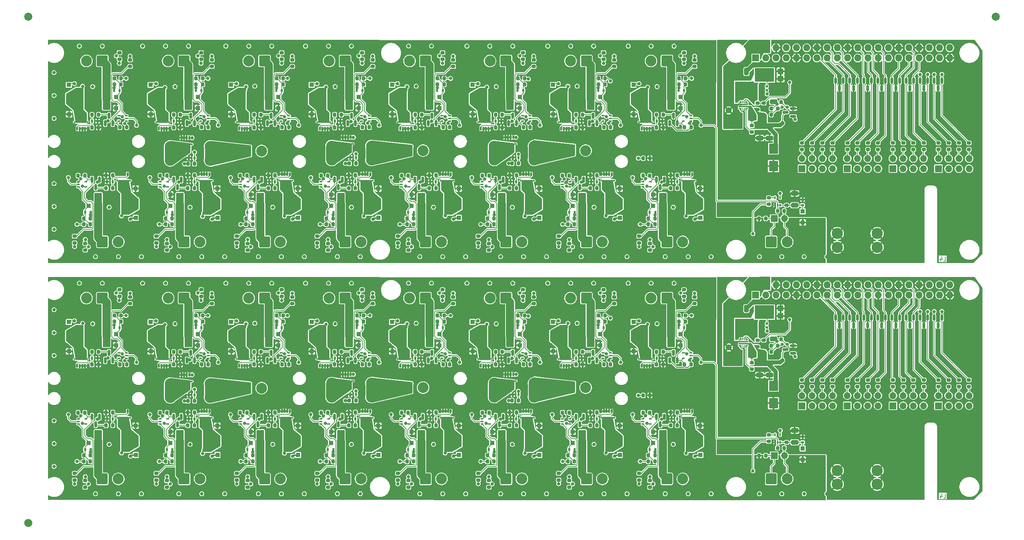
<source format=gbr>
%TF.GenerationSoftware,KiCad,Pcbnew,9.0.0+dfsg-1*%
%TF.CreationDate,2025-04-17T15:34:36+01:00*%
%TF.ProjectId,panel-16,70616e65-6c2d-4313-962e-6b696361645f,rev?*%
%TF.SameCoordinates,Original*%
%TF.FileFunction,Copper,L4,Bot*%
%TF.FilePolarity,Positive*%
%FSLAX46Y46*%
G04 Gerber Fmt 4.6, Leading zero omitted, Abs format (unit mm)*
G04 Created by KiCad (PCBNEW 9.0.0+dfsg-1) date 2025-04-17 15:34:36*
%MOMM*%
%LPD*%
G01*
G04 APERTURE LIST*
G04 Aperture macros list*
%AMRoundRect*
0 Rectangle with rounded corners*
0 $1 Rounding radius*
0 $2 $3 $4 $5 $6 $7 $8 $9 X,Y pos of 4 corners*
0 Add a 4 corners polygon primitive as box body*
4,1,4,$2,$3,$4,$5,$6,$7,$8,$9,$2,$3,0*
0 Add four circle primitives for the rounded corners*
1,1,$1+$1,$2,$3*
1,1,$1+$1,$4,$5*
1,1,$1+$1,$6,$7*
1,1,$1+$1,$8,$9*
0 Add four rect primitives between the rounded corners*
20,1,$1+$1,$2,$3,$4,$5,0*
20,1,$1+$1,$4,$5,$6,$7,0*
20,1,$1+$1,$6,$7,$8,$9,0*
20,1,$1+$1,$8,$9,$2,$3,0*%
%AMFreePoly0*
4,1,5,0.225000,-0.400000,-0.225000,-0.400000,-0.225000,0.400000,0.225000,0.400000,0.225000,-0.400000,0.225000,-0.400000,$1*%
%AMFreePoly1*
4,1,29,0.150000,1.240000,0.200000,1.240000,0.200000,-1.260000,0.150000,-1.260000,0.150000,-1.860000,-0.150000,-1.860000,-0.150000,-1.260000,-1.350000,-1.260000,-1.350000,-1.210000,-2.050000,-1.210000,-2.050000,-0.760000,-1.350000,-0.760000,-1.350000,-0.560000,-2.050000,-0.560000,-2.050000,-0.110000,-1.350000,-0.110000,-1.350000,0.090000,-2.050000,0.090000,-2.050000,0.540000,-1.350000,0.540000,
-1.350000,0.740000,-2.050000,0.740000,-2.050000,1.190000,-1.350000,1.190000,-1.350000,1.240000,-0.150000,1.240000,-0.150000,1.840000,0.150000,1.840000,0.150000,1.240000,0.150000,1.240000,$1*%
%AMFreePoly2*
4,1,27,0.269134,0.146194,0.285355,0.135355,0.296194,0.119134,0.300000,0.100000,0.300000,-0.450000,0.296194,-0.469134,0.285355,-0.485355,0.269134,-0.496194,0.250000,-0.500000,0.100000,-0.500000,0.080866,-0.496194,0.064645,-0.485355,0.053806,-0.469134,0.050000,-0.450000,0.050000,-0.150000,-0.250000,-0.150000,-0.269134,-0.146194,-0.285355,-0.135355,-0.296194,-0.119134,-0.300000,-0.100000,
-0.300000,0.100000,-0.296194,0.119134,-0.285355,0.135355,-0.269134,0.146194,-0.250000,0.150000,0.250000,0.150000,0.269134,0.146194,0.269134,0.146194,$1*%
%AMFreePoly3*
4,1,27,0.269134,0.496194,0.285355,0.485355,0.296194,0.469134,0.300000,0.450000,0.300000,-0.100000,0.296194,-0.119134,0.285355,-0.135355,0.269134,-0.146194,0.250000,-0.150000,-0.250000,-0.150000,-0.269134,-0.146194,-0.285355,-0.135355,-0.296194,-0.119134,-0.300000,-0.100000,-0.300000,0.100000,-0.296194,0.119134,-0.285355,0.135355,-0.269134,0.146194,-0.250000,0.150000,0.050000,0.150000,
0.050000,0.450000,0.053806,0.469134,0.064645,0.485355,0.080866,0.496194,0.100000,0.500000,0.250000,0.500000,0.269134,0.496194,0.269134,0.496194,$1*%
%AMFreePoly4*
4,1,27,-0.080866,0.496194,-0.064645,0.485355,-0.053806,0.469134,-0.050000,0.450000,-0.050000,0.150000,0.250000,0.150000,0.269134,0.146194,0.285355,0.135355,0.296194,0.119134,0.300000,0.100000,0.300000,-0.100000,0.296194,-0.119134,0.285355,-0.135355,0.269134,-0.146194,0.250000,-0.150000,-0.250000,-0.150000,-0.269134,-0.146194,-0.285355,-0.135355,-0.296194,-0.119134,-0.300000,-0.100000,
-0.300000,0.450000,-0.296194,0.469134,-0.285355,0.485355,-0.269134,0.496194,-0.250000,0.500000,-0.100000,0.500000,-0.080866,0.496194,-0.080866,0.496194,$1*%
%AMFreePoly5*
4,1,27,0.269134,0.146194,0.285355,0.135355,0.296194,0.119134,0.300000,0.100000,0.300000,-0.100000,0.296194,-0.119134,0.285355,-0.135355,0.269134,-0.146194,0.250000,-0.150000,-0.050000,-0.150000,-0.050000,-0.450000,-0.053806,-0.469134,-0.064645,-0.485355,-0.080866,-0.496194,-0.100000,-0.500000,-0.250000,-0.500000,-0.269134,-0.496194,-0.285355,-0.485355,-0.296194,-0.469134,-0.300000,-0.450000,
-0.300000,0.100000,-0.296194,0.119134,-0.285355,0.135355,-0.269134,0.146194,-0.250000,0.150000,0.250000,0.150000,0.269134,0.146194,0.269134,0.146194,$1*%
G04 Aperture macros list end*
%ADD10C,0.150000*%
%TA.AperFunction,NonConductor*%
%ADD11C,0.150000*%
%TD*%
%TA.AperFunction,ComponentPad*%
%ADD12RoundRect,0.250001X-1.099999X-1.099999X1.099999X-1.099999X1.099999X1.099999X-1.099999X1.099999X0*%
%TD*%
%TA.AperFunction,ComponentPad*%
%ADD13C,2.700000*%
%TD*%
%TA.AperFunction,ComponentPad*%
%ADD14RoundRect,0.250001X1.099999X1.099999X-1.099999X1.099999X-1.099999X-1.099999X1.099999X-1.099999X0*%
%TD*%
%TA.AperFunction,ComponentPad*%
%ADD15R,1.727200X1.727200*%
%TD*%
%TA.AperFunction,ComponentPad*%
%ADD16O,1.727200X1.727200*%
%TD*%
%TA.AperFunction,ComponentPad*%
%ADD17R,1.700000X1.700000*%
%TD*%
%TA.AperFunction,ComponentPad*%
%ADD18O,1.700000X1.700000*%
%TD*%
%TA.AperFunction,HeatsinkPad*%
%ADD19C,0.600000*%
%TD*%
%TA.AperFunction,HeatsinkPad*%
%ADD20R,3.100000X1.800000*%
%TD*%
%TA.AperFunction,ComponentPad*%
%ADD21C,2.780000*%
%TD*%
%TA.AperFunction,SMDPad,CuDef*%
%ADD22FreePoly0,180.000000*%
%TD*%
%TA.AperFunction,SMDPad,CuDef*%
%ADD23FreePoly1,90.000000*%
%TD*%
%TA.AperFunction,SMDPad,CuDef*%
%ADD24RoundRect,0.200000X-0.200000X-0.275000X0.200000X-0.275000X0.200000X0.275000X-0.200000X0.275000X0*%
%TD*%
%TA.AperFunction,SMDPad,CuDef*%
%ADD25RoundRect,0.250000X-0.712500X-2.475000X0.712500X-2.475000X0.712500X2.475000X-0.712500X2.475000X0*%
%TD*%
%TA.AperFunction,SMDPad,CuDef*%
%ADD26RoundRect,0.200000X-0.275000X0.200000X-0.275000X-0.200000X0.275000X-0.200000X0.275000X0.200000X0*%
%TD*%
%TA.AperFunction,SMDPad,CuDef*%
%ADD27RoundRect,0.200000X0.200000X0.275000X-0.200000X0.275000X-0.200000X-0.275000X0.200000X-0.275000X0*%
%TD*%
%TA.AperFunction,SMDPad,CuDef*%
%ADD28RoundRect,0.150000X-0.150000X0.587500X-0.150000X-0.587500X0.150000X-0.587500X0.150000X0.587500X0*%
%TD*%
%TA.AperFunction,SMDPad,CuDef*%
%ADD29RoundRect,0.150000X0.587500X0.150000X-0.587500X0.150000X-0.587500X-0.150000X0.587500X-0.150000X0*%
%TD*%
%TA.AperFunction,SMDPad,CuDef*%
%ADD30R,1.100000X1.100000*%
%TD*%
%TA.AperFunction,SMDPad,CuDef*%
%ADD31FreePoly0,0.000000*%
%TD*%
%TA.AperFunction,SMDPad,CuDef*%
%ADD32FreePoly1,270.000000*%
%TD*%
%TA.AperFunction,SMDPad,CuDef*%
%ADD33RoundRect,0.150000X0.150000X-0.587500X0.150000X0.587500X-0.150000X0.587500X-0.150000X-0.587500X0*%
%TD*%
%TA.AperFunction,SMDPad,CuDef*%
%ADD34R,0.600000X0.700000*%
%TD*%
%TA.AperFunction,SMDPad,CuDef*%
%ADD35RoundRect,0.200000X0.275000X-0.200000X0.275000X0.200000X-0.275000X0.200000X-0.275000X-0.200000X0*%
%TD*%
%TA.AperFunction,SMDPad,CuDef*%
%ADD36RoundRect,0.100000X0.225000X0.100000X-0.225000X0.100000X-0.225000X-0.100000X0.225000X-0.100000X0*%
%TD*%
%TA.AperFunction,SMDPad,CuDef*%
%ADD37RoundRect,0.250000X0.650000X-0.325000X0.650000X0.325000X-0.650000X0.325000X-0.650000X-0.325000X0*%
%TD*%
%TA.AperFunction,SMDPad,CuDef*%
%ADD38RoundRect,0.250000X0.712500X2.475000X-0.712500X2.475000X-0.712500X-2.475000X0.712500X-2.475000X0*%
%TD*%
%TA.AperFunction,SMDPad,CuDef*%
%ADD39RoundRect,0.100000X-0.225000X-0.100000X0.225000X-0.100000X0.225000X0.100000X-0.225000X0.100000X0*%
%TD*%
%TA.AperFunction,SMDPad,CuDef*%
%ADD40R,0.700000X0.600000*%
%TD*%
%TA.AperFunction,SMDPad,CuDef*%
%ADD41C,2.000000*%
%TD*%
%TA.AperFunction,SMDPad,CuDef*%
%ADD42C,1.500000*%
%TD*%
%TA.AperFunction,SMDPad,CuDef*%
%ADD43R,2.500000X2.300000*%
%TD*%
%TA.AperFunction,SMDPad,CuDef*%
%ADD44R,2.300000X2.500000*%
%TD*%
%TA.AperFunction,SMDPad,CuDef*%
%ADD45RoundRect,0.250000X-0.325000X-0.650000X0.325000X-0.650000X0.325000X0.650000X-0.325000X0.650000X0*%
%TD*%
%TA.AperFunction,SMDPad,CuDef*%
%ADD46RoundRect,0.100000X0.100000X-0.225000X0.100000X0.225000X-0.100000X0.225000X-0.100000X-0.225000X0*%
%TD*%
%TA.AperFunction,SMDPad,CuDef*%
%ADD47FreePoly2,90.000000*%
%TD*%
%TA.AperFunction,SMDPad,CuDef*%
%ADD48RoundRect,0.050000X0.075000X-0.250000X0.075000X0.250000X-0.075000X0.250000X-0.075000X-0.250000X0*%
%TD*%
%TA.AperFunction,SMDPad,CuDef*%
%ADD49FreePoly3,90.000000*%
%TD*%
%TA.AperFunction,SMDPad,CuDef*%
%ADD50RoundRect,0.050000X1.150000X-0.100000X1.150000X0.100000X-1.150000X0.100000X-1.150000X-0.100000X0*%
%TD*%
%TA.AperFunction,SMDPad,CuDef*%
%ADD51FreePoly4,90.000000*%
%TD*%
%TA.AperFunction,SMDPad,CuDef*%
%ADD52FreePoly5,90.000000*%
%TD*%
%TA.AperFunction,SMDPad,CuDef*%
%ADD53RoundRect,0.225000X-0.225000X-0.250000X0.225000X-0.250000X0.225000X0.250000X-0.225000X0.250000X0*%
%TD*%
%TA.AperFunction,SMDPad,CuDef*%
%ADD54RoundRect,0.250000X-0.650000X0.325000X-0.650000X-0.325000X0.650000X-0.325000X0.650000X0.325000X0*%
%TD*%
%TA.AperFunction,SMDPad,CuDef*%
%ADD55R,4.860000X3.360000*%
%TD*%
%TA.AperFunction,SMDPad,CuDef*%
%ADD56R,1.400000X1.390000*%
%TD*%
%TA.AperFunction,SMDPad,CuDef*%
%ADD57RoundRect,0.140000X0.170000X-0.140000X0.170000X0.140000X-0.170000X0.140000X-0.170000X-0.140000X0*%
%TD*%
%TA.AperFunction,ViaPad*%
%ADD58C,0.800000*%
%TD*%
%TA.AperFunction,Conductor*%
%ADD59C,0.200000*%
%TD*%
%TA.AperFunction,Conductor*%
%ADD60C,1.000000*%
%TD*%
%TA.AperFunction,Conductor*%
%ADD61C,2.000000*%
%TD*%
%TA.AperFunction,Conductor*%
%ADD62C,0.500000*%
%TD*%
G04 APERTURE END LIST*
D10*
D11*
X255756016Y-142254819D02*
X256232206Y-142254819D01*
X256232206Y-142254819D02*
X256232206Y-141254819D01*
X254994111Y-141588152D02*
X254994111Y-142254819D01*
X255232206Y-141207200D02*
X255470301Y-141921485D01*
X255470301Y-141921485D02*
X254851254Y-141921485D01*
D10*
D11*
X255756016Y-83254819D02*
X256232206Y-83254819D01*
X256232206Y-83254819D02*
X256232206Y-82254819D01*
X254994111Y-82588152D02*
X254994111Y-83254819D01*
X255232206Y-82207200D02*
X255470301Y-82921485D01*
X255470301Y-82921485D02*
X254851254Y-82921485D01*
D12*
%TO.P,J4,1,Pin_1*%
%TO.N,Board_0-/Output chain 1/OUTPUT+*%
X46689350Y-78500000D03*
D13*
%TO.P,J4,2,Pin_2*%
%TO.N,Board_0-GND*%
X50649350Y-78500000D03*
%TD*%
D14*
%TO.P,J19,1,Pin_1*%
%TO.N,Board_0-/Output chain 12/OUTPUT+*%
X147004344Y-33500000D03*
D13*
%TO.P,J19,2,Pin_2*%
%TO.N,Board_0-GND*%
X143044344Y-33500000D03*
%TD*%
D15*
%TO.P,J2,1,3.3V*%
%TO.N,Board_0-unconnected-(J2-3.3V-Pad1)*%
X209059350Y-32770000D03*
D16*
%TO.P,J2,2,5V*%
%TO.N,Board_0-PI_5V0*%
X209059350Y-30230000D03*
%TO.P,J2,3,SDA*%
%TO.N,Board_0-/PI13_GPIO*%
X211599350Y-32770000D03*
%TO.P,J2,4,5V*%
%TO.N,Board_0-PI_5V0*%
X211599350Y-30230000D03*
%TO.P,J2,5,SCL*%
%TO.N,Board_0-/PI14_GPIO*%
X214139350Y-32770000D03*
%TO.P,J2,6,GND*%
%TO.N,Board_0-GND*%
X214139350Y-30230000D03*
%TO.P,J2,7,GP4*%
%TO.N,Board_0-/PI15_GPIO*%
X216679350Y-32770000D03*
%TO.P,J2,8,TXO*%
%TO.N,Board_0-unconnected-(J2-TXO-Pad8)*%
X216679350Y-30230000D03*
%TO.P,J2,9,GND*%
%TO.N,Board_0-GND*%
X219219350Y-32770000D03*
%TO.P,J2,10,RXI*%
%TO.N,Board_0-unconnected-(J2-RXI-Pad10)*%
X219219350Y-30230000D03*
%TO.P,J2,11,GP17*%
%TO.N,Board_0-/PI16_GPIO*%
X221759350Y-32770000D03*
%TO.P,J2,12,GP18#*%
%TO.N,Board_0-unconnected-(J2-GP18#-Pad12)*%
X221759350Y-30230000D03*
%TO.P,J2,13,GP27*%
%TO.N,Board_0-Net-(J2-GP27)*%
X224299350Y-32770000D03*
%TO.P,J2,14,GND*%
%TO.N,Board_0-GND*%
X224299350Y-30230000D03*
%TO.P,J2,15,GP22*%
%TO.N,Board_0-Net-(J2-GP22)*%
X226839350Y-32770000D03*
%TO.P,J2,16,GP23*%
%TO.N,Board_0-Net-(J2-GP23)*%
X226839350Y-30230000D03*
%TO.P,J2,17,3.3V*%
%TO.N,Board_0-unconnected-(J2-3.3V-Pad17)*%
X229379350Y-32770000D03*
%TO.P,J2,18,GP24*%
%TO.N,Board_0-Net-(J2-GP24)*%
X229379350Y-30230000D03*
%TO.P,J2,19,MOSI*%
%TO.N,Board_0-unconnected-(J2-MOSI-Pad19)*%
X231919350Y-32770000D03*
%TO.P,J2,20,GND*%
%TO.N,Board_0-GND*%
X231919350Y-30230000D03*
%TO.P,J2,21,MISO*%
%TO.N,Board_0-unconnected-(J2-MISO-Pad21)*%
X234459350Y-32770000D03*
%TO.P,J2,22,GP25*%
%TO.N,Board_0-Net-(J2-GP25)*%
X234459350Y-30230000D03*
%TO.P,J2,23,SCLK*%
%TO.N,Board_0-Net-(J2-SCLK)*%
X236999350Y-32770000D03*
%TO.P,J2,24,CE0*%
%TO.N,Board_0-Net-(J2-CE0)*%
X236999350Y-30230000D03*
%TO.P,J2,25,GND*%
%TO.N,Board_0-GND*%
X239539350Y-32770000D03*
%TO.P,J2,26,CE1*%
%TO.N,Board_0-Net-(J2-CE1)*%
X239539350Y-30230000D03*
%TO.P,J2,27,ID_SD*%
%TO.N,Board_0-unconnected-(J2-ID_SD-Pad27)*%
X242079350Y-32770000D03*
%TO.P,J2,28,ID_SC*%
%TO.N,Board_0-unconnected-(J2-ID_SC-Pad28)*%
X242079350Y-30230000D03*
%TO.P,J2,29,GP5*%
%TO.N,Board_0-Net-(J2-GP5)*%
X244619350Y-32770000D03*
%TO.P,J2,30,GND*%
%TO.N,Board_0-GND*%
X244619350Y-30230000D03*
%TO.P,J2,31,GP6*%
%TO.N,Board_0-Net-(J2-GP6)*%
X247159350Y-32770000D03*
%TO.P,J2,32,GP12*%
%TO.N,Board_0-Net-(J2-GP12)*%
X247159350Y-30230000D03*
%TO.P,J2,33,GP13*%
%TO.N,Board_0-Net-(J2-GP13)*%
X249699350Y-32770000D03*
%TO.P,J2,34,GND*%
%TO.N,Board_0-GND*%
X249699350Y-30230000D03*
%TO.P,J2,35,GP19*%
%TO.N,Board_0-unconnected-(J2-GP19-Pad35)*%
X252239350Y-32770000D03*
%TO.P,J2,36,GP16*%
%TO.N,Board_0-unconnected-(J2-GP16-Pad36)*%
X252239350Y-30230000D03*
%TO.P,J2,37,GP26*%
%TO.N,Board_0-unconnected-(J2-GP26-Pad37)*%
X254779350Y-32770000D03*
%TO.P,J2,38,GP20*%
%TO.N,Board_0-unconnected-(J2-GP20-Pad38)*%
X254779350Y-30230000D03*
%TO.P,J2,39,GND*%
%TO.N,Board_0-GND*%
X257319350Y-32770000D03*
%TO.P,J2,40,GP21*%
%TO.N,Board_0-unconnected-(J2-GP21-Pad40)*%
X257319350Y-30230000D03*
%TD*%
D14*
%TO.P,J5,1,Pin_1*%
%TO.N,Board_1-/Output chain 2/OUTPUT+*%
X46689350Y-92500000D03*
D13*
%TO.P,J5,2,Pin_2*%
%TO.N,Board_1-GND*%
X42729350Y-92500000D03*
%TD*%
D12*
%TO.P,J18,1,Pin_1*%
%TO.N,Board_0-/Output chain 11/OUTPUT+*%
X147004344Y-78500000D03*
D13*
%TO.P,J18,2,Pin_2*%
%TO.N,Board_0-GND*%
X150964344Y-78500000D03*
%TD*%
D12*
%TO.P,J3,1,Pin_1*%
%TO.N,Board_1-Net-(J3-Pin_1)*%
X82329350Y-114900000D03*
D13*
%TO.P,J3,2,Pin_2*%
%TO.N,Board_1-GND*%
X86289350Y-114900000D03*
%TD*%
D12*
%TO.P,J14,1,Pin_1*%
%TO.N,Board_1-/Output chain 7/OUTPUT+*%
X107004344Y-137500000D03*
D13*
%TO.P,J14,2,Pin_2*%
%TO.N,Board_1-GND*%
X110964344Y-137500000D03*
%TD*%
D17*
%TO.P,J29,1,Pin_1*%
%TO.N,Board_0-MOSFET13*%
X254489350Y-60300000D03*
D18*
%TO.P,J29,2,Pin_2*%
%TO.N,Board_0-PI13*%
X254489350Y-57760000D03*
%TO.P,J29,3,Pin_3*%
%TO.N,Board_0-MOSFET14*%
X257029350Y-60300000D03*
%TO.P,J29,4,Pin_4*%
%TO.N,Board_0-PI14*%
X257029350Y-57760000D03*
%TO.P,J29,5,Pin_5*%
%TO.N,Board_0-MOSFET15*%
X259569350Y-60300000D03*
%TO.P,J29,6,Pin_6*%
%TO.N,Board_0-PI15*%
X259569350Y-57760000D03*
%TO.P,J29,7,Pin_7*%
%TO.N,Board_0-MOSFET16*%
X262109350Y-60300000D03*
%TO.P,J29,8,Pin_8*%
%TO.N,Board_0-PI16*%
X262109350Y-57760000D03*
%TD*%
D12*
%TO.P,J22,1,Pin_1*%
%TO.N,Board_0-/Output chain 15/OUTPUT+*%
X187004344Y-78500000D03*
D13*
%TO.P,J22,2,Pin_2*%
%TO.N,Board_0-GND*%
X190964344Y-78500000D03*
%TD*%
D12*
%TO.P,J7,1,Pin_1*%
%TO.N,Board_0-/Output chain 3/OUTPUT+*%
X67004344Y-78500000D03*
D13*
%TO.P,J7,2,Pin_2*%
%TO.N,Board_0-GND*%
X70964344Y-78500000D03*
%TD*%
D12*
%TO.P,J10,1,Pin_1*%
%TO.N,Board_0-Net-(J10-Pin_1)*%
X212929350Y-78500000D03*
D13*
%TO.P,J10,2,Pin_2*%
%TO.N,Board_0-Net-(J10-Pin_2)*%
X216889350Y-78500000D03*
%TD*%
D19*
%TO.P,U1,9,GND*%
%TO.N,Board_1-GND*%
X213689350Y-100600000D03*
X214989350Y-100600000D03*
X216289350Y-100600000D03*
D20*
X214989350Y-99950000D03*
D19*
X214989350Y-99300000D03*
X216289350Y-99300000D03*
%TD*%
D14*
%TO.P,J19,1,Pin_1*%
%TO.N,Board_1-/Output chain 12/OUTPUT+*%
X147004344Y-92500000D03*
D13*
%TO.P,J19,2,Pin_2*%
%TO.N,Board_1-GND*%
X143044344Y-92500000D03*
%TD*%
D12*
%TO.P,J4,1,Pin_1*%
%TO.N,Board_1-/Output chain 1/OUTPUT+*%
X46689350Y-137500000D03*
D13*
%TO.P,J4,2,Pin_2*%
%TO.N,Board_1-GND*%
X50649350Y-137500000D03*
%TD*%
D12*
%TO.P,J20,1,Pin_1*%
%TO.N,Board_0-/Output chain 13/OUTPUT+*%
X167004344Y-78500000D03*
D13*
%TO.P,J20,2,Pin_2*%
%TO.N,Board_0-GND*%
X170964344Y-78500000D03*
%TD*%
D14*
%TO.P,J13,1,Pin_1*%
%TO.N,Board_0-/Output chain 6/OUTPUT+*%
X87004344Y-33500000D03*
D13*
%TO.P,J13,2,Pin_2*%
%TO.N,Board_0-GND*%
X83044344Y-33500000D03*
%TD*%
D17*
%TO.P,J11,1,Pin_1*%
%TO.N,Board_1-Net-(J10-Pin_1)*%
X213679350Y-131700000D03*
D18*
%TO.P,J11,2,Pin_2*%
%TO.N,Board_1-Net-(J10-Pin_2)*%
X216219350Y-131700000D03*
%TD*%
D12*
%TO.P,J12,1,Pin_1*%
%TO.N,Board_1-/Output chain 5/OUTPUT+*%
X87004344Y-137500000D03*
D13*
%TO.P,J12,2,Pin_2*%
%TO.N,Board_1-GND*%
X90964344Y-137500000D03*
%TD*%
D17*
%TO.P,J6,1,Pin_1*%
%TO.N,Board_0-MOSFET1*%
X220569350Y-60300000D03*
D18*
%TO.P,J6,2,Pin_2*%
%TO.N,Board_0-PI1*%
X220569350Y-57760000D03*
%TO.P,J6,3,Pin_3*%
%TO.N,Board_0-MOSFET2*%
X223109350Y-60300000D03*
%TO.P,J6,4,Pin_4*%
%TO.N,Board_0-PI2*%
X223109350Y-57760000D03*
%TO.P,J6,5,Pin_5*%
%TO.N,Board_0-MOSFET3*%
X225649350Y-60300000D03*
%TO.P,J6,6,Pin_6*%
%TO.N,Board_0-PI3*%
X225649350Y-57760000D03*
%TO.P,J6,7,Pin_7*%
%TO.N,Board_0-MOSFET4*%
X228189350Y-60300000D03*
%TO.P,J6,8,Pin_8*%
%TO.N,Board_0-PI4*%
X228189350Y-57760000D03*
%TD*%
D21*
%TO.P,F1,1*%
%TO.N,Board_1-Net-(J3-Pin_1)*%
X73489350Y-117200000D03*
X73489350Y-113800000D03*
%TO.P,F1,2*%
%TO.N,Board_1-Net-(D1-K)*%
X63569350Y-117200000D03*
X63569350Y-113800000D03*
%TD*%
%TO.P,F20,1*%
%TO.N,Board_0-GND*%
X229329350Y-76450000D03*
X229329350Y-79850000D03*
%TO.P,F20,2*%
X239249350Y-76450000D03*
X239249350Y-79850000D03*
%TD*%
D17*
%TO.P,J27,1,Pin_1*%
%TO.N,Board_0-MOSFET9*%
X243189350Y-60300000D03*
D18*
%TO.P,J27,2,Pin_2*%
%TO.N,Board_0-PI9*%
X243189350Y-57760000D03*
%TO.P,J27,3,Pin_3*%
%TO.N,Board_0-MOSFET10*%
X245729350Y-60300000D03*
%TO.P,J27,4,Pin_4*%
%TO.N,Board_0-PI10*%
X245729350Y-57760000D03*
%TO.P,J27,5,Pin_5*%
%TO.N,Board_0-MOSFET11*%
X248269350Y-60300000D03*
%TO.P,J27,6,Pin_6*%
%TO.N,Board_0-PI11*%
X248269350Y-57760000D03*
%TO.P,J27,7,Pin_7*%
%TO.N,Board_0-MOSFET12*%
X250809350Y-60300000D03*
%TO.P,J27,8,Pin_8*%
%TO.N,Board_0-PI12*%
X250809350Y-57760000D03*
%TD*%
D14*
%TO.P,J21,1,Pin_1*%
%TO.N,Board_0-/Output chain 14/OUTPUT+*%
X167004344Y-33500000D03*
D13*
%TO.P,J21,2,Pin_2*%
%TO.N,Board_0-GND*%
X163044344Y-33500000D03*
%TD*%
D14*
%TO.P,J13,1,Pin_1*%
%TO.N,Board_1-/Output chain 6/OUTPUT+*%
X87004344Y-92500000D03*
D13*
%TO.P,J13,2,Pin_2*%
%TO.N,Board_1-GND*%
X83044344Y-92500000D03*
%TD*%
D21*
%TO.P,F18,1*%
%TO.N,Board_0-Net-(J24-Pin_1)*%
X113599350Y-58100000D03*
X113599350Y-54700000D03*
%TO.P,F18,2*%
%TO.N,Board_0-Net-(D32-K)*%
X103679350Y-58100000D03*
X103679350Y-54700000D03*
%TD*%
D12*
%TO.P,J24,1,Pin_1*%
%TO.N,Board_0-Net-(J24-Pin_1)*%
X122439350Y-55800000D03*
D13*
%TO.P,J24,2,Pin_2*%
%TO.N,Board_0-GND*%
X126399350Y-55800000D03*
%TD*%
D21*
%TO.P,F18,1*%
%TO.N,Board_1-Net-(J24-Pin_1)*%
X113599350Y-117100000D03*
X113599350Y-113700000D03*
%TO.P,F18,2*%
%TO.N,Board_1-Net-(D32-K)*%
X103679350Y-117100000D03*
X103679350Y-113700000D03*
%TD*%
D17*
%TO.P,J25,1,Pin_1*%
%TO.N,Board_0-MOSFET5*%
X231849350Y-60300000D03*
D18*
%TO.P,J25,2,Pin_2*%
%TO.N,Board_0-PI5*%
X231849350Y-57760000D03*
%TO.P,J25,3,Pin_3*%
%TO.N,Board_0-MOSFET6*%
X234389350Y-60300000D03*
%TO.P,J25,4,Pin_4*%
%TO.N,Board_0-PI6*%
X234389350Y-57760000D03*
%TO.P,J25,5,Pin_5*%
%TO.N,Board_0-MOSFET7*%
X236929350Y-60300000D03*
%TO.P,J25,6,Pin_6*%
%TO.N,Board_0-PI7*%
X236929350Y-57760000D03*
%TO.P,J25,7,Pin_7*%
%TO.N,Board_0-MOSFET8*%
X239469350Y-60300000D03*
%TO.P,J25,8,Pin_8*%
%TO.N,Board_0-PI8*%
X239469350Y-57760000D03*
%TD*%
D14*
%TO.P,J17,1,Pin_1*%
%TO.N,Board_1-/Output chain 10/OUTPUT+*%
X127004344Y-92500000D03*
D13*
%TO.P,J17,2,Pin_2*%
%TO.N,Board_1-GND*%
X123044344Y-92500000D03*
%TD*%
D14*
%TO.P,J23,1,Pin_1*%
%TO.N,Board_0-/Output chain 16/OUTPUT+*%
X187004344Y-33500000D03*
D13*
%TO.P,J23,2,Pin_2*%
%TO.N,Board_0-GND*%
X183044344Y-33500000D03*
%TD*%
D12*
%TO.P,J20,1,Pin_1*%
%TO.N,Board_1-/Output chain 13/OUTPUT+*%
X167004344Y-137500000D03*
D13*
%TO.P,J20,2,Pin_2*%
%TO.N,Board_1-GND*%
X170964344Y-137500000D03*
%TD*%
D17*
%TO.P,J29,1,Pin_1*%
%TO.N,Board_1-MOSFET13*%
X254489350Y-119300000D03*
D18*
%TO.P,J29,2,Pin_2*%
%TO.N,Board_1-PI13*%
X254489350Y-116760000D03*
%TO.P,J29,3,Pin_3*%
%TO.N,Board_1-MOSFET14*%
X257029350Y-119300000D03*
%TO.P,J29,4,Pin_4*%
%TO.N,Board_1-PI14*%
X257029350Y-116760000D03*
%TO.P,J29,5,Pin_5*%
%TO.N,Board_1-MOSFET15*%
X259569350Y-119300000D03*
%TO.P,J29,6,Pin_6*%
%TO.N,Board_1-PI15*%
X259569350Y-116760000D03*
%TO.P,J29,7,Pin_7*%
%TO.N,Board_1-MOSFET16*%
X262109350Y-119300000D03*
%TO.P,J29,8,Pin_8*%
%TO.N,Board_1-PI16*%
X262109350Y-116760000D03*
%TD*%
D12*
%TO.P,J7,1,Pin_1*%
%TO.N,Board_1-/Output chain 3/OUTPUT+*%
X67004344Y-137500000D03*
D13*
%TO.P,J7,2,Pin_2*%
%TO.N,Board_1-GND*%
X70964344Y-137500000D03*
%TD*%
D21*
%TO.P,F20,1*%
%TO.N,Board_1-GND*%
X229329350Y-135450000D03*
X229329350Y-138850000D03*
%TO.P,F20,2*%
X239249350Y-135450000D03*
X239249350Y-138850000D03*
%TD*%
D17*
%TO.P,J25,1,Pin_1*%
%TO.N,Board_1-MOSFET5*%
X231849350Y-119300000D03*
D18*
%TO.P,J25,2,Pin_2*%
%TO.N,Board_1-PI5*%
X231849350Y-116760000D03*
%TO.P,J25,3,Pin_3*%
%TO.N,Board_1-MOSFET6*%
X234389350Y-119300000D03*
%TO.P,J25,4,Pin_4*%
%TO.N,Board_1-PI6*%
X234389350Y-116760000D03*
%TO.P,J25,5,Pin_5*%
%TO.N,Board_1-MOSFET7*%
X236929350Y-119300000D03*
%TO.P,J25,6,Pin_6*%
%TO.N,Board_1-PI7*%
X236929350Y-116760000D03*
%TO.P,J25,7,Pin_7*%
%TO.N,Board_1-MOSFET8*%
X239469350Y-119300000D03*
%TO.P,J25,8,Pin_8*%
%TO.N,Board_1-PI8*%
X239469350Y-116760000D03*
%TD*%
D14*
%TO.P,J15,1,Pin_1*%
%TO.N,Board_0-/Output chain 8/OUTPUT+*%
X107004344Y-33500000D03*
D13*
%TO.P,J15,2,Pin_2*%
%TO.N,Board_0-GND*%
X103044344Y-33500000D03*
%TD*%
D12*
%TO.P,J18,1,Pin_1*%
%TO.N,Board_1-/Output chain 11/OUTPUT+*%
X147004344Y-137500000D03*
D13*
%TO.P,J18,2,Pin_2*%
%TO.N,Board_1-GND*%
X150964344Y-137500000D03*
%TD*%
D12*
%TO.P,J3,1,Pin_1*%
%TO.N,Board_0-Net-(J3-Pin_1)*%
X82329350Y-55900000D03*
D13*
%TO.P,J3,2,Pin_2*%
%TO.N,Board_0-GND*%
X86289350Y-55900000D03*
%TD*%
D14*
%TO.P,J21,1,Pin_1*%
%TO.N,Board_1-/Output chain 14/OUTPUT+*%
X167004344Y-92500000D03*
D13*
%TO.P,J21,2,Pin_2*%
%TO.N,Board_1-GND*%
X163044344Y-92500000D03*
%TD*%
D17*
%TO.P,J6,1,Pin_1*%
%TO.N,Board_1-MOSFET1*%
X220569350Y-119300000D03*
D18*
%TO.P,J6,2,Pin_2*%
%TO.N,Board_1-PI1*%
X220569350Y-116760000D03*
%TO.P,J6,3,Pin_3*%
%TO.N,Board_1-MOSFET2*%
X223109350Y-119300000D03*
%TO.P,J6,4,Pin_4*%
%TO.N,Board_1-PI2*%
X223109350Y-116760000D03*
%TO.P,J6,5,Pin_5*%
%TO.N,Board_1-MOSFET3*%
X225649350Y-119300000D03*
%TO.P,J6,6,Pin_6*%
%TO.N,Board_1-PI3*%
X225649350Y-116760000D03*
%TO.P,J6,7,Pin_7*%
%TO.N,Board_1-MOSFET4*%
X228189350Y-119300000D03*
%TO.P,J6,8,Pin_8*%
%TO.N,Board_1-PI4*%
X228189350Y-116760000D03*
%TD*%
D14*
%TO.P,J5,1,Pin_1*%
%TO.N,Board_0-/Output chain 2/OUTPUT+*%
X46689350Y-33500000D03*
D13*
%TO.P,J5,2,Pin_2*%
%TO.N,Board_0-GND*%
X42729350Y-33500000D03*
%TD*%
D17*
%TO.P,J9,1,Pin_1*%
%TO.N,Board_1-+5V*%
X210689350Y-106700000D03*
D18*
%TO.P,J9,2,Pin_2*%
%TO.N,Board_1-/PI_5V0_P*%
X208149350Y-106700000D03*
%TD*%
D14*
%TO.P,J15,1,Pin_1*%
%TO.N,Board_1-/Output chain 8/OUTPUT+*%
X107004344Y-92500000D03*
D13*
%TO.P,J15,2,Pin_2*%
%TO.N,Board_1-GND*%
X103044344Y-92500000D03*
%TD*%
D12*
%TO.P,J12,1,Pin_1*%
%TO.N,Board_0-/Output chain 5/OUTPUT+*%
X87004344Y-78500000D03*
D13*
%TO.P,J12,2,Pin_2*%
%TO.N,Board_0-GND*%
X90964344Y-78500000D03*
%TD*%
D12*
%TO.P,J26,1,Pin_1*%
%TO.N,Board_0-Net-(J26-Pin_1)*%
X162849350Y-55800000D03*
D13*
%TO.P,J26,2,Pin_2*%
%TO.N,Board_0-GND*%
X166809350Y-55800000D03*
%TD*%
D12*
%TO.P,J14,1,Pin_1*%
%TO.N,Board_0-/Output chain 7/OUTPUT+*%
X107004344Y-78500000D03*
D13*
%TO.P,J14,2,Pin_2*%
%TO.N,Board_0-GND*%
X110964344Y-78500000D03*
%TD*%
D12*
%TO.P,J10,1,Pin_1*%
%TO.N,Board_1-Net-(J10-Pin_1)*%
X212929350Y-137500000D03*
D13*
%TO.P,J10,2,Pin_2*%
%TO.N,Board_1-Net-(J10-Pin_2)*%
X216889350Y-137500000D03*
%TD*%
D12*
%TO.P,J22,1,Pin_1*%
%TO.N,Board_1-/Output chain 15/OUTPUT+*%
X187004344Y-137500000D03*
D13*
%TO.P,J22,2,Pin_2*%
%TO.N,Board_1-GND*%
X190964344Y-137500000D03*
%TD*%
D17*
%TO.P,J11,1,Pin_1*%
%TO.N,Board_0-Net-(J10-Pin_1)*%
X213679350Y-72700000D03*
D18*
%TO.P,J11,2,Pin_2*%
%TO.N,Board_0-Net-(J10-Pin_2)*%
X216219350Y-72700000D03*
%TD*%
D14*
%TO.P,J8,1,Pin_1*%
%TO.N,Board_0-/Output chain 4/OUTPUT+*%
X67004344Y-33500000D03*
D13*
%TO.P,J8,2,Pin_2*%
%TO.N,Board_0-GND*%
X63044344Y-33500000D03*
%TD*%
D12*
%TO.P,J26,1,Pin_1*%
%TO.N,Board_1-Net-(J26-Pin_1)*%
X162849350Y-114800000D03*
D13*
%TO.P,J26,2,Pin_2*%
%TO.N,Board_1-GND*%
X166809350Y-114800000D03*
%TD*%
D21*
%TO.P,F1,1*%
%TO.N,Board_0-Net-(J3-Pin_1)*%
X73489350Y-58200000D03*
X73489350Y-54800000D03*
%TO.P,F1,2*%
%TO.N,Board_0-Net-(D1-K)*%
X63569350Y-58200000D03*
X63569350Y-54800000D03*
%TD*%
D14*
%TO.P,J8,1,Pin_1*%
%TO.N,Board_1-/Output chain 4/OUTPUT+*%
X67004344Y-92500000D03*
D13*
%TO.P,J8,2,Pin_2*%
%TO.N,Board_1-GND*%
X63044344Y-92500000D03*
%TD*%
D19*
%TO.P,U1,9,GND*%
%TO.N,Board_0-GND*%
X213689350Y-41600000D03*
X214989350Y-41600000D03*
X216289350Y-41600000D03*
D20*
X214989350Y-40950000D03*
D19*
X214989350Y-40300000D03*
X216289350Y-40300000D03*
%TD*%
D17*
%TO.P,J9,1,Pin_1*%
%TO.N,Board_0-+5V*%
X210689350Y-47700000D03*
D18*
%TO.P,J9,2,Pin_2*%
%TO.N,Board_0-/PI_5V0_P*%
X208149350Y-47700000D03*
%TD*%
D17*
%TO.P,J27,1,Pin_1*%
%TO.N,Board_1-MOSFET9*%
X243189350Y-119300000D03*
D18*
%TO.P,J27,2,Pin_2*%
%TO.N,Board_1-PI9*%
X243189350Y-116760000D03*
%TO.P,J27,3,Pin_3*%
%TO.N,Board_1-MOSFET10*%
X245729350Y-119300000D03*
%TO.P,J27,4,Pin_4*%
%TO.N,Board_1-PI10*%
X245729350Y-116760000D03*
%TO.P,J27,5,Pin_5*%
%TO.N,Board_1-MOSFET11*%
X248269350Y-119300000D03*
%TO.P,J27,6,Pin_6*%
%TO.N,Board_1-PI11*%
X248269350Y-116760000D03*
%TO.P,J27,7,Pin_7*%
%TO.N,Board_1-MOSFET12*%
X250809350Y-119300000D03*
%TO.P,J27,8,Pin_8*%
%TO.N,Board_1-PI12*%
X250809350Y-116760000D03*
%TD*%
D12*
%TO.P,J16,1,Pin_1*%
%TO.N,Board_1-/Output chain 9/OUTPUT+*%
X127004344Y-137500000D03*
D13*
%TO.P,J16,2,Pin_2*%
%TO.N,Board_1-GND*%
X130964344Y-137500000D03*
%TD*%
D14*
%TO.P,J23,1,Pin_1*%
%TO.N,Board_1-/Output chain 16/OUTPUT+*%
X187004344Y-92500000D03*
D13*
%TO.P,J23,2,Pin_2*%
%TO.N,Board_1-GND*%
X183044344Y-92500000D03*
%TD*%
D12*
%TO.P,J24,1,Pin_1*%
%TO.N,Board_1-Net-(J24-Pin_1)*%
X122439350Y-114800000D03*
D13*
%TO.P,J24,2,Pin_2*%
%TO.N,Board_1-GND*%
X126399350Y-114800000D03*
%TD*%
D14*
%TO.P,J17,1,Pin_1*%
%TO.N,Board_0-/Output chain 10/OUTPUT+*%
X127004344Y-33500000D03*
D13*
%TO.P,J17,2,Pin_2*%
%TO.N,Board_0-GND*%
X123044344Y-33500000D03*
%TD*%
D15*
%TO.P,J2,1,3.3V*%
%TO.N,Board_1-unconnected-(J2-3.3V-Pad1)*%
X209059350Y-91770000D03*
D16*
%TO.P,J2,2,5V*%
%TO.N,Board_1-PI_5V0*%
X209059350Y-89230000D03*
%TO.P,J2,3,SDA*%
%TO.N,Board_1-/PI13_GPIO*%
X211599350Y-91770000D03*
%TO.P,J2,4,5V*%
%TO.N,Board_1-PI_5V0*%
X211599350Y-89230000D03*
%TO.P,J2,5,SCL*%
%TO.N,Board_1-/PI14_GPIO*%
X214139350Y-91770000D03*
%TO.P,J2,6,GND*%
%TO.N,Board_1-GND*%
X214139350Y-89230000D03*
%TO.P,J2,7,GP4*%
%TO.N,Board_1-/PI15_GPIO*%
X216679350Y-91770000D03*
%TO.P,J2,8,TXO*%
%TO.N,Board_1-unconnected-(J2-TXO-Pad8)*%
X216679350Y-89230000D03*
%TO.P,J2,9,GND*%
%TO.N,Board_1-GND*%
X219219350Y-91770000D03*
%TO.P,J2,10,RXI*%
%TO.N,Board_1-unconnected-(J2-RXI-Pad10)*%
X219219350Y-89230000D03*
%TO.P,J2,11,GP17*%
%TO.N,Board_1-/PI16_GPIO*%
X221759350Y-91770000D03*
%TO.P,J2,12,GP18#*%
%TO.N,Board_1-unconnected-(J2-GP18#-Pad12)*%
X221759350Y-89230000D03*
%TO.P,J2,13,GP27*%
%TO.N,Board_1-Net-(J2-GP27)*%
X224299350Y-91770000D03*
%TO.P,J2,14,GND*%
%TO.N,Board_1-GND*%
X224299350Y-89230000D03*
%TO.P,J2,15,GP22*%
%TO.N,Board_1-Net-(J2-GP22)*%
X226839350Y-91770000D03*
%TO.P,J2,16,GP23*%
%TO.N,Board_1-Net-(J2-GP23)*%
X226839350Y-89230000D03*
%TO.P,J2,17,3.3V*%
%TO.N,Board_1-unconnected-(J2-3.3V-Pad17)*%
X229379350Y-91770000D03*
%TO.P,J2,18,GP24*%
%TO.N,Board_1-Net-(J2-GP24)*%
X229379350Y-89230000D03*
%TO.P,J2,19,MOSI*%
%TO.N,Board_1-unconnected-(J2-MOSI-Pad19)*%
X231919350Y-91770000D03*
%TO.P,J2,20,GND*%
%TO.N,Board_1-GND*%
X231919350Y-89230000D03*
%TO.P,J2,21,MISO*%
%TO.N,Board_1-unconnected-(J2-MISO-Pad21)*%
X234459350Y-91770000D03*
%TO.P,J2,22,GP25*%
%TO.N,Board_1-Net-(J2-GP25)*%
X234459350Y-89230000D03*
%TO.P,J2,23,SCLK*%
%TO.N,Board_1-Net-(J2-SCLK)*%
X236999350Y-91770000D03*
%TO.P,J2,24,CE0*%
%TO.N,Board_1-Net-(J2-CE0)*%
X236999350Y-89230000D03*
%TO.P,J2,25,GND*%
%TO.N,Board_1-GND*%
X239539350Y-91770000D03*
%TO.P,J2,26,CE1*%
%TO.N,Board_1-Net-(J2-CE1)*%
X239539350Y-89230000D03*
%TO.P,J2,27,ID_SD*%
%TO.N,Board_1-unconnected-(J2-ID_SD-Pad27)*%
X242079350Y-91770000D03*
%TO.P,J2,28,ID_SC*%
%TO.N,Board_1-unconnected-(J2-ID_SC-Pad28)*%
X242079350Y-89230000D03*
%TO.P,J2,29,GP5*%
%TO.N,Board_1-Net-(J2-GP5)*%
X244619350Y-91770000D03*
%TO.P,J2,30,GND*%
%TO.N,Board_1-GND*%
X244619350Y-89230000D03*
%TO.P,J2,31,GP6*%
%TO.N,Board_1-Net-(J2-GP6)*%
X247159350Y-91770000D03*
%TO.P,J2,32,GP12*%
%TO.N,Board_1-Net-(J2-GP12)*%
X247159350Y-89230000D03*
%TO.P,J2,33,GP13*%
%TO.N,Board_1-Net-(J2-GP13)*%
X249699350Y-91770000D03*
%TO.P,J2,34,GND*%
%TO.N,Board_1-GND*%
X249699350Y-89230000D03*
%TO.P,J2,35,GP19*%
%TO.N,Board_1-unconnected-(J2-GP19-Pad35)*%
X252239350Y-91770000D03*
%TO.P,J2,36,GP16*%
%TO.N,Board_1-unconnected-(J2-GP16-Pad36)*%
X252239350Y-89230000D03*
%TO.P,J2,37,GP26*%
%TO.N,Board_1-unconnected-(J2-GP26-Pad37)*%
X254779350Y-91770000D03*
%TO.P,J2,38,GP20*%
%TO.N,Board_1-unconnected-(J2-GP20-Pad38)*%
X254779350Y-89230000D03*
%TO.P,J2,39,GND*%
%TO.N,Board_1-GND*%
X257319350Y-91770000D03*
%TO.P,J2,40,GP21*%
%TO.N,Board_1-unconnected-(J2-GP21-Pad40)*%
X257319350Y-89230000D03*
%TD*%
D12*
%TO.P,J16,1,Pin_1*%
%TO.N,Board_0-/Output chain 9/OUTPUT+*%
X127004344Y-78500000D03*
D13*
%TO.P,J16,2,Pin_2*%
%TO.N,Board_0-GND*%
X130964344Y-78500000D03*
%TD*%
D21*
%TO.P,F19,1*%
%TO.N,Board_0-Net-(J26-Pin_1)*%
X154009350Y-58100000D03*
X154009350Y-54700000D03*
%TO.P,F19,2*%
%TO.N,Board_0-Net-(D132-K)*%
X144089350Y-58100000D03*
X144089350Y-54700000D03*
%TD*%
%TO.P,F19,1*%
%TO.N,Board_1-Net-(J26-Pin_1)*%
X154009350Y-117100000D03*
X154009350Y-113700000D03*
%TO.P,F19,2*%
%TO.N,Board_1-Net-(D132-K)*%
X144089350Y-117100000D03*
X144089350Y-113700000D03*
%TD*%
D22*
%TO.P,Q34,1,G*%
%TO.N,Board_1-Net-(D33-A)*%
X108399350Y-111487500D03*
D23*
%TO.P,Q34,2,D*%
%TO.N,Board_1-Net-(D32-K)*%
X107414350Y-113137500D03*
D22*
%TO.P,Q34,3,S*%
%TO.N,Board_1-VCC*%
X107749350Y-111487500D03*
X107099350Y-111487500D03*
X106449350Y-111487500D03*
%TD*%
D24*
%TO.P,R140,1*%
%TO.N,Board_1-/Output chain 16/GATE*%
X184421844Y-109050000D03*
%TO.P,R140,2*%
%TO.N,Board_1-VCC*%
X186071844Y-109050000D03*
%TD*%
D25*
%TO.P,F11,1*%
%TO.N,Board_0-/Output chain 10/DRAIN*%
X121259344Y-42950000D03*
%TO.P,F11,2*%
%TO.N,Board_0-/Output chain 10/OUTPUT+*%
X128034344Y-42950000D03*
%TD*%
D26*
%TO.P,R72,1*%
%TO.N,Board_0-Net-(D55-A)*%
X91246844Y-31425000D03*
%TO.P,R72,2*%
%TO.N,Board_0-/Output chain 6/DRAIN*%
X91246844Y-33075000D03*
%TD*%
%TO.P,R142,1*%
%TO.N,Board_0-Net-(D125-A)*%
X191246844Y-31425000D03*
%TO.P,R142,2*%
%TO.N,Board_0-/Output chain 16/DRAIN*%
X191246844Y-33075000D03*
%TD*%
D27*
%TO.P,R13,1*%
%TO.N,Board_0-Net-(D14-A)*%
X64036844Y-74150000D03*
%TO.P,R13,2*%
%TO.N,Board_0-MOSFET3*%
X62386844Y-74150000D03*
%TD*%
D28*
%TO.P,D128,1,K*%
%TO.N,Board_1-/PI13_GPIO*%
X249939350Y-97362500D03*
%TO.P,D128,2,K*%
%TO.N,Board_1-/PI14_GPIO*%
X251839350Y-97362500D03*
%TO.P,D128,3,A*%
%TO.N,Board_1-GND*%
X250889350Y-99237500D03*
%TD*%
D26*
%TO.P,R42,1*%
%TO.N,Board_0-/VSENSE*%
X209539350Y-43975000D03*
%TO.P,R42,2*%
%TO.N,Board_0-+5V*%
X209539350Y-45625000D03*
%TD*%
D29*
%TO.P,U9,1,GND*%
%TO.N,Board_1-GND*%
X218364350Y-104350000D03*
%TO.P,U9,2,VO*%
%TO.N,Board_1-+3V3*%
X218364350Y-106250000D03*
%TO.P,U9,3,VI*%
%TO.N,Board_1-+5V*%
X216489350Y-105300000D03*
%TD*%
D24*
%TO.P,R81,1*%
%TO.N,Board_1-GND*%
X109971844Y-98350000D03*
%TO.P,R81,2*%
%TO.N,Board_1-Net-(D63-A)*%
X111621844Y-98350000D03*
%TD*%
D30*
%TO.P,D61,1,K*%
%TO.N,Board_0-/Output chain 7/DRAIN*%
X115311844Y-69750000D03*
%TO.P,D61,2,A*%
%TO.N,Board_0-GND*%
X115311844Y-72550000D03*
%TD*%
D25*
%TO.P,F7,1*%
%TO.N,Board_1-/Output chain 6/DRAIN*%
X81259344Y-101950000D03*
%TO.P,F7,2*%
%TO.N,Board_1-/Output chain 6/OUTPUT+*%
X88034344Y-101950000D03*
%TD*%
D27*
%TO.P,R52,1*%
%TO.N,Board_1-/Output chain 5/GATE*%
X89586844Y-120950000D03*
%TO.P,R52,2*%
%TO.N,Board_1-VCC*%
X87936844Y-120950000D03*
%TD*%
%TO.P,R97,1*%
%TO.N,Board_1-GND*%
X133014350Y-109000000D03*
%TO.P,R97,2*%
%TO.N,Board_1-Net-(Q20-G)*%
X131364350Y-109000000D03*
%TD*%
D31*
%TO.P,Q17,1,G*%
%TO.N,Board_1-/Output chain 8/GATE*%
X100721844Y-109350000D03*
D32*
%TO.P,Q17,2,D*%
%TO.N,Board_1-/Output chain 8/DRAIN*%
X101706844Y-107700000D03*
D31*
%TO.P,Q17,3,S*%
%TO.N,Board_1-VCC*%
X101371844Y-109350000D03*
X102021844Y-109350000D03*
X102671844Y-109350000D03*
%TD*%
D30*
%TO.P,D75,1,K*%
%TO.N,Board_0-/Output chain 9/DRAIN*%
X135311844Y-69750000D03*
%TO.P,D75,2,A*%
%TO.N,Board_0-GND*%
X135311844Y-72550000D03*
%TD*%
%TO.P,D74,1,K*%
%TO.N,Board_1-VCC*%
X135261844Y-124250000D03*
%TO.P,D74,2,A*%
%TO.N,Board_1-/Output chain 9/DRAIN*%
X135261844Y-127050000D03*
%TD*%
D33*
%TO.P,Q8,1,G*%
%TO.N,Board_0-Net-(Q8-G)*%
X69596844Y-48987500D03*
%TO.P,Q8,2,S*%
%TO.N,Board_0-GND*%
X67696844Y-48987500D03*
%TO.P,Q8,3,D*%
%TO.N,Board_0-Net-(Q8-D)*%
X68646844Y-47112500D03*
%TD*%
D26*
%TO.P,R145,1*%
%TO.N,Board_1-Net-(J2-GP6)*%
X245769350Y-112875000D03*
%TO.P,R145,2*%
%TO.N,Board_1-PI10*%
X245769350Y-114525000D03*
%TD*%
D24*
%TO.P,R104,1*%
%TO.N,Board_0-GND*%
X141164350Y-62000000D03*
%TO.P,R104,2*%
%TO.N,Board_0-Net-(Q22-G)*%
X142814350Y-62000000D03*
%TD*%
D31*
%TO.P,Q21,1,G*%
%TO.N,Board_0-/Output chain 10/GATE*%
X120721844Y-50350000D03*
D32*
%TO.P,Q21,2,D*%
%TO.N,Board_0-/Output chain 10/DRAIN*%
X121706844Y-48700000D03*
D31*
%TO.P,Q21,3,S*%
%TO.N,Board_0-VCC*%
X121371844Y-50350000D03*
X122021844Y-50350000D03*
X122671844Y-50350000D03*
%TD*%
D30*
%TO.P,D70,1,K*%
%TO.N,Board_0-VCC*%
X123561844Y-66750000D03*
%TO.P,D70,2,A*%
%TO.N,Board_0-Net-(D70-A)*%
X123561844Y-69550000D03*
%TD*%
D27*
%TO.P,R85,1*%
%TO.N,Board_1-Net-(Q16-D)*%
X106071844Y-105850000D03*
%TO.P,R85,2*%
%TO.N,Board_1-/Output chain 8/GATE*%
X104421844Y-105850000D03*
%TD*%
D28*
%TO.P,D131,1,K*%
%TO.N,Board_1-Net-(J2-GP5)*%
X242939350Y-97362500D03*
%TO.P,D131,2,K*%
%TO.N,Board_1-Net-(J2-GP6)*%
X244839350Y-97362500D03*
%TO.P,D131,3,A*%
%TO.N,Board_1-GND*%
X243889350Y-99237500D03*
%TD*%
D34*
%TO.P,D47,1,K*%
%TO.N,Board_0-Net-(D14-A)*%
X62711844Y-71150000D03*
%TO.P,D47,2,A*%
%TO.N,Board_0-GND*%
X64111844Y-71150000D03*
%TD*%
D35*
%TO.P,R131,1*%
%TO.N,Board_0-Net-(D114-A)*%
X180111844Y-78775000D03*
%TO.P,R131,2*%
%TO.N,Board_0-Net-(Q30-G)*%
X180111844Y-77125000D03*
%TD*%
D25*
%TO.P,F9,1*%
%TO.N,Board_1-/Output chain 8/DRAIN*%
X101259344Y-101950000D03*
%TO.P,F9,2*%
%TO.N,Board_1-/Output chain 8/OUTPUT+*%
X108034344Y-101950000D03*
%TD*%
D27*
%TO.P,R52,1*%
%TO.N,Board_0-/Output chain 5/GATE*%
X89586844Y-61950000D03*
%TO.P,R52,2*%
%TO.N,Board_0-VCC*%
X87936844Y-61950000D03*
%TD*%
%TO.P,R119,1*%
%TO.N,Board_0-/Output chain 13/GATE*%
X169586844Y-61950000D03*
%TO.P,R119,2*%
%TO.N,Board_0-VCC*%
X167936844Y-61950000D03*
%TD*%
D25*
%TO.P,F3,1*%
%TO.N,Board_0-/Output chain 2/DRAIN*%
X40944350Y-42950000D03*
%TO.P,F3,2*%
%TO.N,Board_0-/Output chain 2/OUTPUT+*%
X47719350Y-42950000D03*
%TD*%
D30*
%TO.P,D25,1,K*%
%TO.N,Board_0-VCC*%
X83561844Y-66750000D03*
%TO.P,D25,2,A*%
%TO.N,Board_0-Net-(D25-A)*%
X83561844Y-69550000D03*
%TD*%
D27*
%TO.P,R53,1*%
%TO.N,Board_1-GND*%
X43721850Y-131650000D03*
%TO.P,R53,2*%
%TO.N,Board_1-Net-(D12-A)*%
X42071850Y-131650000D03*
%TD*%
D24*
%TO.P,R80,1*%
%TO.N,Board_1-Net-(D63-A)*%
X109971844Y-96850000D03*
%TO.P,R80,2*%
%TO.N,Board_1-MOSFET8*%
X111621844Y-96850000D03*
%TD*%
D27*
%TO.P,R41,1*%
%TO.N,Board_0-/EN*%
X214564350Y-45350000D03*
%TO.P,R41,2*%
%TO.N,Board_0-VCC*%
X212914350Y-45350000D03*
%TD*%
D30*
%TO.P,D77,1,K*%
%TO.N,Board_1-VCC*%
X130446844Y-104250000D03*
%TO.P,D77,2,A*%
%TO.N,Board_1-Net-(D77-A)*%
X130446844Y-101450000D03*
%TD*%
D26*
%TO.P,R31,1*%
%TO.N,Board_0-Net-(J2-GP24)*%
X228169350Y-53875000D03*
%TO.P,R31,2*%
%TO.N,Board_0-PI4*%
X228169350Y-55525000D03*
%TD*%
D24*
%TO.P,R51,1*%
%TO.N,Board_0-GND*%
X80964350Y-62000000D03*
%TO.P,R51,2*%
%TO.N,Board_0-Net-(Q10-G)*%
X82614350Y-62000000D03*
%TD*%
D26*
%TO.P,R5,1*%
%TO.N,Board_1-Net-(D5-A)*%
X50931850Y-90425000D03*
%TO.P,R5,2*%
%TO.N,Board_1-/Output chain 2/DRAIN*%
X50931850Y-92075000D03*
%TD*%
D30*
%TO.P,D28,1,K*%
%TO.N,Board_1-/Output chain 5/DRAIN*%
X95311844Y-128750000D03*
%TO.P,D28,2,A*%
%TO.N,Board_1-GND*%
X95311844Y-131550000D03*
%TD*%
D27*
%TO.P,R116,1*%
%TO.N,Board_1-GND*%
X164036844Y-131650000D03*
%TO.P,R116,2*%
%TO.N,Board_1-Net-(D98-A)*%
X162386844Y-131650000D03*
%TD*%
D28*
%TO.P,D126,1,K*%
%TO.N,Board_1-Net-(J2-GP25)*%
X235939350Y-97362500D03*
%TO.P,D126,2,K*%
%TO.N,Board_1-Net-(J2-SCLK)*%
X237839350Y-97362500D03*
%TO.P,D126,3,A*%
%TO.N,Board_1-GND*%
X236889350Y-99237500D03*
%TD*%
D30*
%TO.P,D117,1,K*%
%TO.N,Board_1-/Output chain 15/DRAIN*%
X195311844Y-128750000D03*
%TO.P,D117,2,A*%
%TO.N,Board_1-GND*%
X195311844Y-131550000D03*
%TD*%
D35*
%TO.P,R55,1*%
%TO.N,Board_1-Net-(D41-A)*%
X212329350Y-128175000D03*
%TO.P,R55,2*%
%TO.N,Board_1-Net-(R55-Pad2)*%
X212329350Y-126525000D03*
%TD*%
D30*
%TO.P,D81,1,K*%
%TO.N,Board_0-VCC*%
X118746844Y-46750000D03*
%TO.P,D81,2,A*%
%TO.N,Board_0-/Output chain 10/DRAIN*%
X118746844Y-43950000D03*
%TD*%
D36*
%TO.P,U10,1*%
%TO.N,Board_0-Net-(D20-A)*%
X72996844Y-47150000D03*
%TO.P,U10,2*%
%TO.N,Board_0-ENABLE*%
X72996844Y-47800000D03*
%TO.P,U10,3,GND*%
%TO.N,Board_0-GND*%
X72996844Y-48450000D03*
%TO.P,U10,4*%
%TO.N,Board_0-Net-(Q8-G)*%
X71096844Y-48450000D03*
%TO.P,U10,5,VCC*%
%TO.N,Board_0-+3V3*%
X71096844Y-47150000D03*
%TD*%
D33*
%TO.P,Q16,1,G*%
%TO.N,Board_0-Net-(Q16-G)*%
X109596844Y-48987500D03*
%TO.P,Q16,2,S*%
%TO.N,Board_0-GND*%
X107696844Y-48987500D03*
%TO.P,Q16,3,D*%
%TO.N,Board_0-Net-(Q16-D)*%
X108646844Y-47112500D03*
%TD*%
D27*
%TO.P,R111,1*%
%TO.N,Board_0-GND*%
X153014350Y-50000000D03*
%TO.P,R111,2*%
%TO.N,Board_0-Net-(Q24-G)*%
X151364350Y-50000000D03*
%TD*%
D24*
%TO.P,R98,1*%
%TO.N,Board_1-/Output chain 10/GATE*%
X124421844Y-109050000D03*
%TO.P,R98,2*%
%TO.N,Board_1-VCC*%
X126071844Y-109050000D03*
%TD*%
%TO.P,R51,1*%
%TO.N,Board_1-GND*%
X80964350Y-121000000D03*
%TO.P,R51,2*%
%TO.N,Board_1-Net-(Q10-G)*%
X82614350Y-121000000D03*
%TD*%
%TO.P,R14,1*%
%TO.N,Board_0-GND*%
X61064350Y-62000000D03*
%TO.P,R14,2*%
%TO.N,Board_0-Net-(Q6-G)*%
X62714350Y-62000000D03*
%TD*%
D37*
%TO.P,C19,1*%
%TO.N,Board_1-VCC*%
X213489350Y-102675000D03*
%TO.P,C19,2*%
%TO.N,Board_1-GND*%
X213489350Y-99725000D03*
%TD*%
D22*
%TO.P,Q19,1,G*%
%TO.N,Board_0-/Output chain 9/GATE*%
X133286844Y-61650000D03*
D23*
%TO.P,Q19,2,D*%
%TO.N,Board_0-/Output chain 9/DRAIN*%
X132301844Y-63300000D03*
D22*
%TO.P,Q19,3,S*%
%TO.N,Board_0-VCC*%
X132636844Y-61650000D03*
X131986844Y-61650000D03*
X131336844Y-61650000D03*
%TD*%
%TO.P,Q31,1,G*%
%TO.N,Board_0-/Output chain 15/GATE*%
X193286844Y-61650000D03*
D23*
%TO.P,Q31,2,D*%
%TO.N,Board_0-/Output chain 15/DRAIN*%
X192301844Y-63300000D03*
D22*
%TO.P,Q31,3,S*%
%TO.N,Board_0-VCC*%
X192636844Y-61650000D03*
X191986844Y-61650000D03*
X191336844Y-61650000D03*
%TD*%
%TO.P,Q31,1,G*%
%TO.N,Board_1-/Output chain 15/GATE*%
X193286844Y-120650000D03*
D23*
%TO.P,Q31,2,D*%
%TO.N,Board_1-/Output chain 15/DRAIN*%
X192301844Y-122300000D03*
D22*
%TO.P,Q31,3,S*%
%TO.N,Board_1-VCC*%
X192636844Y-120650000D03*
X191986844Y-120650000D03*
X191336844Y-120650000D03*
%TD*%
D30*
%TO.P,D102,1,K*%
%TO.N,Board_0-VCC*%
X175261844Y-65250000D03*
%TO.P,D102,2,A*%
%TO.N,Board_0-/Output chain 13/DRAIN*%
X175261844Y-68050000D03*
%TD*%
D26*
%TO.P,R37,1*%
%TO.N,Board_0-/PI14_GPIO*%
X257069350Y-53875000D03*
%TO.P,R37,2*%
%TO.N,Board_0-PI14*%
X257069350Y-55525000D03*
%TD*%
D30*
%TO.P,D82,1,K*%
%TO.N,Board_0-/Output chain 10/DRAIN*%
X118696844Y-42250000D03*
%TO.P,D82,2,A*%
%TO.N,Board_0-GND*%
X118696844Y-39450000D03*
%TD*%
D27*
%TO.P,R115,1*%
%TO.N,Board_0-Net-(D98-A)*%
X164036844Y-74150000D03*
%TO.P,R115,2*%
%TO.N,Board_0-MOSFET13*%
X162386844Y-74150000D03*
%TD*%
D38*
%TO.P,F6,1*%
%TO.N,Board_0-/Output chain 5/DRAIN*%
X92749344Y-69050000D03*
%TO.P,F6,2*%
%TO.N,Board_0-/Output chain 5/OUTPUT+*%
X85974344Y-69050000D03*
%TD*%
D24*
%TO.P,R6,1*%
%TO.N,Board_1-Net-(Q4-D)*%
X47621850Y-124150000D03*
%TO.P,R6,2*%
%TO.N,Board_1-/Output chain 1/GATE*%
X49271850Y-124150000D03*
%TD*%
D30*
%TO.P,D116,1,K*%
%TO.N,Board_1-VCC*%
X195261844Y-124250000D03*
%TO.P,D116,2,A*%
%TO.N,Board_1-/Output chain 15/DRAIN*%
X195261844Y-127050000D03*
%TD*%
D24*
%TO.P,R8,1*%
%TO.N,Board_1-GND*%
X67964350Y-118100000D03*
%TO.P,R8,2*%
%TO.N,Board_1-Net-(D6-A)*%
X69614350Y-118100000D03*
%TD*%
D35*
%TO.P,R107,1*%
%TO.N,Board_1-Net-(D90-A)*%
X142761844Y-139575000D03*
%TO.P,R107,2*%
%TO.N,Board_1-/Output chain 11/DRAIN*%
X142761844Y-137925000D03*
%TD*%
D25*
%TO.P,F9,1*%
%TO.N,Board_0-/Output chain 8/DRAIN*%
X101259344Y-42950000D03*
%TO.P,F9,2*%
%TO.N,Board_0-/Output chain 8/OUTPUT+*%
X108034344Y-42950000D03*
%TD*%
D27*
%TO.P,R50,1*%
%TO.N,Board_1-Net-(D25-A)*%
X84036844Y-133150000D03*
%TO.P,R50,2*%
%TO.N,Board_1-MOSFET5*%
X82386844Y-133150000D03*
%TD*%
D39*
%TO.P,U13,1*%
%TO.N,Board_0-Net-(D56-A)*%
X101011844Y-64850000D03*
%TO.P,U13,2*%
%TO.N,Board_0-ENABLE*%
X101011844Y-64200000D03*
%TO.P,U13,3,GND*%
%TO.N,Board_0-GND*%
X101011844Y-63550000D03*
%TO.P,U13,4*%
%TO.N,Board_0-Net-(Q14-G)*%
X102911844Y-63550000D03*
%TO.P,U13,5,VCC*%
%TO.N,Board_0-+3V3*%
X102911844Y-64850000D03*
%TD*%
D27*
%TO.P,R116,1*%
%TO.N,Board_0-GND*%
X164036844Y-72650000D03*
%TO.P,R116,2*%
%TO.N,Board_0-Net-(D98-A)*%
X162386844Y-72650000D03*
%TD*%
D34*
%TO.P,D6,1,K*%
%TO.N,Board_1-VCC*%
X68189350Y-116600000D03*
%TO.P,D6,2,A*%
%TO.N,Board_1-Net-(D6-A)*%
X69589350Y-116600000D03*
%TD*%
D27*
%TO.P,R19,1*%
%TO.N,Board_0-GND*%
X73014350Y-50000000D03*
%TO.P,R19,2*%
%TO.N,Board_0-Net-(Q8-G)*%
X71364350Y-50000000D03*
%TD*%
%TO.P,R19,1*%
%TO.N,Board_1-GND*%
X73014350Y-109000000D03*
%TO.P,R19,2*%
%TO.N,Board_1-Net-(Q8-G)*%
X71364350Y-109000000D03*
%TD*%
%TO.P,R74,1*%
%TO.N,Board_0-GND*%
X104036844Y-72650000D03*
%TO.P,R74,2*%
%TO.N,Board_0-Net-(D56-A)*%
X102386844Y-72650000D03*
%TD*%
D30*
%TO.P,D102,1,K*%
%TO.N,Board_1-VCC*%
X175261844Y-124250000D03*
%TO.P,D102,2,A*%
%TO.N,Board_1-/Output chain 13/DRAIN*%
X175261844Y-127050000D03*
%TD*%
D24*
%TO.P,R112,1*%
%TO.N,Board_0-/Output chain 12/GATE*%
X144421844Y-50050000D03*
%TO.P,R112,2*%
%TO.N,Board_0-VCC*%
X146071844Y-50050000D03*
%TD*%
D31*
%TO.P,Q25,1,G*%
%TO.N,Board_0-/Output chain 12/GATE*%
X140721844Y-50350000D03*
D32*
%TO.P,Q25,2,D*%
%TO.N,Board_0-/Output chain 12/DRAIN*%
X141706844Y-48700000D03*
D31*
%TO.P,Q25,3,S*%
%TO.N,Board_0-VCC*%
X141371844Y-50350000D03*
X142021844Y-50350000D03*
X142671844Y-50350000D03*
%TD*%
D24*
%TO.P,R23,1*%
%TO.N,Board_0-Net-(D38-A)*%
X181114350Y-57700000D03*
%TO.P,R23,2*%
%TO.N,Board_0-VCC*%
X182764350Y-57700000D03*
%TD*%
D35*
%TO.P,R79,1*%
%TO.N,Board_0-Net-(D62-A)*%
X102761844Y-80575000D03*
%TO.P,R79,2*%
%TO.N,Board_0-/Output chain 7/DRAIN*%
X102761844Y-78925000D03*
%TD*%
D24*
%TO.P,R57,1*%
%TO.N,Board_0-GND*%
X69971844Y-39350000D03*
%TO.P,R57,2*%
%TO.N,Board_0-Net-(D20-A)*%
X71621844Y-39350000D03*
%TD*%
D27*
%TO.P,R62,1*%
%TO.N,Board_0-GND*%
X84036844Y-72650000D03*
%TO.P,R62,2*%
%TO.N,Board_0-Net-(D25-A)*%
X82386844Y-72650000D03*
%TD*%
D22*
%TO.P,Q11,1,G*%
%TO.N,Board_0-/Output chain 5/GATE*%
X93286844Y-61650000D03*
D23*
%TO.P,Q11,2,D*%
%TO.N,Board_0-/Output chain 5/DRAIN*%
X92301844Y-63300000D03*
D22*
%TO.P,Q11,3,S*%
%TO.N,Board_0-VCC*%
X92636844Y-61650000D03*
X91986844Y-61650000D03*
X91336844Y-61650000D03*
%TD*%
D24*
%TO.P,R137,1*%
%TO.N,Board_1-GND*%
X189971844Y-98350000D03*
%TO.P,R137,2*%
%TO.N,Board_1-Net-(D119-A)*%
X191621844Y-98350000D03*
%TD*%
D35*
%TO.P,R47,1*%
%TO.N,Board_1-ENABLE*%
X216754350Y-128400000D03*
%TO.P,R47,2*%
%TO.N,Board_1-GND*%
X216754350Y-126750000D03*
%TD*%
D39*
%TO.P,U13,1*%
%TO.N,Board_1-Net-(D56-A)*%
X101011844Y-123850000D03*
%TO.P,U13,2*%
%TO.N,Board_1-ENABLE*%
X101011844Y-123200000D03*
%TO.P,U13,3,GND*%
%TO.N,Board_1-GND*%
X101011844Y-122550000D03*
%TO.P,U13,4*%
%TO.N,Board_1-Net-(Q14-G)*%
X102911844Y-122550000D03*
%TO.P,U13,5,VCC*%
%TO.N,Board_1-+3V3*%
X102911844Y-123850000D03*
%TD*%
D40*
%TO.P,D39,1,K*%
%TO.N,Board_0-ENABLE*%
X220739350Y-69400000D03*
%TO.P,D39,2,A*%
%TO.N,Board_0-GND*%
X220739350Y-68000000D03*
%TD*%
D22*
%TO.P,Q7,1,G*%
%TO.N,Board_1-/Output chain 3/GATE*%
X73286844Y-120650000D03*
D23*
%TO.P,Q7,2,D*%
%TO.N,Board_1-/Output chain 3/DRAIN*%
X72301844Y-122300000D03*
D22*
%TO.P,Q7,3,S*%
%TO.N,Board_1-VCC*%
X72636844Y-120650000D03*
X71986844Y-120650000D03*
X71336844Y-120650000D03*
%TD*%
D34*
%TO.P,D133,1,K*%
%TO.N,Board_0-VCC*%
X148709350Y-57500000D03*
%TO.P,D133,2,A*%
%TO.N,Board_0-Net-(D133-A)*%
X150109350Y-57500000D03*
%TD*%
D26*
%TO.P,R32,1*%
%TO.N,Board_1-Net-(J2-CE1)*%
X239469350Y-112875000D03*
%TO.P,R32,2*%
%TO.N,Board_1-PI8*%
X239469350Y-114525000D03*
%TD*%
D24*
%TO.P,R106,1*%
%TO.N,Board_0-Net-(Q22-D)*%
X147936844Y-65150000D03*
%TO.P,R106,2*%
%TO.N,Board_0-/Output chain 11/GATE*%
X149586844Y-65150000D03*
%TD*%
D30*
%TO.P,D91,1,K*%
%TO.N,Board_1-VCC*%
X150446844Y-104250000D03*
%TO.P,D91,2,A*%
%TO.N,Board_1-Net-(D91-A)*%
X150446844Y-101450000D03*
%TD*%
D34*
%TO.P,D49,1,K*%
%TO.N,Board_0-Net-(D25-A)*%
X82711844Y-71150000D03*
%TO.P,D49,2,A*%
%TO.N,Board_0-GND*%
X84111844Y-71150000D03*
%TD*%
D38*
%TO.P,F6,1*%
%TO.N,Board_1-/Output chain 5/DRAIN*%
X92749344Y-128050000D03*
%TO.P,F6,2*%
%TO.N,Board_1-/Output chain 5/OUTPUT+*%
X85974344Y-128050000D03*
%TD*%
D30*
%TO.P,D82,1,K*%
%TO.N,Board_1-/Output chain 10/DRAIN*%
X118696844Y-101250000D03*
%TO.P,D82,2,A*%
%TO.N,Board_1-GND*%
X118696844Y-98450000D03*
%TD*%
D39*
%TO.P,U5,1*%
%TO.N,Board_0-Net-(D12-A)*%
X40696850Y-64850000D03*
%TO.P,U5,2*%
%TO.N,Board_0-ENABLE*%
X40696850Y-64200000D03*
%TO.P,U5,3,GND*%
%TO.N,Board_0-GND*%
X40696850Y-63550000D03*
%TO.P,U5,4*%
%TO.N,Board_0-Net-(Q4-G)*%
X42596850Y-63550000D03*
%TO.P,U5,5,VCC*%
%TO.N,Board_0-+3V3*%
X42596850Y-64850000D03*
%TD*%
D27*
%TO.P,R9,1*%
%TO.N,Board_0-Net-(D12-A)*%
X43721850Y-74150000D03*
%TO.P,R9,2*%
%TO.N,Board_0-MOSFET1*%
X42071850Y-74150000D03*
%TD*%
D30*
%TO.P,D63,1,K*%
%TO.N,Board_0-VCC*%
X110446844Y-45250000D03*
%TO.P,D63,2,A*%
%TO.N,Board_0-Net-(D63-A)*%
X110446844Y-42450000D03*
%TD*%
D34*
%TO.P,D101,1,K*%
%TO.N,Board_0-VCC*%
X168161844Y-63550000D03*
%TO.P,D101,2,A*%
%TO.N,Board_0-/Output chain 13/GATE*%
X169561844Y-63550000D03*
%TD*%
%TO.P,D52,1,K*%
%TO.N,Board_0-VCC*%
X85846844Y-48450000D03*
%TO.P,D52,2,A*%
%TO.N,Board_0-/Output chain 6/GATE*%
X84446844Y-48450000D03*
%TD*%
D22*
%TO.P,Q34,1,G*%
%TO.N,Board_0-Net-(D33-A)*%
X108399350Y-52487500D03*
D23*
%TO.P,Q34,2,D*%
%TO.N,Board_0-Net-(D32-K)*%
X107414350Y-54137500D03*
D22*
%TO.P,Q34,3,S*%
%TO.N,Board_0-VCC*%
X107749350Y-52487500D03*
X107099350Y-52487500D03*
X106449350Y-52487500D03*
%TD*%
D26*
%TO.P,R96,1*%
%TO.N,Board_0-Net-(D79-A)*%
X133896844Y-33225000D03*
%TO.P,R96,2*%
%TO.N,Board_0-Net-(Q20-G)*%
X133896844Y-34875000D03*
%TD*%
%TO.P,R146,1*%
%TO.N,Board_1-Net-(J2-GP5)*%
X243169350Y-112875000D03*
%TO.P,R146,2*%
%TO.N,Board_1-PI9*%
X243169350Y-114525000D03*
%TD*%
D25*
%TO.P,F3,1*%
%TO.N,Board_1-/Output chain 2/DRAIN*%
X40944350Y-101950000D03*
%TO.P,F3,2*%
%TO.N,Board_1-/Output chain 2/OUTPUT+*%
X47719350Y-101950000D03*
%TD*%
D28*
%TO.P,Q30,1,G*%
%TO.N,Board_0-Net-(Q30-G)*%
X184411844Y-63012500D03*
%TO.P,Q30,2,S*%
%TO.N,Board_0-GND*%
X186311844Y-63012500D03*
%TO.P,Q30,3,D*%
%TO.N,Board_0-Net-(Q30-D)*%
X185361844Y-64887500D03*
%TD*%
D27*
%TO.P,R127,1*%
%TO.N,Board_1-Net-(Q28-D)*%
X166071844Y-105850000D03*
%TO.P,R127,2*%
%TO.N,Board_1-/Output chain 14/GATE*%
X164421844Y-105850000D03*
%TD*%
D34*
%TO.P,D101,1,K*%
%TO.N,Board_1-VCC*%
X168161844Y-122550000D03*
%TO.P,D101,2,A*%
%TO.N,Board_1-/Output chain 13/GATE*%
X169561844Y-122550000D03*
%TD*%
D24*
%TO.P,R94,1*%
%TO.N,Board_0-Net-(D77-A)*%
X129971844Y-37850000D03*
%TO.P,R94,2*%
%TO.N,Board_0-MOSFET10*%
X131621844Y-37850000D03*
%TD*%
D34*
%TO.P,D120,1,K*%
%TO.N,Board_0-Net-(D119-A)*%
X191296844Y-40850000D03*
%TO.P,D120,2,A*%
%TO.N,Board_0-GND*%
X189896844Y-40850000D03*
%TD*%
D28*
%TO.P,Q4,1,G*%
%TO.N,Board_0-Net-(Q4-G)*%
X44096850Y-63012500D03*
%TO.P,Q4,2,S*%
%TO.N,Board_0-GND*%
X45996850Y-63012500D03*
%TO.P,Q4,3,D*%
%TO.N,Board_0-Net-(Q4-D)*%
X45046850Y-64887500D03*
%TD*%
D27*
%TO.P,R91,1*%
%TO.N,Board_0-/Output chain 9/GATE*%
X129586844Y-61950000D03*
%TO.P,R91,2*%
%TO.N,Board_0-VCC*%
X127936844Y-61950000D03*
%TD*%
D30*
%TO.P,D96,1,K*%
%TO.N,Board_0-/Output chain 12/DRAIN*%
X138696844Y-42250000D03*
%TO.P,D96,2,A*%
%TO.N,Board_0-GND*%
X138696844Y-39450000D03*
%TD*%
D22*
%TO.P,Q2,1,G*%
%TO.N,Board_1-/Output chain 1/GATE*%
X52971850Y-120650000D03*
D23*
%TO.P,Q2,2,D*%
%TO.N,Board_1-/Output chain 1/DRAIN*%
X51986850Y-122300000D03*
D22*
%TO.P,Q2,3,S*%
%TO.N,Board_1-VCC*%
X52321850Y-120650000D03*
X51671850Y-120650000D03*
X51021850Y-120650000D03*
%TD*%
D41*
%TO.P,KiKit_FID_B_1,*%
%TO.N,*%
X28310650Y-22500000D03*
%TD*%
D28*
%TO.P,Q6,1,G*%
%TO.N,Board_0-Net-(Q6-G)*%
X64411844Y-63012500D03*
%TO.P,Q6,2,S*%
%TO.N,Board_0-GND*%
X66311844Y-63012500D03*
%TO.P,Q6,3,D*%
%TO.N,Board_0-Net-(Q6-D)*%
X65361844Y-64887500D03*
%TD*%
%TO.P,D130,1,K*%
%TO.N,Board_1-Net-(J2-GP12)*%
X246439350Y-97362500D03*
%TO.P,D130,2,K*%
%TO.N,Board_1-Net-(J2-GP13)*%
X248339350Y-97362500D03*
%TO.P,D130,3,A*%
%TO.N,Board_1-GND*%
X247389350Y-99237500D03*
%TD*%
D42*
%TO.P,TP1,1,1*%
%TO.N,Board_1-PI_5V0*%
X202389350Y-104800000D03*
%TD*%
D27*
%TO.P,R129,1*%
%TO.N,Board_1-Net-(D112-A)*%
X184036844Y-133150000D03*
%TO.P,R129,2*%
%TO.N,Board_1-MOSFET15*%
X182386844Y-133150000D03*
%TD*%
D31*
%TO.P,Q13,1,G*%
%TO.N,Board_0-/Output chain 6/GATE*%
X80721844Y-50350000D03*
D32*
%TO.P,Q13,2,D*%
%TO.N,Board_0-/Output chain 6/DRAIN*%
X81706844Y-48700000D03*
D31*
%TO.P,Q13,3,S*%
%TO.N,Board_0-VCC*%
X81371844Y-50350000D03*
X82021844Y-50350000D03*
X82671844Y-50350000D03*
%TD*%
D24*
%TO.P,R123,1*%
%TO.N,Board_0-GND*%
X169971844Y-39350000D03*
%TO.P,R123,2*%
%TO.N,Board_0-Net-(D105-A)*%
X171621844Y-39350000D03*
%TD*%
D30*
%TO.P,D74,1,K*%
%TO.N,Board_0-VCC*%
X135261844Y-65250000D03*
%TO.P,D74,2,A*%
%TO.N,Board_0-/Output chain 9/DRAIN*%
X135261844Y-68050000D03*
%TD*%
D27*
%TO.P,R62,1*%
%TO.N,Board_1-GND*%
X84036844Y-131650000D03*
%TO.P,R62,2*%
%TO.N,Board_1-Net-(D25-A)*%
X82386844Y-131650000D03*
%TD*%
D30*
%TO.P,D8,1,K*%
%TO.N,Board_0-VCC*%
X54946850Y-65250000D03*
%TO.P,D8,2,A*%
%TO.N,Board_0-/Output chain 1/DRAIN*%
X54946850Y-68050000D03*
%TD*%
D34*
%TO.P,D94,1,K*%
%TO.N,Board_1-VCC*%
X145846844Y-107450000D03*
%TO.P,D94,2,A*%
%TO.N,Board_1-/Output chain 12/GATE*%
X144446844Y-107450000D03*
%TD*%
D26*
%TO.P,R144,1*%
%TO.N,Board_0-Net-(J2-GP12)*%
X248269350Y-53875000D03*
%TO.P,R144,2*%
%TO.N,Board_0-PI11*%
X248269350Y-55525000D03*
%TD*%
D30*
%TO.P,D44,1,K*%
%TO.N,Board_1-VCC*%
X90446844Y-104250000D03*
%TO.P,D44,2,A*%
%TO.N,Board_1-Net-(D44-A)*%
X90446844Y-101450000D03*
%TD*%
D27*
%TO.P,R105,1*%
%TO.N,Board_1-/Output chain 11/GATE*%
X149586844Y-120950000D03*
%TO.P,R105,2*%
%TO.N,Board_1-VCC*%
X147936844Y-120950000D03*
%TD*%
D30*
%TO.P,D110,1,K*%
%TO.N,Board_0-/Output chain 14/DRAIN*%
X158696844Y-42250000D03*
%TO.P,D110,2,A*%
%TO.N,Board_0-GND*%
X158696844Y-39450000D03*
%TD*%
D24*
%TO.P,R23,1*%
%TO.N,Board_1-Net-(D38-A)*%
X181114350Y-116700000D03*
%TO.P,R23,2*%
%TO.N,Board_1-VCC*%
X182764350Y-116700000D03*
%TD*%
D30*
%TO.P,D117,1,K*%
%TO.N,Board_0-/Output chain 15/DRAIN*%
X195311844Y-69750000D03*
%TO.P,D117,2,A*%
%TO.N,Board_0-GND*%
X195311844Y-72550000D03*
%TD*%
D22*
%TO.P,Q11,1,G*%
%TO.N,Board_1-/Output chain 5/GATE*%
X93286844Y-120650000D03*
D23*
%TO.P,Q11,2,D*%
%TO.N,Board_1-/Output chain 5/DRAIN*%
X92301844Y-122300000D03*
D22*
%TO.P,Q11,3,S*%
%TO.N,Board_1-VCC*%
X92636844Y-120650000D03*
X91986844Y-120650000D03*
X91336844Y-120650000D03*
%TD*%
D34*
%TO.P,D49,1,K*%
%TO.N,Board_1-Net-(D25-A)*%
X82711844Y-130150000D03*
%TO.P,D49,2,A*%
%TO.N,Board_1-GND*%
X84111844Y-130150000D03*
%TD*%
D26*
%TO.P,R59,1*%
%TO.N,Board_1-Net-(D30-A)*%
X53581850Y-92225000D03*
%TO.P,R59,2*%
%TO.N,Board_1-Net-(Q5-G)*%
X53581850Y-93875000D03*
%TD*%
D22*
%TO.P,Q1,1,G*%
%TO.N,Board_0-Net-(D6-A)*%
X68289350Y-52587500D03*
D23*
%TO.P,Q1,2,D*%
%TO.N,Board_0-Net-(D1-K)*%
X67304350Y-54237500D03*
D22*
%TO.P,Q1,3,S*%
%TO.N,Board_0-VCC*%
X67639350Y-52587500D03*
X66989350Y-52587500D03*
X66339350Y-52587500D03*
%TD*%
D30*
%TO.P,D110,1,K*%
%TO.N,Board_1-/Output chain 14/DRAIN*%
X158696844Y-101250000D03*
%TO.P,D110,2,A*%
%TO.N,Board_1-GND*%
X158696844Y-98450000D03*
%TD*%
D27*
%TO.P,R101,1*%
%TO.N,Board_1-Net-(D84-A)*%
X144036844Y-133150000D03*
%TO.P,R101,2*%
%TO.N,Board_1-MOSFET11*%
X142386844Y-133150000D03*
%TD*%
D36*
%TO.P,U12,1*%
%TO.N,Board_0-Net-(D44-A)*%
X92996844Y-47150000D03*
%TO.P,U12,2*%
%TO.N,Board_0-ENABLE*%
X92996844Y-47800000D03*
%TO.P,U12,3,GND*%
%TO.N,Board_0-GND*%
X92996844Y-48450000D03*
%TO.P,U12,4*%
%TO.N,Board_0-Net-(Q12-G)*%
X91096844Y-48450000D03*
%TO.P,U12,5,VCC*%
%TO.N,Board_0-+3V3*%
X91096844Y-47150000D03*
%TD*%
D34*
%TO.P,D26,1,K*%
%TO.N,Board_1-VCC*%
X88161844Y-122550000D03*
%TO.P,D26,2,A*%
%TO.N,Board_1-/Output chain 5/GATE*%
X89561844Y-122550000D03*
%TD*%
D30*
%TO.P,D12,1,K*%
%TO.N,Board_0-VCC*%
X43246850Y-66750000D03*
%TO.P,D12,2,A*%
%TO.N,Board_0-Net-(D12-A)*%
X43246850Y-69550000D03*
%TD*%
D26*
%TO.P,R32,1*%
%TO.N,Board_0-Net-(J2-CE1)*%
X239469350Y-53875000D03*
%TO.P,R32,2*%
%TO.N,Board_0-PI8*%
X239469350Y-55525000D03*
%TD*%
D30*
%TO.P,D68,1,K*%
%TO.N,Board_1-/Output chain 8/DRAIN*%
X98696844Y-101250000D03*
%TO.P,D68,2,A*%
%TO.N,Board_1-GND*%
X98696844Y-98450000D03*
%TD*%
D24*
%TO.P,R140,1*%
%TO.N,Board_0-/Output chain 16/GATE*%
X184421844Y-50050000D03*
%TO.P,R140,2*%
%TO.N,Board_0-VCC*%
X186071844Y-50050000D03*
%TD*%
%TO.P,R67,1*%
%TO.N,Board_0-GND*%
X89971844Y-39350000D03*
%TO.P,R67,2*%
%TO.N,Board_0-Net-(D44-A)*%
X91621844Y-39350000D03*
%TD*%
D30*
%TO.P,D10,1,K*%
%TO.N,Board_1-/Output chain 1/DRAIN*%
X54996850Y-128750000D03*
%TO.P,D10,2,A*%
%TO.N,Board_1-GND*%
X54996850Y-131550000D03*
%TD*%
D27*
%TO.P,R74,1*%
%TO.N,Board_1-GND*%
X104036844Y-131650000D03*
%TO.P,R74,2*%
%TO.N,Board_1-Net-(D56-A)*%
X102386844Y-131650000D03*
%TD*%
%TO.P,R12,1*%
%TO.N,Board_0-GND*%
X52714350Y-50000000D03*
%TO.P,R12,2*%
%TO.N,Board_0-Net-(Q5-G)*%
X51064350Y-50000000D03*
%TD*%
D22*
%TO.P,Q15,1,G*%
%TO.N,Board_0-/Output chain 7/GATE*%
X113286844Y-61650000D03*
D23*
%TO.P,Q15,2,D*%
%TO.N,Board_0-/Output chain 7/DRAIN*%
X112301844Y-63300000D03*
D22*
%TO.P,Q15,3,S*%
%TO.N,Board_0-VCC*%
X112636844Y-61650000D03*
X111986844Y-61650000D03*
X111336844Y-61650000D03*
%TD*%
D27*
%TO.P,R2,1*%
%TO.N,Board_1-/Output chain 1/GATE*%
X49271850Y-120950000D03*
%TO.P,R2,2*%
%TO.N,Board_1-VCC*%
X47621850Y-120950000D03*
%TD*%
D34*
%TO.P,D106,1,K*%
%TO.N,Board_0-Net-(D105-A)*%
X171296844Y-40850000D03*
%TO.P,D106,2,A*%
%TO.N,Board_0-GND*%
X169896844Y-40850000D03*
%TD*%
D38*
%TO.P,F8,1*%
%TO.N,Board_1-/Output chain 7/DRAIN*%
X112749344Y-128050000D03*
%TO.P,F8,2*%
%TO.N,Board_1-/Output chain 7/OUTPUT+*%
X105974344Y-128050000D03*
%TD*%
D34*
%TO.P,D92,1,K*%
%TO.N,Board_0-Net-(D91-A)*%
X151296844Y-40850000D03*
%TO.P,D92,2,A*%
%TO.N,Board_0-GND*%
X149896844Y-40850000D03*
%TD*%
D30*
%TO.P,D20,1,K*%
%TO.N,Board_1-VCC*%
X70446844Y-104250000D03*
%TO.P,D20,2,A*%
%TO.N,Board_1-Net-(D20-A)*%
X70446844Y-101450000D03*
%TD*%
D24*
%TO.P,R132,1*%
%TO.N,Board_0-GND*%
X181064350Y-62000000D03*
%TO.P,R132,2*%
%TO.N,Board_0-Net-(Q30-G)*%
X182714350Y-62000000D03*
%TD*%
D34*
%TO.P,D71,1,K*%
%TO.N,Board_0-Net-(D70-A)*%
X122711844Y-71150000D03*
%TO.P,D71,2,A*%
%TO.N,Board_0-GND*%
X124111844Y-71150000D03*
%TD*%
D26*
%TO.P,R42,1*%
%TO.N,Board_1-/VSENSE*%
X209539350Y-102975000D03*
%TO.P,R42,2*%
%TO.N,Board_1-+5V*%
X209539350Y-104625000D03*
%TD*%
D39*
%TO.P,U19,1*%
%TO.N,Board_0-Net-(D98-A)*%
X161011844Y-64850000D03*
%TO.P,U19,2*%
%TO.N,Board_0-ENABLE*%
X161011844Y-64200000D03*
%TO.P,U19,3,GND*%
%TO.N,Board_0-GND*%
X161011844Y-63550000D03*
%TO.P,U19,4*%
%TO.N,Board_0-Net-(Q26-G)*%
X162911844Y-63550000D03*
%TO.P,U19,5,VCC*%
%TO.N,Board_0-+3V3*%
X162911844Y-64850000D03*
%TD*%
D34*
%TO.P,D120,1,K*%
%TO.N,Board_1-Net-(D119-A)*%
X191296844Y-99850000D03*
%TO.P,D120,2,A*%
%TO.N,Board_1-GND*%
X189896844Y-99850000D03*
%TD*%
D35*
%TO.P,R46,1*%
%TO.N,Board_0-Net-(U3-EN)*%
X208089350Y-51225000D03*
%TO.P,R46,2*%
%TO.N,Board_0-/PI_5V0_P*%
X208089350Y-49575000D03*
%TD*%
D24*
%TO.P,R134,1*%
%TO.N,Board_0-Net-(Q30-D)*%
X187936844Y-65150000D03*
%TO.P,R134,2*%
%TO.N,Board_0-/Output chain 15/GATE*%
X189586844Y-65150000D03*
%TD*%
D34*
%TO.P,D87,1,K*%
%TO.N,Board_0-VCC*%
X148161844Y-63550000D03*
%TO.P,D87,2,A*%
%TO.N,Board_0-/Output chain 11/GATE*%
X149561844Y-63550000D03*
%TD*%
D43*
%TO.P,D7,1,A1*%
%TO.N,Board_0-VCC*%
X197189350Y-61350000D03*
%TO.P,D7,2,A2*%
%TO.N,Board_0-GND*%
X201489350Y-61350000D03*
%TD*%
D26*
%TO.P,R110,1*%
%TO.N,Board_1-Net-(D93-A)*%
X153896844Y-92225000D03*
%TO.P,R110,2*%
%TO.N,Board_1-Net-(Q24-G)*%
X153896844Y-93875000D03*
%TD*%
D27*
%TO.P,R77,1*%
%TO.N,Board_0-/Output chain 7/GATE*%
X109586844Y-61950000D03*
%TO.P,R77,2*%
%TO.N,Board_0-VCC*%
X107936844Y-61950000D03*
%TD*%
D25*
%TO.P,F17,1*%
%TO.N,Board_1-/Output chain 16/DRAIN*%
X181259344Y-101950000D03*
%TO.P,F17,2*%
%TO.N,Board_1-/Output chain 16/OUTPUT+*%
X188034344Y-101950000D03*
%TD*%
D35*
%TO.P,R117,1*%
%TO.N,Board_0-Net-(D100-A)*%
X160111844Y-78775000D03*
%TO.P,R117,2*%
%TO.N,Board_0-Net-(Q26-G)*%
X160111844Y-77125000D03*
%TD*%
D26*
%TO.P,R39,1*%
%TO.N,Board_0-Net-(J2-GP25)*%
X231869350Y-53875000D03*
%TO.P,R39,2*%
%TO.N,Board_0-PI5*%
X231869350Y-55525000D03*
%TD*%
D24*
%TO.P,R14,1*%
%TO.N,Board_1-GND*%
X61064350Y-121000000D03*
%TO.P,R14,2*%
%TO.N,Board_1-Net-(Q6-G)*%
X62714350Y-121000000D03*
%TD*%
D22*
%TO.P,Q2,1,G*%
%TO.N,Board_0-/Output chain 1/GATE*%
X52971850Y-61650000D03*
D23*
%TO.P,Q2,2,D*%
%TO.N,Board_0-/Output chain 1/DRAIN*%
X51986850Y-63300000D03*
D22*
%TO.P,Q2,3,S*%
%TO.N,Board_0-VCC*%
X52321850Y-61650000D03*
X51671850Y-61650000D03*
X51021850Y-61650000D03*
%TD*%
D36*
%TO.P,U14,1*%
%TO.N,Board_0-Net-(D63-A)*%
X112996844Y-47150000D03*
%TO.P,U14,2*%
%TO.N,Board_0-ENABLE*%
X112996844Y-47800000D03*
%TO.P,U14,3,GND*%
%TO.N,Board_0-GND*%
X112996844Y-48450000D03*
%TO.P,U14,4*%
%TO.N,Board_0-Net-(Q16-G)*%
X111096844Y-48450000D03*
%TO.P,U14,5,VCC*%
%TO.N,Board_0-+3V3*%
X111096844Y-47150000D03*
%TD*%
D24*
%TO.P,R109,1*%
%TO.N,Board_0-GND*%
X149971844Y-39350000D03*
%TO.P,R109,2*%
%TO.N,Board_0-Net-(D91-A)*%
X151621844Y-39350000D03*
%TD*%
D28*
%TO.P,D128,1,K*%
%TO.N,Board_0-/PI13_GPIO*%
X249939350Y-38362500D03*
%TO.P,D128,2,K*%
%TO.N,Board_0-/PI14_GPIO*%
X251839350Y-38362500D03*
%TO.P,D128,3,A*%
%TO.N,Board_0-GND*%
X250889350Y-40237500D03*
%TD*%
D27*
%TO.P,R73,1*%
%TO.N,Board_0-Net-(D56-A)*%
X104036844Y-74150000D03*
%TO.P,R73,2*%
%TO.N,Board_0-MOSFET7*%
X102386844Y-74150000D03*
%TD*%
D35*
%TO.P,R65,1*%
%TO.N,Board_1-Net-(D43-A)*%
X82761844Y-139575000D03*
%TO.P,R65,2*%
%TO.N,Board_1-/Output chain 5/DRAIN*%
X82761844Y-137925000D03*
%TD*%
D26*
%TO.P,R100,1*%
%TO.N,Board_0-Net-(D83-A)*%
X131246844Y-31425000D03*
%TO.P,R100,2*%
%TO.N,Board_0-/Output chain 10/DRAIN*%
X131246844Y-33075000D03*
%TD*%
D33*
%TO.P,Q20,1,G*%
%TO.N,Board_1-Net-(Q20-G)*%
X129596844Y-107987500D03*
%TO.P,Q20,2,S*%
%TO.N,Board_1-GND*%
X127696844Y-107987500D03*
%TO.P,Q20,3,D*%
%TO.N,Board_1-Net-(Q20-D)*%
X128646844Y-106112500D03*
%TD*%
D30*
%TO.P,D9,1,K*%
%TO.N,Board_1-VCC*%
X38431850Y-105750000D03*
%TO.P,D9,2,A*%
%TO.N,Board_1-/Output chain 2/DRAIN*%
X38431850Y-102950000D03*
%TD*%
D27*
%TO.P,R71,1*%
%TO.N,Board_1-Net-(Q12-D)*%
X86071844Y-105850000D03*
%TO.P,R71,2*%
%TO.N,Board_1-/Output chain 6/GATE*%
X84421844Y-105850000D03*
%TD*%
D34*
%TO.P,D59,1,K*%
%TO.N,Board_0-VCC*%
X108161844Y-63550000D03*
%TO.P,D59,2,A*%
%TO.N,Board_0-/Output chain 7/GATE*%
X109561844Y-63550000D03*
%TD*%
D27*
%TO.P,R15,1*%
%TO.N,Board_0-/Output chain 3/GATE*%
X69586844Y-61950000D03*
%TO.P,R15,2*%
%TO.N,Board_0-VCC*%
X67936844Y-61950000D03*
%TD*%
D28*
%TO.P,Q6,1,G*%
%TO.N,Board_1-Net-(Q6-G)*%
X64411844Y-122012500D03*
%TO.P,Q6,2,S*%
%TO.N,Board_1-GND*%
X66311844Y-122012500D03*
%TO.P,Q6,3,D*%
%TO.N,Board_1-Net-(Q6-D)*%
X65361844Y-123887500D03*
%TD*%
D26*
%TO.P,R86,1*%
%TO.N,Board_1-Net-(D69-A)*%
X111246844Y-90425000D03*
%TO.P,R86,2*%
%TO.N,Board_1-/Output chain 8/DRAIN*%
X111246844Y-92075000D03*
%TD*%
D44*
%TO.P,D16,1,K*%
%TO.N,Board_1-+5V*%
X213489350Y-114350000D03*
%TO.P,D16,2,A*%
%TO.N,Board_1-GND*%
X213489350Y-118650000D03*
%TD*%
D27*
%TO.P,R53,1*%
%TO.N,Board_0-GND*%
X43721850Y-72650000D03*
%TO.P,R53,2*%
%TO.N,Board_0-Net-(D12-A)*%
X42071850Y-72650000D03*
%TD*%
D30*
%TO.P,D40,1,K*%
%TO.N,Board_0-VCC*%
X220739350Y-73700000D03*
%TO.P,D40,2,A*%
%TO.N,Board_0-ENABLE*%
X220739350Y-70900000D03*
%TD*%
%TO.P,D17,1,K*%
%TO.N,Board_1-VCC*%
X75261844Y-124250000D03*
%TO.P,D17,2,A*%
%TO.N,Board_1-/Output chain 3/DRAIN*%
X75261844Y-127050000D03*
%TD*%
D25*
%TO.P,F17,1*%
%TO.N,Board_0-/Output chain 16/DRAIN*%
X181259344Y-42950000D03*
%TO.P,F17,2*%
%TO.N,Board_0-/Output chain 16/OUTPUT+*%
X188034344Y-42950000D03*
%TD*%
D36*
%TO.P,U22,1*%
%TO.N,Board_1-Net-(D119-A)*%
X192996844Y-106150000D03*
%TO.P,U22,2*%
%TO.N,Board_1-ENABLE*%
X192996844Y-106800000D03*
%TO.P,U22,3,GND*%
%TO.N,Board_1-GND*%
X192996844Y-107450000D03*
%TO.P,U22,4*%
%TO.N,Board_1-Net-(Q32-G)*%
X191096844Y-107450000D03*
%TO.P,U22,5,VCC*%
%TO.N,Board_1-+3V3*%
X191096844Y-106150000D03*
%TD*%
D33*
%TO.P,Q5,1,G*%
%TO.N,Board_1-Net-(Q5-G)*%
X49281850Y-107987500D03*
%TO.P,Q5,2,S*%
%TO.N,Board_1-GND*%
X47381850Y-107987500D03*
%TO.P,Q5,3,D*%
%TO.N,Board_1-Net-(Q5-D)*%
X48331850Y-106112500D03*
%TD*%
D24*
%TO.P,R118,1*%
%TO.N,Board_0-GND*%
X161064350Y-62000000D03*
%TO.P,R118,2*%
%TO.N,Board_0-Net-(Q26-G)*%
X162714350Y-62000000D03*
%TD*%
D31*
%TO.P,Q9,1,G*%
%TO.N,Board_0-/Output chain 4/GATE*%
X60721844Y-50350000D03*
D32*
%TO.P,Q9,2,D*%
%TO.N,Board_0-/Output chain 4/DRAIN*%
X61706844Y-48700000D03*
D31*
%TO.P,Q9,3,S*%
%TO.N,Board_0-VCC*%
X61371844Y-50350000D03*
X62021844Y-50350000D03*
X62671844Y-50350000D03*
%TD*%
D30*
%TO.P,D84,1,K*%
%TO.N,Board_0-VCC*%
X143561844Y-66750000D03*
%TO.P,D84,2,A*%
%TO.N,Board_0-Net-(D84-A)*%
X143561844Y-69550000D03*
%TD*%
D27*
%TO.P,R71,1*%
%TO.N,Board_0-Net-(Q12-D)*%
X86071844Y-46850000D03*
%TO.P,R71,2*%
%TO.N,Board_0-/Output chain 6/GATE*%
X84421844Y-46850000D03*
%TD*%
D34*
%TO.P,D122,1,K*%
%TO.N,Board_0-VCC*%
X185846844Y-48450000D03*
%TO.P,D122,2,A*%
%TO.N,Board_0-/Output chain 16/GATE*%
X184446844Y-48450000D03*
%TD*%
D43*
%TO.P,D7,1,A1*%
%TO.N,Board_1-VCC*%
X197189350Y-120350000D03*
%TO.P,D7,2,A2*%
%TO.N,Board_1-GND*%
X201489350Y-120350000D03*
%TD*%
D30*
%TO.P,D91,1,K*%
%TO.N,Board_0-VCC*%
X150446844Y-45250000D03*
%TO.P,D91,2,A*%
%TO.N,Board_0-Net-(D91-A)*%
X150446844Y-42450000D03*
%TD*%
D39*
%TO.P,U21,1*%
%TO.N,Board_0-Net-(D112-A)*%
X181011844Y-64850000D03*
%TO.P,U21,2*%
%TO.N,Board_0-ENABLE*%
X181011844Y-64200000D03*
%TO.P,U21,3,GND*%
%TO.N,Board_0-GND*%
X181011844Y-63550000D03*
%TO.P,U21,4*%
%TO.N,Board_0-Net-(Q30-G)*%
X182911844Y-63550000D03*
%TO.P,U21,5,VCC*%
%TO.N,Board_0-+3V3*%
X182911844Y-64850000D03*
%TD*%
D36*
%TO.P,U10,1*%
%TO.N,Board_1-Net-(D20-A)*%
X72996844Y-106150000D03*
%TO.P,U10,2*%
%TO.N,Board_1-ENABLE*%
X72996844Y-106800000D03*
%TO.P,U10,3,GND*%
%TO.N,Board_1-GND*%
X72996844Y-107450000D03*
%TO.P,U10,4*%
%TO.N,Board_1-Net-(Q8-G)*%
X71096844Y-107450000D03*
%TO.P,U10,5,VCC*%
%TO.N,Board_1-+3V3*%
X71096844Y-106150000D03*
%TD*%
D26*
%TO.P,R128,1*%
%TO.N,Board_0-Net-(D111-A)*%
X171246844Y-31425000D03*
%TO.P,R128,2*%
%TO.N,Board_0-/Output chain 14/DRAIN*%
X171246844Y-33075000D03*
%TD*%
D30*
%TO.P,D124,1,K*%
%TO.N,Board_0-/Output chain 16/DRAIN*%
X178696844Y-42250000D03*
%TO.P,D124,2,A*%
%TO.N,Board_0-GND*%
X178696844Y-39450000D03*
%TD*%
D26*
%TO.P,R36,1*%
%TO.N,Board_0-/PI15_GPIO*%
X259569350Y-53875000D03*
%TO.P,R36,2*%
%TO.N,Board_0-PI15*%
X259569350Y-55525000D03*
%TD*%
D27*
%TO.P,R99,1*%
%TO.N,Board_1-Net-(Q20-D)*%
X126071844Y-105850000D03*
%TO.P,R99,2*%
%TO.N,Board_1-/Output chain 10/GATE*%
X124421844Y-105850000D03*
%TD*%
%TO.P,R88,1*%
%TO.N,Board_1-GND*%
X124036844Y-131650000D03*
%TO.P,R88,2*%
%TO.N,Board_1-Net-(D70-A)*%
X122386844Y-131650000D03*
%TD*%
D34*
%TO.P,D66,1,K*%
%TO.N,Board_0-VCC*%
X105846844Y-48450000D03*
%TO.P,D66,2,A*%
%TO.N,Board_0-/Output chain 8/GATE*%
X104446844Y-48450000D03*
%TD*%
D35*
%TO.P,R17,1*%
%TO.N,Board_1-Net-(D19-A)*%
X62761844Y-139575000D03*
%TO.P,R17,2*%
%TO.N,Board_1-/Output chain 3/DRAIN*%
X62761844Y-137925000D03*
%TD*%
D24*
%TO.P,R126,1*%
%TO.N,Board_0-/Output chain 14/GATE*%
X164421844Y-50050000D03*
%TO.P,R126,2*%
%TO.N,Board_0-VCC*%
X166071844Y-50050000D03*
%TD*%
%TO.P,R108,1*%
%TO.N,Board_0-Net-(D91-A)*%
X149971844Y-37850000D03*
%TO.P,R108,2*%
%TO.N,Board_0-MOSFET12*%
X151621844Y-37850000D03*
%TD*%
D30*
%TO.P,D123,1,K*%
%TO.N,Board_1-VCC*%
X178746844Y-105750000D03*
%TO.P,D123,2,A*%
%TO.N,Board_1-/Output chain 16/DRAIN*%
X178746844Y-102950000D03*
%TD*%
D45*
%TO.P,C10,1*%
%TO.N,Board_0-PI_5V0*%
X203814350Y-36125000D03*
%TO.P,C10,2*%
%TO.N,Board_0-GND*%
X206764350Y-36125000D03*
%TD*%
D24*
%TO.P,R92,1*%
%TO.N,Board_1-Net-(Q18-D)*%
X127936844Y-124150000D03*
%TO.P,R92,2*%
%TO.N,Board_1-/Output chain 9/GATE*%
X129586844Y-124150000D03*
%TD*%
D38*
%TO.P,F2,1*%
%TO.N,Board_0-/Output chain 1/DRAIN*%
X52434350Y-69050000D03*
%TO.P,F2,2*%
%TO.N,Board_0-/Output chain 1/OUTPUT+*%
X45659350Y-69050000D03*
%TD*%
D30*
%TO.P,D112,1,K*%
%TO.N,Board_0-VCC*%
X183561844Y-66750000D03*
%TO.P,D112,2,A*%
%TO.N,Board_0-Net-(D112-A)*%
X183561844Y-69550000D03*
%TD*%
D22*
%TO.P,Q1,1,G*%
%TO.N,Board_1-Net-(D6-A)*%
X68289350Y-111587500D03*
D23*
%TO.P,Q1,2,D*%
%TO.N,Board_1-Net-(D1-K)*%
X67304350Y-113237500D03*
D22*
%TO.P,Q1,3,S*%
%TO.N,Board_1-VCC*%
X67639350Y-111587500D03*
X66989350Y-111587500D03*
X66339350Y-111587500D03*
%TD*%
D28*
%TO.P,D127,1,K*%
%TO.N,Board_1-Net-(J2-CE0)*%
X239439350Y-97362500D03*
%TO.P,D127,2,K*%
%TO.N,Board_1-Net-(J2-CE1)*%
X241339350Y-97362500D03*
%TO.P,D127,3,A*%
%TO.N,Board_1-GND*%
X240389350Y-99237500D03*
%TD*%
D34*
%TO.P,D78,1,K*%
%TO.N,Board_0-Net-(D77-A)*%
X131296844Y-40850000D03*
%TO.P,D78,2,A*%
%TO.N,Board_0-GND*%
X129896844Y-40850000D03*
%TD*%
D33*
%TO.P,Q8,1,G*%
%TO.N,Board_1-Net-(Q8-G)*%
X69596844Y-107987500D03*
%TO.P,Q8,2,S*%
%TO.N,Board_1-GND*%
X67696844Y-107987500D03*
%TO.P,Q8,3,D*%
%TO.N,Board_1-Net-(Q8-D)*%
X68646844Y-106112500D03*
%TD*%
D30*
%TO.P,D88,1,K*%
%TO.N,Board_0-VCC*%
X155261844Y-65250000D03*
%TO.P,D88,2,A*%
%TO.N,Board_0-/Output chain 11/DRAIN*%
X155261844Y-68050000D03*
%TD*%
D37*
%TO.P,C19,1*%
%TO.N,Board_0-VCC*%
X213489350Y-43675000D03*
%TO.P,C19,2*%
%TO.N,Board_0-GND*%
X213489350Y-40725000D03*
%TD*%
D24*
%TO.P,R120,1*%
%TO.N,Board_1-Net-(Q26-D)*%
X167936844Y-124150000D03*
%TO.P,R120,2*%
%TO.N,Board_1-/Output chain 13/GATE*%
X169586844Y-124150000D03*
%TD*%
D35*
%TO.P,R46,1*%
%TO.N,Board_1-Net-(U3-EN)*%
X208089350Y-110225000D03*
%TO.P,R46,2*%
%TO.N,Board_1-/PI_5V0_P*%
X208089350Y-108575000D03*
%TD*%
D24*
%TO.P,R70,1*%
%TO.N,Board_1-/Output chain 6/GATE*%
X84421844Y-109050000D03*
%TO.P,R70,2*%
%TO.N,Board_1-VCC*%
X86071844Y-109050000D03*
%TD*%
D35*
%TO.P,R47,1*%
%TO.N,Board_0-ENABLE*%
X216754350Y-69400000D03*
%TO.P,R47,2*%
%TO.N,Board_0-GND*%
X216754350Y-67750000D03*
%TD*%
D30*
%TO.P,D61,1,K*%
%TO.N,Board_1-/Output chain 7/DRAIN*%
X115311844Y-128750000D03*
%TO.P,D61,2,A*%
%TO.N,Board_1-GND*%
X115311844Y-131550000D03*
%TD*%
%TO.P,D98,1,K*%
%TO.N,Board_0-VCC*%
X163561844Y-66750000D03*
%TO.P,D98,2,A*%
%TO.N,Board_0-Net-(D98-A)*%
X163561844Y-69550000D03*
%TD*%
%TO.P,D68,1,K*%
%TO.N,Board_0-/Output chain 8/DRAIN*%
X98696844Y-42250000D03*
%TO.P,D68,2,A*%
%TO.N,Board_0-GND*%
X98696844Y-39450000D03*
%TD*%
%TO.P,D54,1,K*%
%TO.N,Board_1-/Output chain 6/DRAIN*%
X78696844Y-101250000D03*
%TO.P,D54,2,A*%
%TO.N,Board_1-GND*%
X78696844Y-98450000D03*
%TD*%
D24*
%TO.P,R76,1*%
%TO.N,Board_0-GND*%
X101064350Y-62000000D03*
%TO.P,R76,2*%
%TO.N,Board_0-Net-(Q14-G)*%
X102714350Y-62000000D03*
%TD*%
D38*
%TO.P,F16,1*%
%TO.N,Board_0-/Output chain 15/DRAIN*%
X192749344Y-69050000D03*
%TO.P,F16,2*%
%TO.N,Board_0-/Output chain 15/OUTPUT+*%
X185974344Y-69050000D03*
%TD*%
D35*
%TO.P,R63,1*%
%TO.N,Board_0-Net-(D42-A)*%
X80111844Y-78775000D03*
%TO.P,R63,2*%
%TO.N,Board_0-Net-(Q10-G)*%
X80111844Y-77125000D03*
%TD*%
D31*
%TO.P,Q3,1,G*%
%TO.N,Board_1-/Output chain 2/GATE*%
X40406850Y-109350000D03*
D32*
%TO.P,Q3,2,D*%
%TO.N,Board_1-/Output chain 2/DRAIN*%
X41391850Y-107700000D03*
D31*
%TO.P,Q3,3,S*%
%TO.N,Board_1-VCC*%
X41056850Y-109350000D03*
X41706850Y-109350000D03*
X42356850Y-109350000D03*
%TD*%
%TO.P,Q3,1,G*%
%TO.N,Board_0-/Output chain 2/GATE*%
X40406850Y-50350000D03*
D32*
%TO.P,Q3,2,D*%
%TO.N,Board_0-/Output chain 2/DRAIN*%
X41391850Y-48700000D03*
D31*
%TO.P,Q3,3,S*%
%TO.N,Board_0-VCC*%
X41056850Y-50350000D03*
X41706850Y-50350000D03*
X42356850Y-50350000D03*
%TD*%
D24*
%TO.P,R76,1*%
%TO.N,Board_1-GND*%
X101064350Y-121000000D03*
%TO.P,R76,2*%
%TO.N,Board_1-Net-(Q14-G)*%
X102714350Y-121000000D03*
%TD*%
D31*
%TO.P,Q13,1,G*%
%TO.N,Board_1-/Output chain 6/GATE*%
X80721844Y-109350000D03*
D32*
%TO.P,Q13,2,D*%
%TO.N,Board_1-/Output chain 6/DRAIN*%
X81706844Y-107700000D03*
D31*
%TO.P,Q13,3,S*%
%TO.N,Board_1-VCC*%
X81371844Y-109350000D03*
X82021844Y-109350000D03*
X82671844Y-109350000D03*
%TD*%
D37*
%TO.P,C25,1*%
%TO.N,Board_0-ENABLE*%
X218764350Y-69400000D03*
%TO.P,C25,2*%
%TO.N,Board_0-GND*%
X218764350Y-66450000D03*
%TD*%
D33*
%TO.P,Q20,1,G*%
%TO.N,Board_0-Net-(Q20-G)*%
X129596844Y-48987500D03*
%TO.P,Q20,2,S*%
%TO.N,Board_0-GND*%
X127696844Y-48987500D03*
%TO.P,Q20,3,D*%
%TO.N,Board_0-Net-(Q20-D)*%
X128646844Y-47112500D03*
%TD*%
D24*
%TO.P,R25,1*%
%TO.N,Board_1-GND*%
X108074350Y-118000000D03*
%TO.P,R25,2*%
%TO.N,Board_1-Net-(D33-A)*%
X109724350Y-118000000D03*
%TD*%
D22*
%TO.P,Q35,1,G*%
%TO.N,Board_0-Net-(D133-A)*%
X148809350Y-52487500D03*
D23*
%TO.P,Q35,2,D*%
%TO.N,Board_0-Net-(D132-K)*%
X147824350Y-54137500D03*
D22*
%TO.P,Q35,3,S*%
%TO.N,Board_0-VCC*%
X148159350Y-52487500D03*
X147509350Y-52487500D03*
X146859350Y-52487500D03*
%TD*%
D33*
%TO.P,Q24,1,G*%
%TO.N,Board_1-Net-(Q24-G)*%
X149596844Y-107987500D03*
%TO.P,Q24,2,S*%
%TO.N,Board_1-GND*%
X147696844Y-107987500D03*
%TO.P,Q24,3,D*%
%TO.N,Board_1-Net-(Q24-D)*%
X148646844Y-106112500D03*
%TD*%
D24*
%TO.P,R112,1*%
%TO.N,Board_1-/Output chain 12/GATE*%
X144421844Y-109050000D03*
%TO.P,R112,2*%
%TO.N,Board_1-VCC*%
X146071844Y-109050000D03*
%TD*%
D27*
%TO.P,R102,1*%
%TO.N,Board_1-GND*%
X144036844Y-131650000D03*
%TO.P,R102,2*%
%TO.N,Board_1-Net-(D84-A)*%
X142386844Y-131650000D03*
%TD*%
%TO.P,R73,1*%
%TO.N,Board_1-Net-(D56-A)*%
X104036844Y-133150000D03*
%TO.P,R73,2*%
%TO.N,Board_1-MOSFET7*%
X102386844Y-133150000D03*
%TD*%
D24*
%TO.P,R66,1*%
%TO.N,Board_1-Net-(D44-A)*%
X89971844Y-96850000D03*
%TO.P,R66,2*%
%TO.N,Board_1-MOSFET6*%
X91621844Y-96850000D03*
%TD*%
D33*
%TO.P,Q16,1,G*%
%TO.N,Board_1-Net-(Q16-G)*%
X109596844Y-107987500D03*
%TO.P,Q16,2,S*%
%TO.N,Board_1-GND*%
X107696844Y-107987500D03*
%TO.P,Q16,3,D*%
%TO.N,Board_1-Net-(Q16-D)*%
X108646844Y-106112500D03*
%TD*%
D30*
%TO.P,D105,1,K*%
%TO.N,Board_0-VCC*%
X170446844Y-45250000D03*
%TO.P,D105,2,A*%
%TO.N,Board_0-Net-(D105-A)*%
X170446844Y-42450000D03*
%TD*%
D27*
%TO.P,R85,1*%
%TO.N,Board_0-Net-(Q16-D)*%
X106071844Y-46850000D03*
%TO.P,R85,2*%
%TO.N,Board_0-/Output chain 8/GATE*%
X104421844Y-46850000D03*
%TD*%
D25*
%TO.P,F15,1*%
%TO.N,Board_1-/Output chain 14/DRAIN*%
X161259344Y-101950000D03*
%TO.P,F15,2*%
%TO.N,Board_1-/Output chain 14/OUTPUT+*%
X168034344Y-101950000D03*
%TD*%
D30*
%TO.P,D95,1,K*%
%TO.N,Board_0-VCC*%
X138746844Y-46750000D03*
%TO.P,D95,2,A*%
%TO.N,Board_0-/Output chain 12/DRAIN*%
X138746844Y-43950000D03*
%TD*%
D24*
%TO.P,R66,1*%
%TO.N,Board_0-Net-(D44-A)*%
X89971844Y-37850000D03*
%TO.P,R66,2*%
%TO.N,Board_0-MOSFET6*%
X91621844Y-37850000D03*
%TD*%
D34*
%TO.P,D21,1,K*%
%TO.N,Board_0-VCC*%
X65846844Y-48450000D03*
%TO.P,D21,2,A*%
%TO.N,Board_0-/Output chain 4/GATE*%
X64446844Y-48450000D03*
%TD*%
D35*
%TO.P,R45,1*%
%TO.N,Board_0-GND*%
X211089350Y-45625000D03*
%TO.P,R45,2*%
%TO.N,Board_0-/VSENSE*%
X211089350Y-43975000D03*
%TD*%
D34*
%TO.P,D2,1,K*%
%TO.N,Board_0-VCC*%
X47846850Y-63550000D03*
%TO.P,D2,2,A*%
%TO.N,Board_0-/Output chain 1/GATE*%
X49246850Y-63550000D03*
%TD*%
D25*
%TO.P,F13,1*%
%TO.N,Board_1-/Output chain 12/DRAIN*%
X141259344Y-101950000D03*
%TO.P,F13,2*%
%TO.N,Board_1-/Output chain 12/OUTPUT+*%
X148034344Y-101950000D03*
%TD*%
D33*
%TO.P,Q12,1,G*%
%TO.N,Board_1-Net-(Q12-G)*%
X89596844Y-107987500D03*
%TO.P,Q12,2,S*%
%TO.N,Board_1-GND*%
X87696844Y-107987500D03*
%TO.P,Q12,3,D*%
%TO.N,Board_1-Net-(Q12-D)*%
X88646844Y-106112500D03*
%TD*%
D46*
%TO.P,U8,1*%
%TO.N,Board_1-ENABLE*%
X215179350Y-128400000D03*
%TO.P,U8,2*%
X214529350Y-128400000D03*
%TO.P,U8,3,GND*%
%TO.N,Board_1-GND*%
X213879350Y-128400000D03*
%TO.P,U8,4*%
%TO.N,Board_1-Net-(R55-Pad2)*%
X213879350Y-126500000D03*
%TO.P,U8,5,VCC*%
%TO.N,Board_1-+3V3*%
X215179350Y-126500000D03*
%TD*%
D38*
%TO.P,F2,1*%
%TO.N,Board_1-/Output chain 1/DRAIN*%
X52434350Y-128050000D03*
%TO.P,F2,2*%
%TO.N,Board_1-/Output chain 1/OUTPUT+*%
X45659350Y-128050000D03*
%TD*%
D34*
%TO.P,D122,1,K*%
%TO.N,Board_1-VCC*%
X185846844Y-107450000D03*
%TO.P,D122,2,A*%
%TO.N,Board_1-/Output chain 16/GATE*%
X184446844Y-107450000D03*
%TD*%
D27*
%TO.P,R7,1*%
%TO.N,Board_0-Net-(Q5-D)*%
X45756850Y-46850000D03*
%TO.P,R7,2*%
%TO.N,Board_0-/Output chain 2/GATE*%
X44106850Y-46850000D03*
%TD*%
D24*
%TO.P,R54,1*%
%TO.N,Board_1-GND*%
X49656850Y-98350000D03*
%TO.P,R54,2*%
%TO.N,Board_1-Net-(D13-A)*%
X51306850Y-98350000D03*
%TD*%
D27*
%TO.P,R125,1*%
%TO.N,Board_0-GND*%
X173014350Y-50000000D03*
%TO.P,R125,2*%
%TO.N,Board_0-Net-(Q28-G)*%
X171364350Y-50000000D03*
%TD*%
D35*
%TO.P,R60,1*%
%TO.N,Board_0-Net-(D31-A)*%
X60111844Y-78775000D03*
%TO.P,R60,2*%
%TO.N,Board_0-Net-(Q6-G)*%
X60111844Y-77125000D03*
%TD*%
D24*
%TO.P,R48,1*%
%TO.N,Board_0-VCC*%
X209904350Y-72700000D03*
%TO.P,R48,2*%
%TO.N,Board_0-Net-(J10-Pin_1)*%
X211554350Y-72700000D03*
%TD*%
D47*
%TO.P,U3,1,EN*%
%TO.N,Board_0-Net-(U3-EN)*%
X206689350Y-45500000D03*
D48*
%TO.P,U3,2,OVLO*%
%TO.N,Board_0-GND*%
X206214350Y-45500000D03*
%TO.P,U3,3,PG*%
%TO.N,Board_0-unconnected-(U3-PG-Pad3)*%
X205764350Y-45500000D03*
D49*
%TO.P,U3,4,PGTH*%
%TO.N,Board_0-GND*%
X205289350Y-45500000D03*
D50*
%TO.P,U3,5,IN*%
%TO.N,Board_0-/PI_5V0_P*%
X205989350Y-44850000D03*
%TO.P,U3,6,OUT*%
%TO.N,Board_0-PI_5V0*%
X205989350Y-44350000D03*
D51*
%TO.P,U3,7,DVDT*%
%TO.N,Board_0-unconnected-(U3-DVDT-Pad7)*%
X205289350Y-43700000D03*
D48*
%TO.P,U3,8,GND*%
%TO.N,Board_0-GND*%
X205764350Y-43700000D03*
%TO.P,U3,9,IMON*%
X206214350Y-43700000D03*
D52*
%TO.P,U3,10,DNC*%
%TO.N,Board_0-unconnected-(U3-DNC-Pad10)*%
X206689350Y-43700000D03*
%TD*%
D26*
%TO.P,R29,1*%
%TO.N,Board_0-Net-(J2-GP22)*%
X223069350Y-53875000D03*
%TO.P,R29,2*%
%TO.N,Board_0-PI2*%
X223069350Y-55525000D03*
%TD*%
D25*
%TO.P,F7,1*%
%TO.N,Board_0-/Output chain 6/DRAIN*%
X81259344Y-42950000D03*
%TO.P,F7,2*%
%TO.N,Board_0-/Output chain 6/OUTPUT+*%
X88034344Y-42950000D03*
%TD*%
D26*
%TO.P,R33,1*%
%TO.N,Board_0-Net-(J2-CE0)*%
X236969350Y-53875000D03*
%TO.P,R33,2*%
%TO.N,Board_0-PI7*%
X236969350Y-55525000D03*
%TD*%
D24*
%TO.P,R64,1*%
%TO.N,Board_0-Net-(Q10-D)*%
X87936844Y-65150000D03*
%TO.P,R64,2*%
%TO.N,Board_0-/Output chain 5/GATE*%
X89586844Y-65150000D03*
%TD*%
%TO.P,R18,1*%
%TO.N,Board_0-Net-(D20-A)*%
X69971844Y-37850000D03*
%TO.P,R18,2*%
%TO.N,Board_0-MOSFET4*%
X71621844Y-37850000D03*
%TD*%
D26*
%TO.P,R96,1*%
%TO.N,Board_1-Net-(D79-A)*%
X133896844Y-92225000D03*
%TO.P,R96,2*%
%TO.N,Board_1-Net-(Q20-G)*%
X133896844Y-93875000D03*
%TD*%
D34*
%TO.P,D6,1,K*%
%TO.N,Board_0-VCC*%
X68189350Y-57600000D03*
%TO.P,D6,2,A*%
%TO.N,Board_0-Net-(D6-A)*%
X69589350Y-57600000D03*
%TD*%
D30*
%TO.P,D112,1,K*%
%TO.N,Board_1-VCC*%
X183561844Y-125750000D03*
%TO.P,D112,2,A*%
%TO.N,Board_1-Net-(D112-A)*%
X183561844Y-128550000D03*
%TD*%
D47*
%TO.P,U3,1,EN*%
%TO.N,Board_1-Net-(U3-EN)*%
X206689350Y-104500000D03*
D48*
%TO.P,U3,2,OVLO*%
%TO.N,Board_1-GND*%
X206214350Y-104500000D03*
%TO.P,U3,3,PG*%
%TO.N,Board_1-unconnected-(U3-PG-Pad3)*%
X205764350Y-104500000D03*
D49*
%TO.P,U3,4,PGTH*%
%TO.N,Board_1-GND*%
X205289350Y-104500000D03*
D50*
%TO.P,U3,5,IN*%
%TO.N,Board_1-/PI_5V0_P*%
X205989350Y-103850000D03*
%TO.P,U3,6,OUT*%
%TO.N,Board_1-PI_5V0*%
X205989350Y-103350000D03*
D51*
%TO.P,U3,7,DVDT*%
%TO.N,Board_1-unconnected-(U3-DVDT-Pad7)*%
X205289350Y-102700000D03*
D48*
%TO.P,U3,8,GND*%
%TO.N,Board_1-GND*%
X205764350Y-102700000D03*
%TO.P,U3,9,IMON*%
X206214350Y-102700000D03*
D52*
%TO.P,U3,10,DNC*%
%TO.N,Board_1-unconnected-(U3-DNC-Pad10)*%
X206689350Y-102700000D03*
%TD*%
D26*
%TO.P,R145,1*%
%TO.N,Board_0-Net-(J2-GP6)*%
X245769350Y-53875000D03*
%TO.P,R145,2*%
%TO.N,Board_0-PI10*%
X245769350Y-55525000D03*
%TD*%
D35*
%TO.P,R121,1*%
%TO.N,Board_0-Net-(D104-A)*%
X162761844Y-80575000D03*
%TO.P,R121,2*%
%TO.N,Board_0-/Output chain 13/DRAIN*%
X162761844Y-78925000D03*
%TD*%
D26*
%TO.P,R82,1*%
%TO.N,Board_1-Net-(D65-A)*%
X113896844Y-92225000D03*
%TO.P,R82,2*%
%TO.N,Board_1-Net-(Q16-G)*%
X113896844Y-93875000D03*
%TD*%
D30*
%TO.P,D81,1,K*%
%TO.N,Board_1-VCC*%
X118746844Y-105750000D03*
%TO.P,D81,2,A*%
%TO.N,Board_1-/Output chain 10/DRAIN*%
X118746844Y-102950000D03*
%TD*%
D35*
%TO.P,R55,1*%
%TO.N,Board_0-Net-(D41-A)*%
X212329350Y-69175000D03*
%TO.P,R55,2*%
%TO.N,Board_0-Net-(R55-Pad2)*%
X212329350Y-67525000D03*
%TD*%
D28*
%TO.P,Q30,1,G*%
%TO.N,Board_1-Net-(Q30-G)*%
X184411844Y-122012500D03*
%TO.P,Q30,2,S*%
%TO.N,Board_1-GND*%
X186311844Y-122012500D03*
%TO.P,Q30,3,D*%
%TO.N,Board_1-Net-(Q30-D)*%
X185361844Y-123887500D03*
%TD*%
D31*
%TO.P,Q17,1,G*%
%TO.N,Board_0-/Output chain 8/GATE*%
X100721844Y-50350000D03*
D32*
%TO.P,Q17,2,D*%
%TO.N,Board_0-/Output chain 8/DRAIN*%
X101706844Y-48700000D03*
D31*
%TO.P,Q17,3,S*%
%TO.N,Board_0-VCC*%
X101371844Y-50350000D03*
X102021844Y-50350000D03*
X102671844Y-50350000D03*
%TD*%
D34*
%TO.P,D87,1,K*%
%TO.N,Board_1-VCC*%
X148161844Y-122550000D03*
%TO.P,D87,2,A*%
%TO.N,Board_1-/Output chain 11/GATE*%
X149561844Y-122550000D03*
%TD*%
D27*
%TO.P,R105,1*%
%TO.N,Board_0-/Output chain 11/GATE*%
X149586844Y-61950000D03*
%TO.P,R105,2*%
%TO.N,Board_0-VCC*%
X147936844Y-61950000D03*
%TD*%
D34*
%TO.P,D45,1,K*%
%TO.N,Board_1-Net-(D12-A)*%
X42396850Y-130150000D03*
%TO.P,D45,2,A*%
%TO.N,Board_1-GND*%
X43796850Y-130150000D03*
%TD*%
%TO.P,D50,1,K*%
%TO.N,Board_1-Net-(D44-A)*%
X91296844Y-99850000D03*
%TO.P,D50,2,A*%
%TO.N,Board_1-GND*%
X89896844Y-99850000D03*
%TD*%
D41*
%TO.P,KiKit_FID_B_2,*%
%TO.N,*%
X268689350Y-22500000D03*
%TD*%
D35*
%TO.P,R93,1*%
%TO.N,Board_0-Net-(D76-A)*%
X122761844Y-80575000D03*
%TO.P,R93,2*%
%TO.N,Board_0-/Output chain 9/DRAIN*%
X122761844Y-78925000D03*
%TD*%
D28*
%TO.P,D34,1,K*%
%TO.N,Board_1-Net-(J2-GP27)*%
X228939350Y-97362500D03*
%TO.P,D34,2,K*%
%TO.N,Board_1-Net-(J2-GP22)*%
X230839350Y-97362500D03*
%TO.P,D34,3,A*%
%TO.N,Board_1-GND*%
X229889350Y-99237500D03*
%TD*%
D24*
%TO.P,R80,1*%
%TO.N,Board_0-Net-(D63-A)*%
X109971844Y-37850000D03*
%TO.P,R80,2*%
%TO.N,Board_0-MOSFET8*%
X111621844Y-37850000D03*
%TD*%
D26*
%TO.P,R38,1*%
%TO.N,Board_1-Net-(J2-GP27)*%
X220569350Y-112875000D03*
%TO.P,R38,2*%
%TO.N,Board_1-PI1*%
X220569350Y-114525000D03*
%TD*%
D34*
%TO.P,D113,1,K*%
%TO.N,Board_0-Net-(D112-A)*%
X182711844Y-71150000D03*
%TO.P,D113,2,A*%
%TO.N,Board_0-GND*%
X184111844Y-71150000D03*
%TD*%
D33*
%TO.P,Q24,1,G*%
%TO.N,Board_0-Net-(Q24-G)*%
X149596844Y-48987500D03*
%TO.P,Q24,2,S*%
%TO.N,Board_0-GND*%
X147696844Y-48987500D03*
%TO.P,Q24,3,D*%
%TO.N,Board_0-Net-(Q24-D)*%
X148646844Y-47112500D03*
%TD*%
D35*
%TO.P,R93,1*%
%TO.N,Board_1-Net-(D76-A)*%
X122761844Y-139575000D03*
%TO.P,R93,2*%
%TO.N,Board_1-/Output chain 9/DRAIN*%
X122761844Y-137925000D03*
%TD*%
D30*
%TO.P,D124,1,K*%
%TO.N,Board_1-/Output chain 16/DRAIN*%
X178696844Y-101250000D03*
%TO.P,D124,2,A*%
%TO.N,Board_1-GND*%
X178696844Y-98450000D03*
%TD*%
D34*
%TO.P,D3,1,K*%
%TO.N,Board_0-VCC*%
X45531850Y-48450000D03*
%TO.P,D3,2,A*%
%TO.N,Board_0-/Output chain 2/GATE*%
X44131850Y-48450000D03*
%TD*%
%TO.P,D73,1,K*%
%TO.N,Board_1-VCC*%
X128161844Y-122550000D03*
%TO.P,D73,2,A*%
%TO.N,Board_1-/Output chain 9/GATE*%
X129561844Y-122550000D03*
%TD*%
D39*
%TO.P,U19,1*%
%TO.N,Board_1-Net-(D98-A)*%
X161011844Y-123850000D03*
%TO.P,U19,2*%
%TO.N,Board_1-ENABLE*%
X161011844Y-123200000D03*
%TO.P,U19,3,GND*%
%TO.N,Board_1-GND*%
X161011844Y-122550000D03*
%TO.P,U19,4*%
%TO.N,Board_1-Net-(Q26-G)*%
X162911844Y-122550000D03*
%TO.P,U19,5,VCC*%
%TO.N,Board_1-+3V3*%
X162911844Y-123850000D03*
%TD*%
D24*
%TO.P,R11,1*%
%TO.N,Board_1-GND*%
X40664350Y-121000000D03*
%TO.P,R11,2*%
%TO.N,Board_1-Net-(Q4-G)*%
X42314350Y-121000000D03*
%TD*%
D30*
%TO.P,D89,1,K*%
%TO.N,Board_1-/Output chain 11/DRAIN*%
X155311844Y-128750000D03*
%TO.P,D89,2,A*%
%TO.N,Board_1-GND*%
X155311844Y-131550000D03*
%TD*%
D28*
%TO.P,D127,1,K*%
%TO.N,Board_0-Net-(J2-CE0)*%
X239439350Y-38362500D03*
%TO.P,D127,2,K*%
%TO.N,Board_0-Net-(J2-CE1)*%
X241339350Y-38362500D03*
%TO.P,D127,3,A*%
%TO.N,Board_0-GND*%
X240389350Y-40237500D03*
%TD*%
D30*
%TO.P,D119,1,K*%
%TO.N,Board_1-VCC*%
X190446844Y-104250000D03*
%TO.P,D119,2,A*%
%TO.N,Board_1-Net-(D119-A)*%
X190446844Y-101450000D03*
%TD*%
D39*
%TO.P,U5,1*%
%TO.N,Board_1-Net-(D12-A)*%
X40696850Y-123850000D03*
%TO.P,U5,2*%
%TO.N,Board_1-ENABLE*%
X40696850Y-123200000D03*
%TO.P,U5,3,GND*%
%TO.N,Board_1-GND*%
X40696850Y-122550000D03*
%TO.P,U5,4*%
%TO.N,Board_1-Net-(Q4-G)*%
X42596850Y-122550000D03*
%TO.P,U5,5,VCC*%
%TO.N,Board_1-+3V3*%
X42596850Y-123850000D03*
%TD*%
D27*
%TO.P,R115,1*%
%TO.N,Board_1-Net-(D98-A)*%
X164036844Y-133150000D03*
%TO.P,R115,2*%
%TO.N,Board_1-MOSFET13*%
X162386844Y-133150000D03*
%TD*%
D39*
%TO.P,U17,1*%
%TO.N,Board_0-Net-(D84-A)*%
X141011844Y-64850000D03*
%TO.P,U17,2*%
%TO.N,Board_0-ENABLE*%
X141011844Y-64200000D03*
%TO.P,U17,3,GND*%
%TO.N,Board_0-GND*%
X141011844Y-63550000D03*
%TO.P,U17,4*%
%TO.N,Board_0-Net-(Q22-G)*%
X142911844Y-63550000D03*
%TO.P,U17,5,VCC*%
%TO.N,Board_0-+3V3*%
X142911844Y-64850000D03*
%TD*%
D30*
%TO.P,D25,1,K*%
%TO.N,Board_1-VCC*%
X83561844Y-125750000D03*
%TO.P,D25,2,A*%
%TO.N,Board_1-Net-(D25-A)*%
X83561844Y-128550000D03*
%TD*%
%TO.P,D13,1,K*%
%TO.N,Board_0-VCC*%
X50131850Y-45250000D03*
%TO.P,D13,2,A*%
%TO.N,Board_0-Net-(D13-A)*%
X50131850Y-42450000D03*
%TD*%
%TO.P,D60,1,K*%
%TO.N,Board_0-VCC*%
X115261844Y-65250000D03*
%TO.P,D60,2,A*%
%TO.N,Board_0-/Output chain 7/DRAIN*%
X115261844Y-68050000D03*
%TD*%
%TO.P,D95,1,K*%
%TO.N,Board_1-VCC*%
X138746844Y-105750000D03*
%TO.P,D95,2,A*%
%TO.N,Board_1-/Output chain 12/DRAIN*%
X138746844Y-102950000D03*
%TD*%
D22*
%TO.P,Q7,1,G*%
%TO.N,Board_0-/Output chain 3/GATE*%
X73286844Y-61650000D03*
D23*
%TO.P,Q7,2,D*%
%TO.N,Board_0-/Output chain 3/DRAIN*%
X72301844Y-63300000D03*
D22*
%TO.P,Q7,3,S*%
%TO.N,Board_0-VCC*%
X72636844Y-61650000D03*
X71986844Y-61650000D03*
X71336844Y-61650000D03*
%TD*%
D30*
%TO.P,D23,1,K*%
%TO.N,Board_1-/Output chain 4/DRAIN*%
X58696844Y-101250000D03*
%TO.P,D23,2,A*%
%TO.N,Board_1-GND*%
X58696844Y-98450000D03*
%TD*%
%TO.P,D9,1,K*%
%TO.N,Board_0-VCC*%
X38431850Y-46750000D03*
%TO.P,D9,2,A*%
%TO.N,Board_0-/Output chain 2/DRAIN*%
X38431850Y-43950000D03*
%TD*%
D27*
%TO.P,R69,1*%
%TO.N,Board_1-GND*%
X93014350Y-109000000D03*
%TO.P,R69,2*%
%TO.N,Board_1-Net-(Q12-G)*%
X91364350Y-109000000D03*
%TD*%
D26*
%TO.P,R5,1*%
%TO.N,Board_0-Net-(D5-A)*%
X50931850Y-31425000D03*
%TO.P,R5,2*%
%TO.N,Board_0-/Output chain 2/DRAIN*%
X50931850Y-33075000D03*
%TD*%
D53*
%TO.P,C24,1*%
%TO.N,Board_1-/SS*%
X215414350Y-102750000D03*
%TO.P,C24,2*%
%TO.N,Board_1-GND*%
X216964350Y-102750000D03*
%TD*%
D38*
%TO.P,F14,1*%
%TO.N,Board_0-/Output chain 13/DRAIN*%
X172749344Y-69050000D03*
%TO.P,F14,2*%
%TO.N,Board_0-/Output chain 13/OUTPUT+*%
X165974344Y-69050000D03*
%TD*%
D25*
%TO.P,F5,1*%
%TO.N,Board_1-/Output chain 4/DRAIN*%
X61259344Y-101950000D03*
%TO.P,F5,2*%
%TO.N,Board_1-/Output chain 4/OUTPUT+*%
X68034344Y-101950000D03*
%TD*%
D22*
%TO.P,Q23,1,G*%
%TO.N,Board_0-/Output chain 11/GATE*%
X153286844Y-61650000D03*
D23*
%TO.P,Q23,2,D*%
%TO.N,Board_0-/Output chain 11/DRAIN*%
X152301844Y-63300000D03*
D22*
%TO.P,Q23,3,S*%
%TO.N,Board_0-VCC*%
X152636844Y-61650000D03*
X151986844Y-61650000D03*
X151336844Y-61650000D03*
%TD*%
D34*
%TO.P,D47,1,K*%
%TO.N,Board_1-Net-(D14-A)*%
X62711844Y-130150000D03*
%TO.P,D47,2,A*%
%TO.N,Board_1-GND*%
X64111844Y-130150000D03*
%TD*%
D30*
%TO.P,D18,1,K*%
%TO.N,Board_0-/Output chain 3/DRAIN*%
X75311844Y-69750000D03*
%TO.P,D18,2,A*%
%TO.N,Board_0-GND*%
X75311844Y-72550000D03*
%TD*%
D34*
%TO.P,D94,1,K*%
%TO.N,Board_0-VCC*%
X145846844Y-48450000D03*
%TO.P,D94,2,A*%
%TO.N,Board_0-/Output chain 12/GATE*%
X144446844Y-48450000D03*
%TD*%
D24*
%TO.P,R90,1*%
%TO.N,Board_0-GND*%
X121064350Y-62000000D03*
%TO.P,R90,2*%
%TO.N,Board_0-Net-(Q18-G)*%
X122714350Y-62000000D03*
%TD*%
D29*
%TO.P,U9,1,GND*%
%TO.N,Board_0-GND*%
X218364350Y-45350000D03*
%TO.P,U9,2,VO*%
%TO.N,Board_0-+3V3*%
X218364350Y-47250000D03*
%TO.P,U9,3,VI*%
%TO.N,Board_0-+5V*%
X216489350Y-46300000D03*
%TD*%
D27*
%TO.P,R130,1*%
%TO.N,Board_1-GND*%
X184036844Y-131650000D03*
%TO.P,R130,2*%
%TO.N,Board_1-Net-(D112-A)*%
X182386844Y-131650000D03*
%TD*%
D22*
%TO.P,Q35,1,G*%
%TO.N,Board_1-Net-(D133-A)*%
X148809350Y-111487500D03*
D23*
%TO.P,Q35,2,D*%
%TO.N,Board_1-Net-(D132-K)*%
X147824350Y-113137500D03*
D22*
%TO.P,Q35,3,S*%
%TO.N,Board_1-VCC*%
X148159350Y-111487500D03*
X147509350Y-111487500D03*
X146859350Y-111487500D03*
%TD*%
D31*
%TO.P,Q33,1,G*%
%TO.N,Board_1-/Output chain 16/GATE*%
X180721844Y-109350000D03*
D32*
%TO.P,Q33,2,D*%
%TO.N,Board_1-/Output chain 16/DRAIN*%
X181706844Y-107700000D03*
D31*
%TO.P,Q33,3,S*%
%TO.N,Board_1-VCC*%
X181371844Y-109350000D03*
X182021844Y-109350000D03*
X182671844Y-109350000D03*
%TD*%
D30*
%TO.P,D13,1,K*%
%TO.N,Board_1-VCC*%
X50131850Y-104250000D03*
%TO.P,D13,2,A*%
%TO.N,Board_1-Net-(D13-A)*%
X50131850Y-101450000D03*
%TD*%
D27*
%TO.P,R88,1*%
%TO.N,Board_0-GND*%
X124036844Y-72650000D03*
%TO.P,R88,2*%
%TO.N,Board_0-Net-(D70-A)*%
X122386844Y-72650000D03*
%TD*%
D34*
%TO.P,D92,1,K*%
%TO.N,Board_1-Net-(D91-A)*%
X151296844Y-99850000D03*
%TO.P,D92,2,A*%
%TO.N,Board_1-GND*%
X149896844Y-99850000D03*
%TD*%
D38*
%TO.P,F8,1*%
%TO.N,Board_0-/Output chain 7/DRAIN*%
X112749344Y-69050000D03*
%TO.P,F8,2*%
%TO.N,Board_0-/Output chain 7/OUTPUT+*%
X105974344Y-69050000D03*
%TD*%
D35*
%TO.P,R45,1*%
%TO.N,Board_1-GND*%
X211089350Y-104625000D03*
%TO.P,R45,2*%
%TO.N,Board_1-/VSENSE*%
X211089350Y-102975000D03*
%TD*%
D34*
%TO.P,D45,1,K*%
%TO.N,Board_0-Net-(D12-A)*%
X42396850Y-71150000D03*
%TO.P,D45,2,A*%
%TO.N,Board_0-GND*%
X43796850Y-71150000D03*
%TD*%
D54*
%TO.P,C20,1*%
%TO.N,Board_0-+5V*%
X210089350Y-49725000D03*
%TO.P,C20,2*%
%TO.N,Board_0-GND*%
X210089350Y-52675000D03*
%TD*%
D35*
%TO.P,R63,1*%
%TO.N,Board_1-Net-(D42-A)*%
X80111844Y-137775000D03*
%TO.P,R63,2*%
%TO.N,Board_1-Net-(Q10-G)*%
X80111844Y-136125000D03*
%TD*%
D40*
%TO.P,D39,1,K*%
%TO.N,Board_1-ENABLE*%
X220739350Y-128400000D03*
%TO.P,D39,2,A*%
%TO.N,Board_1-GND*%
X220739350Y-127000000D03*
%TD*%
D24*
%TO.P,R120,1*%
%TO.N,Board_0-Net-(Q26-D)*%
X167936844Y-65150000D03*
%TO.P,R120,2*%
%TO.N,Board_0-/Output chain 13/GATE*%
X169586844Y-65150000D03*
%TD*%
D36*
%TO.P,U12,1*%
%TO.N,Board_1-Net-(D44-A)*%
X92996844Y-106150000D03*
%TO.P,U12,2*%
%TO.N,Board_1-ENABLE*%
X92996844Y-106800000D03*
%TO.P,U12,3,GND*%
%TO.N,Board_1-GND*%
X92996844Y-107450000D03*
%TO.P,U12,4*%
%TO.N,Board_1-Net-(Q12-G)*%
X91096844Y-107450000D03*
%TO.P,U12,5,VCC*%
%TO.N,Board_1-+3V3*%
X91096844Y-106150000D03*
%TD*%
D45*
%TO.P,C10,1*%
%TO.N,Board_1-PI_5V0*%
X203814350Y-95125000D03*
%TO.P,C10,2*%
%TO.N,Board_1-GND*%
X206764350Y-95125000D03*
%TD*%
D35*
%TO.P,R75,1*%
%TO.N,Board_0-Net-(D58-A)*%
X100111844Y-78775000D03*
%TO.P,R75,2*%
%TO.N,Board_0-Net-(Q14-G)*%
X100111844Y-77125000D03*
%TD*%
D27*
%TO.P,R49,1*%
%TO.N,Board_1-Net-(J10-Pin_2)*%
X216154350Y-129800000D03*
%TO.P,R49,2*%
%TO.N,Board_1-ENABLE*%
X214504350Y-129800000D03*
%TD*%
D24*
%TO.P,R67,1*%
%TO.N,Board_1-GND*%
X89971844Y-98350000D03*
%TO.P,R67,2*%
%TO.N,Board_1-Net-(D44-A)*%
X91621844Y-98350000D03*
%TD*%
%TO.P,R25,1*%
%TO.N,Board_0-GND*%
X108074350Y-59000000D03*
%TO.P,R25,2*%
%TO.N,Board_0-Net-(D33-A)*%
X109724350Y-59000000D03*
%TD*%
D27*
%TO.P,R21,1*%
%TO.N,Board_0-Net-(Q8-D)*%
X66071844Y-46850000D03*
%TO.P,R21,2*%
%TO.N,Board_0-/Output chain 4/GATE*%
X64421844Y-46850000D03*
%TD*%
D30*
%TO.P,D22,1,K*%
%TO.N,Board_0-VCC*%
X58746844Y-46750000D03*
%TO.P,D22,2,A*%
%TO.N,Board_0-/Output chain 4/DRAIN*%
X58746844Y-43950000D03*
%TD*%
%TO.P,D67,1,K*%
%TO.N,Board_1-VCC*%
X98746844Y-105750000D03*
%TO.P,D67,2,A*%
%TO.N,Board_1-/Output chain 8/DRAIN*%
X98746844Y-102950000D03*
%TD*%
D26*
%TO.P,R59,1*%
%TO.N,Board_0-Net-(D30-A)*%
X53581850Y-33225000D03*
%TO.P,R59,2*%
%TO.N,Board_0-Net-(Q5-G)*%
X53581850Y-34875000D03*
%TD*%
D34*
%TO.P,D57,1,K*%
%TO.N,Board_1-Net-(D56-A)*%
X102711844Y-130150000D03*
%TO.P,D57,2,A*%
%TO.N,Board_1-GND*%
X104111844Y-130150000D03*
%TD*%
D27*
%TO.P,R141,1*%
%TO.N,Board_1-Net-(Q32-D)*%
X186071844Y-105850000D03*
%TO.P,R141,2*%
%TO.N,Board_1-/Output chain 16/GATE*%
X184421844Y-105850000D03*
%TD*%
D30*
%TO.P,D40,1,K*%
%TO.N,Board_1-VCC*%
X220739350Y-132700000D03*
%TO.P,D40,2,A*%
%TO.N,Board_1-ENABLE*%
X220739350Y-129900000D03*
%TD*%
D27*
%TO.P,R77,1*%
%TO.N,Board_1-/Output chain 7/GATE*%
X109586844Y-120950000D03*
%TO.P,R77,2*%
%TO.N,Board_1-VCC*%
X107936844Y-120950000D03*
%TD*%
D24*
%TO.P,R70,1*%
%TO.N,Board_0-/Output chain 6/GATE*%
X84421844Y-50050000D03*
%TO.P,R70,2*%
%TO.N,Board_0-VCC*%
X86071844Y-50050000D03*
%TD*%
D34*
%TO.P,D85,1,K*%
%TO.N,Board_0-Net-(D84-A)*%
X142711844Y-71150000D03*
%TO.P,D85,2,A*%
%TO.N,Board_0-GND*%
X144111844Y-71150000D03*
%TD*%
D30*
%TO.P,D75,1,K*%
%TO.N,Board_1-/Output chain 9/DRAIN*%
X135311844Y-128750000D03*
%TO.P,D75,2,A*%
%TO.N,Board_1-GND*%
X135311844Y-131550000D03*
%TD*%
D24*
%TO.P,R81,1*%
%TO.N,Board_0-GND*%
X109971844Y-39350000D03*
%TO.P,R81,2*%
%TO.N,Board_0-Net-(D63-A)*%
X111621844Y-39350000D03*
%TD*%
D26*
%TO.P,R61,1*%
%TO.N,Board_0-Net-(D37-A)*%
X73896844Y-33225000D03*
%TO.P,R61,2*%
%TO.N,Board_0-Net-(Q8-G)*%
X73896844Y-34875000D03*
%TD*%
D25*
%TO.P,F11,1*%
%TO.N,Board_1-/Output chain 10/DRAIN*%
X121259344Y-101950000D03*
%TO.P,F11,2*%
%TO.N,Board_1-/Output chain 10/OUTPUT+*%
X128034344Y-101950000D03*
%TD*%
D27*
%TO.P,R97,1*%
%TO.N,Board_0-GND*%
X133014350Y-50000000D03*
%TO.P,R97,2*%
%TO.N,Board_0-Net-(Q20-G)*%
X131364350Y-50000000D03*
%TD*%
%TO.P,R49,1*%
%TO.N,Board_0-Net-(J10-Pin_2)*%
X216154350Y-70800000D03*
%TO.P,R49,2*%
%TO.N,Board_0-ENABLE*%
X214504350Y-70800000D03*
%TD*%
%TO.P,R99,1*%
%TO.N,Board_0-Net-(Q20-D)*%
X126071844Y-46850000D03*
%TO.P,R99,2*%
%TO.N,Board_0-/Output chain 10/GATE*%
X124421844Y-46850000D03*
%TD*%
D30*
%TO.P,D96,1,K*%
%TO.N,Board_1-/Output chain 12/DRAIN*%
X138696844Y-101250000D03*
%TO.P,D96,2,A*%
%TO.N,Board_1-GND*%
X138696844Y-98450000D03*
%TD*%
D24*
%TO.P,R90,1*%
%TO.N,Board_1-GND*%
X121064350Y-121000000D03*
%TO.P,R90,2*%
%TO.N,Board_1-Net-(Q18-G)*%
X122714350Y-121000000D03*
%TD*%
D34*
%TO.P,D2,1,K*%
%TO.N,Board_1-VCC*%
X47846850Y-122550000D03*
%TO.P,D2,2,A*%
%TO.N,Board_1-/Output chain 1/GATE*%
X49246850Y-122550000D03*
%TD*%
D31*
%TO.P,Q29,1,G*%
%TO.N,Board_0-/Output chain 14/GATE*%
X160721844Y-50350000D03*
D32*
%TO.P,Q29,2,D*%
%TO.N,Board_0-/Output chain 14/DRAIN*%
X161706844Y-48700000D03*
D31*
%TO.P,Q29,3,S*%
%TO.N,Board_0-VCC*%
X161371844Y-50350000D03*
X162021844Y-50350000D03*
X162671844Y-50350000D03*
%TD*%
D35*
%TO.P,R17,1*%
%TO.N,Board_0-Net-(D19-A)*%
X62761844Y-80575000D03*
%TO.P,R17,2*%
%TO.N,Board_0-/Output chain 3/DRAIN*%
X62761844Y-78925000D03*
%TD*%
D27*
%TO.P,R127,1*%
%TO.N,Board_0-Net-(Q28-D)*%
X166071844Y-46850000D03*
%TO.P,R127,2*%
%TO.N,Board_0-/Output chain 14/GATE*%
X164421844Y-46850000D03*
%TD*%
D31*
%TO.P,Q9,1,G*%
%TO.N,Board_1-/Output chain 4/GATE*%
X60721844Y-109350000D03*
D32*
%TO.P,Q9,2,D*%
%TO.N,Board_1-/Output chain 4/DRAIN*%
X61706844Y-107700000D03*
D31*
%TO.P,Q9,3,S*%
%TO.N,Board_1-VCC*%
X61371844Y-109350000D03*
X62021844Y-109350000D03*
X62671844Y-109350000D03*
%TD*%
D26*
%TO.P,R30,1*%
%TO.N,Board_0-Net-(J2-GP23)*%
X225669350Y-53875000D03*
%TO.P,R30,2*%
%TO.N,Board_0-PI3*%
X225669350Y-55525000D03*
%TD*%
D35*
%TO.P,R103,1*%
%TO.N,Board_1-Net-(D86-A)*%
X140111844Y-137775000D03*
%TO.P,R103,2*%
%TO.N,Board_1-Net-(Q22-G)*%
X140111844Y-136125000D03*
%TD*%
D27*
%TO.P,R130,1*%
%TO.N,Board_0-GND*%
X184036844Y-72650000D03*
%TO.P,R130,2*%
%TO.N,Board_0-Net-(D112-A)*%
X182386844Y-72650000D03*
%TD*%
%TO.P,R111,1*%
%TO.N,Board_1-GND*%
X153014350Y-109000000D03*
%TO.P,R111,2*%
%TO.N,Board_1-Net-(Q24-G)*%
X151364350Y-109000000D03*
%TD*%
D26*
%TO.P,R33,1*%
%TO.N,Board_1-Net-(J2-CE0)*%
X236969350Y-112875000D03*
%TO.P,R33,2*%
%TO.N,Board_1-PI7*%
X236969350Y-114525000D03*
%TD*%
%TO.P,R40,1*%
%TO.N,Board_1-/PI13_GPIO*%
X254469350Y-112875000D03*
%TO.P,R40,2*%
%TO.N,Board_1-PI13*%
X254469350Y-114525000D03*
%TD*%
D24*
%TO.P,R48,1*%
%TO.N,Board_1-VCC*%
X209904350Y-131700000D03*
%TO.P,R48,2*%
%TO.N,Board_1-Net-(J10-Pin_1)*%
X211554350Y-131700000D03*
%TD*%
D37*
%TO.P,C25,1*%
%TO.N,Board_1-ENABLE*%
X218764350Y-128400000D03*
%TO.P,C25,2*%
%TO.N,Board_1-GND*%
X218764350Y-125450000D03*
%TD*%
D30*
%TO.P,D44,1,K*%
%TO.N,Board_0-VCC*%
X90446844Y-45250000D03*
%TO.P,D44,2,A*%
%TO.N,Board_0-Net-(D44-A)*%
X90446844Y-42450000D03*
%TD*%
D26*
%TO.P,R35,1*%
%TO.N,Board_1-/PI16_GPIO*%
X262069350Y-112875000D03*
%TO.P,R35,2*%
%TO.N,Board_1-PI16*%
X262069350Y-114525000D03*
%TD*%
%TO.P,R34,1*%
%TO.N,Board_0-Net-(J2-SCLK)*%
X234369350Y-53875000D03*
%TO.P,R34,2*%
%TO.N,Board_0-PI6*%
X234369350Y-55525000D03*
%TD*%
%TO.P,R110,1*%
%TO.N,Board_0-Net-(D93-A)*%
X153896844Y-33225000D03*
%TO.P,R110,2*%
%TO.N,Board_0-Net-(Q24-G)*%
X153896844Y-34875000D03*
%TD*%
D34*
%TO.P,D106,1,K*%
%TO.N,Board_1-Net-(D105-A)*%
X171296844Y-99850000D03*
%TO.P,D106,2,A*%
%TO.N,Board_1-GND*%
X169896844Y-99850000D03*
%TD*%
D24*
%TO.P,R106,1*%
%TO.N,Board_1-Net-(Q22-D)*%
X147936844Y-124150000D03*
%TO.P,R106,2*%
%TO.N,Board_1-/Output chain 11/GATE*%
X149586844Y-124150000D03*
%TD*%
D30*
%TO.P,D28,1,K*%
%TO.N,Board_0-/Output chain 5/DRAIN*%
X95311844Y-69750000D03*
%TO.P,D28,2,A*%
%TO.N,Board_0-GND*%
X95311844Y-72550000D03*
%TD*%
%TO.P,D60,1,K*%
%TO.N,Board_1-VCC*%
X115261844Y-124250000D03*
%TO.P,D60,2,A*%
%TO.N,Board_1-/Output chain 7/DRAIN*%
X115261844Y-127050000D03*
%TD*%
D34*
%TO.P,D33,1,K*%
%TO.N,Board_1-VCC*%
X108299350Y-116500000D03*
%TO.P,D33,2,A*%
%TO.N,Board_1-Net-(D33-A)*%
X109699350Y-116500000D03*
%TD*%
%TO.P,D50,1,K*%
%TO.N,Board_0-Net-(D44-A)*%
X91296844Y-40850000D03*
%TO.P,D50,2,A*%
%TO.N,Board_0-GND*%
X89896844Y-40850000D03*
%TD*%
D30*
%TO.P,D12,1,K*%
%TO.N,Board_1-VCC*%
X43246850Y-125750000D03*
%TO.P,D12,2,A*%
%TO.N,Board_1-Net-(D12-A)*%
X43246850Y-128550000D03*
%TD*%
D26*
%TO.P,R37,1*%
%TO.N,Board_1-/PI14_GPIO*%
X257069350Y-112875000D03*
%TO.P,R37,2*%
%TO.N,Board_1-PI14*%
X257069350Y-114525000D03*
%TD*%
%TO.P,R68,1*%
%TO.N,Board_0-Net-(D51-A)*%
X93896844Y-33225000D03*
%TO.P,R68,2*%
%TO.N,Board_0-Net-(Q12-G)*%
X93896844Y-34875000D03*
%TD*%
D34*
%TO.P,D52,1,K*%
%TO.N,Board_1-VCC*%
X85846844Y-107450000D03*
%TO.P,D52,2,A*%
%TO.N,Board_1-/Output chain 6/GATE*%
X84446844Y-107450000D03*
%TD*%
D24*
%TO.P,R57,1*%
%TO.N,Board_1-GND*%
X69971844Y-98350000D03*
%TO.P,R57,2*%
%TO.N,Board_1-Net-(D20-A)*%
X71621844Y-98350000D03*
%TD*%
D26*
%TO.P,R143,1*%
%TO.N,Board_0-Net-(J2-GP13)*%
X250869350Y-53875000D03*
%TO.P,R143,2*%
%TO.N,Board_0-PI12*%
X250869350Y-55525000D03*
%TD*%
D39*
%TO.P,U15,1*%
%TO.N,Board_1-Net-(D70-A)*%
X121011844Y-123850000D03*
%TO.P,U15,2*%
%TO.N,Board_1-ENABLE*%
X121011844Y-123200000D03*
%TO.P,U15,3,GND*%
%TO.N,Board_1-GND*%
X121011844Y-122550000D03*
%TO.P,U15,4*%
%TO.N,Board_1-Net-(Q18-G)*%
X122911844Y-122550000D03*
%TO.P,U15,5,VCC*%
%TO.N,Board_1-+3V3*%
X122911844Y-123850000D03*
%TD*%
D24*
%TO.P,R16,1*%
%TO.N,Board_1-Net-(Q6-D)*%
X67936844Y-124150000D03*
%TO.P,R16,2*%
%TO.N,Board_1-/Output chain 3/GATE*%
X69586844Y-124150000D03*
%TD*%
D26*
%TO.P,R100,1*%
%TO.N,Board_1-Net-(D83-A)*%
X131246844Y-90425000D03*
%TO.P,R100,2*%
%TO.N,Board_1-/Output chain 10/DRAIN*%
X131246844Y-92075000D03*
%TD*%
D30*
%TO.P,D11,1,K*%
%TO.N,Board_0-/Output chain 2/DRAIN*%
X38381850Y-42250000D03*
%TO.P,D11,2,A*%
%TO.N,Board_0-GND*%
X38381850Y-39450000D03*
%TD*%
D24*
%TO.P,R18,1*%
%TO.N,Board_1-Net-(D20-A)*%
X69971844Y-96850000D03*
%TO.P,R18,2*%
%TO.N,Board_1-MOSFET4*%
X71621844Y-96850000D03*
%TD*%
D27*
%TO.P,R129,1*%
%TO.N,Board_0-Net-(D112-A)*%
X184036844Y-74150000D03*
%TO.P,R129,2*%
%TO.N,Board_0-MOSFET15*%
X182386844Y-74150000D03*
%TD*%
D26*
%TO.P,R138,1*%
%TO.N,Board_1-Net-(D121-A)*%
X193896844Y-92225000D03*
%TO.P,R138,2*%
%TO.N,Board_1-Net-(Q32-G)*%
X193896844Y-93875000D03*
%TD*%
D27*
%TO.P,R91,1*%
%TO.N,Board_1-/Output chain 9/GATE*%
X129586844Y-120950000D03*
%TO.P,R91,2*%
%TO.N,Board_1-VCC*%
X127936844Y-120950000D03*
%TD*%
D24*
%TO.P,R95,1*%
%TO.N,Board_1-GND*%
X129971844Y-98350000D03*
%TO.P,R95,2*%
%TO.N,Board_1-Net-(D77-A)*%
X131621844Y-98350000D03*
%TD*%
D22*
%TO.P,Q27,1,G*%
%TO.N,Board_1-/Output chain 13/GATE*%
X173286844Y-120650000D03*
D23*
%TO.P,Q27,2,D*%
%TO.N,Board_1-/Output chain 13/DRAIN*%
X172301844Y-122300000D03*
D22*
%TO.P,Q27,3,S*%
%TO.N,Board_1-VCC*%
X172636844Y-120650000D03*
X171986844Y-120650000D03*
X171336844Y-120650000D03*
%TD*%
D35*
%TO.P,R58,1*%
%TO.N,Board_1-Net-(D29-A)*%
X39796850Y-137775000D03*
%TO.P,R58,2*%
%TO.N,Board_1-Net-(Q4-G)*%
X39796850Y-136125000D03*
%TD*%
D24*
%TO.P,R3,1*%
%TO.N,Board_0-/Output chain 2/GATE*%
X44106850Y-50050000D03*
%TO.P,R3,2*%
%TO.N,Board_0-VCC*%
X45756850Y-50050000D03*
%TD*%
D30*
%TO.P,D103,1,K*%
%TO.N,Board_0-/Output chain 13/DRAIN*%
X175311844Y-69750000D03*
%TO.P,D103,2,A*%
%TO.N,Board_0-GND*%
X175311844Y-72550000D03*
%TD*%
D34*
%TO.P,D108,1,K*%
%TO.N,Board_0-VCC*%
X165846844Y-48450000D03*
%TO.P,D108,2,A*%
%TO.N,Board_0-/Output chain 14/GATE*%
X164446844Y-48450000D03*
%TD*%
D33*
%TO.P,Q32,1,G*%
%TO.N,Board_0-Net-(Q32-G)*%
X189596844Y-48987500D03*
%TO.P,Q32,2,S*%
%TO.N,Board_0-GND*%
X187696844Y-48987500D03*
%TO.P,Q32,3,D*%
%TO.N,Board_0-Net-(Q32-D)*%
X188646844Y-47112500D03*
%TD*%
D26*
%TO.P,R30,1*%
%TO.N,Board_1-Net-(J2-GP23)*%
X225669350Y-112875000D03*
%TO.P,R30,2*%
%TO.N,Board_1-PI3*%
X225669350Y-114525000D03*
%TD*%
D30*
%TO.P,D98,1,K*%
%TO.N,Board_1-VCC*%
X163561844Y-125750000D03*
%TO.P,D98,2,A*%
%TO.N,Board_1-Net-(D98-A)*%
X163561844Y-128550000D03*
%TD*%
D34*
%TO.P,D71,1,K*%
%TO.N,Board_1-Net-(D70-A)*%
X122711844Y-130150000D03*
%TO.P,D71,2,A*%
%TO.N,Board_1-GND*%
X124111844Y-130150000D03*
%TD*%
D54*
%TO.P,C20,1*%
%TO.N,Board_1-+5V*%
X210089350Y-108725000D03*
%TO.P,C20,2*%
%TO.N,Board_1-GND*%
X210089350Y-111675000D03*
%TD*%
D30*
%TO.P,D84,1,K*%
%TO.N,Board_1-VCC*%
X143561844Y-125750000D03*
%TO.P,D84,2,A*%
%TO.N,Board_1-Net-(D84-A)*%
X143561844Y-128550000D03*
%TD*%
D31*
%TO.P,Q29,1,G*%
%TO.N,Board_1-/Output chain 14/GATE*%
X160721844Y-109350000D03*
D32*
%TO.P,Q29,2,D*%
%TO.N,Board_1-/Output chain 14/DRAIN*%
X161706844Y-107700000D03*
D31*
%TO.P,Q29,3,S*%
%TO.N,Board_1-VCC*%
X161371844Y-109350000D03*
X162021844Y-109350000D03*
X162671844Y-109350000D03*
%TD*%
D35*
%TO.P,R58,1*%
%TO.N,Board_0-Net-(D29-A)*%
X39796850Y-78775000D03*
%TO.P,R58,2*%
%TO.N,Board_0-Net-(Q4-G)*%
X39796850Y-77125000D03*
%TD*%
D28*
%TO.P,D126,1,K*%
%TO.N,Board_0-Net-(J2-GP25)*%
X235939350Y-38362500D03*
%TO.P,D126,2,K*%
%TO.N,Board_0-Net-(J2-SCLK)*%
X237839350Y-38362500D03*
%TO.P,D126,3,A*%
%TO.N,Board_0-GND*%
X236889350Y-40237500D03*
%TD*%
D24*
%TO.P,R8,1*%
%TO.N,Board_0-GND*%
X67964350Y-59100000D03*
%TO.P,R8,2*%
%TO.N,Board_0-Net-(D6-A)*%
X69614350Y-59100000D03*
%TD*%
D30*
%TO.P,D11,1,K*%
%TO.N,Board_1-/Output chain 2/DRAIN*%
X38381850Y-101250000D03*
%TO.P,D11,2,A*%
%TO.N,Board_1-GND*%
X38381850Y-98450000D03*
%TD*%
D27*
%TO.P,R133,1*%
%TO.N,Board_0-/Output chain 15/GATE*%
X189586844Y-61950000D03*
%TO.P,R133,2*%
%TO.N,Board_0-VCC*%
X187936844Y-61950000D03*
%TD*%
D26*
%TO.P,R82,1*%
%TO.N,Board_0-Net-(D65-A)*%
X113896844Y-33225000D03*
%TO.P,R82,2*%
%TO.N,Board_0-Net-(Q16-G)*%
X113896844Y-34875000D03*
%TD*%
D28*
%TO.P,D129,1,K*%
%TO.N,Board_0-/PI15_GPIO*%
X253439350Y-38362500D03*
%TO.P,D129,2,K*%
%TO.N,Board_0-/PI16_GPIO*%
X255339350Y-38362500D03*
%TO.P,D129,3,A*%
%TO.N,Board_0-GND*%
X254389350Y-40237500D03*
%TD*%
D30*
%TO.P,D103,1,K*%
%TO.N,Board_1-/Output chain 13/DRAIN*%
X175311844Y-128750000D03*
%TO.P,D103,2,A*%
%TO.N,Board_1-GND*%
X175311844Y-131550000D03*
%TD*%
D24*
%TO.P,R84,1*%
%TO.N,Board_1-/Output chain 8/GATE*%
X104421844Y-109050000D03*
%TO.P,R84,2*%
%TO.N,Board_1-VCC*%
X106071844Y-109050000D03*
%TD*%
%TO.P,R11,1*%
%TO.N,Board_0-GND*%
X40664350Y-62000000D03*
%TO.P,R11,2*%
%TO.N,Board_0-Net-(Q4-G)*%
X42314350Y-62000000D03*
%TD*%
D38*
%TO.P,F12,1*%
%TO.N,Board_0-/Output chain 11/DRAIN*%
X152749344Y-69050000D03*
%TO.P,F12,2*%
%TO.N,Board_0-/Output chain 11/OUTPUT+*%
X145974344Y-69050000D03*
%TD*%
D30*
%TO.P,D56,1,K*%
%TO.N,Board_0-VCC*%
X103561844Y-66750000D03*
%TO.P,D56,2,A*%
%TO.N,Board_0-Net-(D56-A)*%
X103561844Y-69550000D03*
%TD*%
D28*
%TO.P,D35,1,K*%
%TO.N,Board_1-Net-(J2-GP23)*%
X232439350Y-97362500D03*
%TO.P,D35,2,K*%
%TO.N,Board_1-Net-(J2-GP24)*%
X234339350Y-97362500D03*
%TO.P,D35,3,A*%
%TO.N,Board_1-GND*%
X233389350Y-99237500D03*
%TD*%
D34*
%TO.P,D48,1,K*%
%TO.N,Board_0-Net-(D20-A)*%
X71296844Y-40850000D03*
%TO.P,D48,2,A*%
%TO.N,Board_0-GND*%
X69896844Y-40850000D03*
%TD*%
D38*
%TO.P,F4,1*%
%TO.N,Board_1-/Output chain 3/DRAIN*%
X72749344Y-128050000D03*
%TO.P,F4,2*%
%TO.N,Board_1-/Output chain 3/OUTPUT+*%
X65974344Y-128050000D03*
%TD*%
D24*
%TO.P,R84,1*%
%TO.N,Board_0-/Output chain 8/GATE*%
X104421844Y-50050000D03*
%TO.P,R84,2*%
%TO.N,Board_0-VCC*%
X106071844Y-50050000D03*
%TD*%
%TO.P,R122,1*%
%TO.N,Board_1-Net-(D105-A)*%
X169971844Y-96850000D03*
%TO.P,R122,2*%
%TO.N,Board_1-MOSFET14*%
X171621844Y-96850000D03*
%TD*%
D27*
%TO.P,R141,1*%
%TO.N,Board_0-Net-(Q32-D)*%
X186071844Y-46850000D03*
%TO.P,R141,2*%
%TO.N,Board_0-/Output chain 16/GATE*%
X184421844Y-46850000D03*
%TD*%
D30*
%TO.P,D105,1,K*%
%TO.N,Board_1-VCC*%
X170446844Y-104250000D03*
%TO.P,D105,2,A*%
%TO.N,Board_1-Net-(D105-A)*%
X170446844Y-101450000D03*
%TD*%
D36*
%TO.P,U6,1*%
%TO.N,Board_0-Net-(D13-A)*%
X52681850Y-47150000D03*
%TO.P,U6,2*%
%TO.N,Board_0-ENABLE*%
X52681850Y-47800000D03*
%TO.P,U6,3,GND*%
%TO.N,Board_0-GND*%
X52681850Y-48450000D03*
%TO.P,U6,4*%
%TO.N,Board_0-Net-(Q5-G)*%
X50781850Y-48450000D03*
%TO.P,U6,5,VCC*%
%TO.N,Board_0-+3V3*%
X50781850Y-47150000D03*
%TD*%
D25*
%TO.P,F13,1*%
%TO.N,Board_0-/Output chain 12/DRAIN*%
X141259344Y-42950000D03*
%TO.P,F13,2*%
%TO.N,Board_0-/Output chain 12/OUTPUT+*%
X148034344Y-42950000D03*
%TD*%
D24*
%TO.P,R27,1*%
%TO.N,Board_0-GND*%
X148484350Y-59000000D03*
%TO.P,R27,2*%
%TO.N,Board_0-Net-(D133-A)*%
X150134350Y-59000000D03*
%TD*%
D34*
%TO.P,D3,1,K*%
%TO.N,Board_1-VCC*%
X45531850Y-107450000D03*
%TO.P,D3,2,A*%
%TO.N,Board_1-/Output chain 2/GATE*%
X44131850Y-107450000D03*
%TD*%
D22*
%TO.P,Q27,1,G*%
%TO.N,Board_0-/Output chain 13/GATE*%
X173286844Y-61650000D03*
D23*
%TO.P,Q27,2,D*%
%TO.N,Board_0-/Output chain 13/DRAIN*%
X172301844Y-63300000D03*
D22*
%TO.P,Q27,3,S*%
%TO.N,Board_0-VCC*%
X172636844Y-61650000D03*
X171986844Y-61650000D03*
X171336844Y-61650000D03*
%TD*%
D38*
%TO.P,F12,1*%
%TO.N,Board_1-/Output chain 11/DRAIN*%
X152749344Y-128050000D03*
%TO.P,F12,2*%
%TO.N,Board_1-/Output chain 11/OUTPUT+*%
X145974344Y-128050000D03*
%TD*%
D24*
%TO.P,R6,1*%
%TO.N,Board_0-Net-(Q4-D)*%
X47621850Y-65150000D03*
%TO.P,R6,2*%
%TO.N,Board_0-/Output chain 1/GATE*%
X49271850Y-65150000D03*
%TD*%
D36*
%TO.P,U16,1*%
%TO.N,Board_1-Net-(D77-A)*%
X132996844Y-106150000D03*
%TO.P,U16,2*%
%TO.N,Board_1-ENABLE*%
X132996844Y-106800000D03*
%TO.P,U16,3,GND*%
%TO.N,Board_1-GND*%
X132996844Y-107450000D03*
%TO.P,U16,4*%
%TO.N,Board_1-Net-(Q20-G)*%
X131096844Y-107450000D03*
%TO.P,U16,5,VCC*%
%TO.N,Board_1-+3V3*%
X131096844Y-106150000D03*
%TD*%
D35*
%TO.P,R4,1*%
%TO.N,Board_0-Net-(D4-A)*%
X42446850Y-80575000D03*
%TO.P,R4,2*%
%TO.N,Board_0-/Output chain 1/DRAIN*%
X42446850Y-78925000D03*
%TD*%
D26*
%TO.P,R31,1*%
%TO.N,Board_1-Net-(J2-GP24)*%
X228169350Y-112875000D03*
%TO.P,R31,2*%
%TO.N,Board_1-PI4*%
X228169350Y-114525000D03*
%TD*%
%TO.P,R68,1*%
%TO.N,Board_1-Net-(D51-A)*%
X93896844Y-92225000D03*
%TO.P,R68,2*%
%TO.N,Board_1-Net-(Q12-G)*%
X93896844Y-93875000D03*
%TD*%
D28*
%TO.P,D35,1,K*%
%TO.N,Board_0-Net-(J2-GP23)*%
X232439350Y-38362500D03*
%TO.P,D35,2,K*%
%TO.N,Board_0-Net-(J2-GP24)*%
X234339350Y-38362500D03*
%TO.P,D35,3,A*%
%TO.N,Board_0-GND*%
X233389350Y-40237500D03*
%TD*%
%TO.P,Q10,1,G*%
%TO.N,Board_0-Net-(Q10-G)*%
X84411844Y-63012500D03*
%TO.P,Q10,2,S*%
%TO.N,Board_0-GND*%
X86311844Y-63012500D03*
%TO.P,Q10,3,D*%
%TO.N,Board_0-Net-(Q10-D)*%
X85361844Y-64887500D03*
%TD*%
D39*
%TO.P,U17,1*%
%TO.N,Board_1-Net-(D84-A)*%
X141011844Y-123850000D03*
%TO.P,U17,2*%
%TO.N,Board_1-ENABLE*%
X141011844Y-123200000D03*
%TO.P,U17,3,GND*%
%TO.N,Board_1-GND*%
X141011844Y-122550000D03*
%TO.P,U17,4*%
%TO.N,Board_1-Net-(Q22-G)*%
X142911844Y-122550000D03*
%TO.P,U17,5,VCC*%
%TO.N,Board_1-+3V3*%
X142911844Y-123850000D03*
%TD*%
D27*
%TO.P,R9,1*%
%TO.N,Board_1-Net-(D12-A)*%
X43721850Y-133150000D03*
%TO.P,R9,2*%
%TO.N,Board_1-MOSFET1*%
X42071850Y-133150000D03*
%TD*%
D24*
%TO.P,R64,1*%
%TO.N,Board_1-Net-(Q10-D)*%
X87936844Y-124150000D03*
%TO.P,R64,2*%
%TO.N,Board_1-/Output chain 5/GATE*%
X89586844Y-124150000D03*
%TD*%
D35*
%TO.P,R79,1*%
%TO.N,Board_1-Net-(D62-A)*%
X102761844Y-139575000D03*
%TO.P,R79,2*%
%TO.N,Board_1-/Output chain 7/DRAIN*%
X102761844Y-137925000D03*
%TD*%
D26*
%TO.P,R39,1*%
%TO.N,Board_1-Net-(J2-GP25)*%
X231869350Y-112875000D03*
%TO.P,R39,2*%
%TO.N,Board_1-PI5*%
X231869350Y-114525000D03*
%TD*%
D30*
%TO.P,D119,1,K*%
%TO.N,Board_0-VCC*%
X190446844Y-45250000D03*
%TO.P,D119,2,A*%
%TO.N,Board_0-Net-(D119-A)*%
X190446844Y-42450000D03*
%TD*%
D26*
%TO.P,R114,1*%
%TO.N,Board_0-Net-(D97-A)*%
X151246844Y-31425000D03*
%TO.P,R114,2*%
%TO.N,Board_0-/Output chain 12/DRAIN*%
X151246844Y-33075000D03*
%TD*%
D24*
%TO.P,R3,1*%
%TO.N,Board_1-/Output chain 2/GATE*%
X44106850Y-109050000D03*
%TO.P,R3,2*%
%TO.N,Board_1-VCC*%
X45756850Y-109050000D03*
%TD*%
D26*
%TO.P,R124,1*%
%TO.N,Board_0-Net-(D107-A)*%
X173896844Y-33225000D03*
%TO.P,R124,2*%
%TO.N,Board_0-Net-(Q28-G)*%
X173896844Y-34875000D03*
%TD*%
D28*
%TO.P,Q18,1,G*%
%TO.N,Board_1-Net-(Q18-G)*%
X124411844Y-122012500D03*
%TO.P,Q18,2,S*%
%TO.N,Board_1-GND*%
X126311844Y-122012500D03*
%TO.P,Q18,3,D*%
%TO.N,Board_1-Net-(Q18-D)*%
X125361844Y-123887500D03*
%TD*%
D55*
%TO.P,D36,1,K*%
%TO.N,Board_1-/SW*%
X211269350Y-96000000D03*
D56*
%TO.P,D36,2,A*%
%TO.N,Board_1-GND*%
X215251350Y-95080000D03*
X215251350Y-96920000D03*
%TD*%
D27*
%TO.P,R83,1*%
%TO.N,Board_0-GND*%
X113014350Y-50000000D03*
%TO.P,R83,2*%
%TO.N,Board_0-Net-(Q16-G)*%
X111364350Y-50000000D03*
%TD*%
%TO.P,R133,1*%
%TO.N,Board_1-/Output chain 15/GATE*%
X189586844Y-120950000D03*
%TO.P,R133,2*%
%TO.N,Board_1-VCC*%
X187936844Y-120950000D03*
%TD*%
D35*
%TO.P,R117,1*%
%TO.N,Board_1-Net-(D100-A)*%
X160111844Y-137775000D03*
%TO.P,R117,2*%
%TO.N,Board_1-Net-(Q26-G)*%
X160111844Y-136125000D03*
%TD*%
D28*
%TO.P,D131,1,K*%
%TO.N,Board_0-Net-(J2-GP5)*%
X242939350Y-38362500D03*
%TO.P,D131,2,K*%
%TO.N,Board_0-Net-(J2-GP6)*%
X244839350Y-38362500D03*
%TO.P,D131,3,A*%
%TO.N,Board_0-GND*%
X243889350Y-40237500D03*
%TD*%
D26*
%TO.P,R35,1*%
%TO.N,Board_0-/PI16_GPIO*%
X262069350Y-53875000D03*
%TO.P,R35,2*%
%TO.N,Board_0-PI16*%
X262069350Y-55525000D03*
%TD*%
%TO.P,R143,1*%
%TO.N,Board_1-Net-(J2-GP13)*%
X250869350Y-112875000D03*
%TO.P,R143,2*%
%TO.N,Board_1-PI12*%
X250869350Y-114525000D03*
%TD*%
D46*
%TO.P,U8,1*%
%TO.N,Board_0-ENABLE*%
X215179350Y-69400000D03*
%TO.P,U8,2*%
X214529350Y-69400000D03*
%TO.P,U8,3,GND*%
%TO.N,Board_0-GND*%
X213879350Y-69400000D03*
%TO.P,U8,4*%
%TO.N,Board_0-Net-(R55-Pad2)*%
X213879350Y-67500000D03*
%TO.P,U8,5,VCC*%
%TO.N,Board_0-+3V3*%
X215179350Y-67500000D03*
%TD*%
D30*
%TO.P,D54,1,K*%
%TO.N,Board_0-/Output chain 6/DRAIN*%
X78696844Y-42250000D03*
%TO.P,D54,2,A*%
%TO.N,Board_0-GND*%
X78696844Y-39450000D03*
%TD*%
D57*
%TO.P,C17,1*%
%TO.N,Board_0-/BOOT*%
X211839350Y-40780000D03*
%TO.P,C17,2*%
%TO.N,Board_0-/SW*%
X211839350Y-39820000D03*
%TD*%
D28*
%TO.P,Q22,1,G*%
%TO.N,Board_1-Net-(Q22-G)*%
X144411844Y-122012500D03*
%TO.P,Q22,2,S*%
%TO.N,Board_1-GND*%
X146311844Y-122012500D03*
%TO.P,Q22,3,D*%
%TO.N,Board_1-Net-(Q22-D)*%
X145361844Y-123887500D03*
%TD*%
D24*
%TO.P,R122,1*%
%TO.N,Board_0-Net-(D105-A)*%
X169971844Y-37850000D03*
%TO.P,R122,2*%
%TO.N,Board_0-MOSFET14*%
X171621844Y-37850000D03*
%TD*%
D30*
%TO.P,D88,1,K*%
%TO.N,Board_1-VCC*%
X155261844Y-124250000D03*
%TO.P,D88,2,A*%
%TO.N,Board_1-/Output chain 11/DRAIN*%
X155261844Y-127050000D03*
%TD*%
D35*
%TO.P,R60,1*%
%TO.N,Board_1-Net-(D31-A)*%
X60111844Y-137775000D03*
%TO.P,R60,2*%
%TO.N,Board_1-Net-(Q6-G)*%
X60111844Y-136125000D03*
%TD*%
D27*
%TO.P,R43,1*%
%TO.N,Board_0-GND*%
X214564350Y-46900000D03*
%TO.P,R43,2*%
%TO.N,Board_0-/EN*%
X212914350Y-46900000D03*
%TD*%
%TO.P,R21,1*%
%TO.N,Board_1-Net-(Q8-D)*%
X66071844Y-105850000D03*
%TO.P,R21,2*%
%TO.N,Board_1-/Output chain 4/GATE*%
X64421844Y-105850000D03*
%TD*%
D39*
%TO.P,U11,1*%
%TO.N,Board_0-Net-(D25-A)*%
X81011844Y-64850000D03*
%TO.P,U11,2*%
%TO.N,Board_0-ENABLE*%
X81011844Y-64200000D03*
%TO.P,U11,3,GND*%
%TO.N,Board_0-GND*%
X81011844Y-63550000D03*
%TO.P,U11,4*%
%TO.N,Board_0-Net-(Q10-G)*%
X82911844Y-63550000D03*
%TO.P,U11,5,VCC*%
%TO.N,Board_0-+3V3*%
X82911844Y-64850000D03*
%TD*%
D24*
%TO.P,R20,1*%
%TO.N,Board_0-/Output chain 4/GATE*%
X64421844Y-50050000D03*
%TO.P,R20,2*%
%TO.N,Board_0-VCC*%
X66071844Y-50050000D03*
%TD*%
D33*
%TO.P,Q32,1,G*%
%TO.N,Board_1-Net-(Q32-G)*%
X189596844Y-107987500D03*
%TO.P,Q32,2,S*%
%TO.N,Board_1-GND*%
X187696844Y-107987500D03*
%TO.P,Q32,3,D*%
%TO.N,Board_1-Net-(Q32-D)*%
X188646844Y-106112500D03*
%TD*%
D24*
%TO.P,R98,1*%
%TO.N,Board_0-/Output chain 10/GATE*%
X124421844Y-50050000D03*
%TO.P,R98,2*%
%TO.N,Board_0-VCC*%
X126071844Y-50050000D03*
%TD*%
%TO.P,R126,1*%
%TO.N,Board_1-/Output chain 14/GATE*%
X164421844Y-109050000D03*
%TO.P,R126,2*%
%TO.N,Board_1-VCC*%
X166071844Y-109050000D03*
%TD*%
D27*
%TO.P,R41,1*%
%TO.N,Board_1-/EN*%
X214564350Y-104350000D03*
%TO.P,R41,2*%
%TO.N,Board_1-VCC*%
X212914350Y-104350000D03*
%TD*%
D34*
%TO.P,D78,1,K*%
%TO.N,Board_1-Net-(D77-A)*%
X131296844Y-99850000D03*
%TO.P,D78,2,A*%
%TO.N,Board_1-GND*%
X129896844Y-99850000D03*
%TD*%
D36*
%TO.P,U6,1*%
%TO.N,Board_1-Net-(D13-A)*%
X52681850Y-106150000D03*
%TO.P,U6,2*%
%TO.N,Board_1-ENABLE*%
X52681850Y-106800000D03*
%TO.P,U6,3,GND*%
%TO.N,Board_1-GND*%
X52681850Y-107450000D03*
%TO.P,U6,4*%
%TO.N,Board_1-Net-(Q5-G)*%
X50781850Y-107450000D03*
%TO.P,U6,5,VCC*%
%TO.N,Board_1-+3V3*%
X50781850Y-106150000D03*
%TD*%
D38*
%TO.P,F4,1*%
%TO.N,Board_0-/Output chain 3/DRAIN*%
X72749344Y-69050000D03*
%TO.P,F4,2*%
%TO.N,Board_0-/Output chain 3/OUTPUT+*%
X65974344Y-69050000D03*
%TD*%
D30*
%TO.P,D22,1,K*%
%TO.N,Board_1-VCC*%
X58746844Y-105750000D03*
%TO.P,D22,2,A*%
%TO.N,Board_1-/Output chain 4/DRAIN*%
X58746844Y-102950000D03*
%TD*%
D24*
%TO.P,R16,1*%
%TO.N,Board_0-Net-(Q6-D)*%
X67936844Y-65150000D03*
%TO.P,R16,2*%
%TO.N,Board_0-/Output chain 3/GATE*%
X69586844Y-65150000D03*
%TD*%
D30*
%TO.P,D53,1,K*%
%TO.N,Board_1-VCC*%
X78746844Y-105750000D03*
%TO.P,D53,2,A*%
%TO.N,Board_1-/Output chain 6/DRAIN*%
X78746844Y-102950000D03*
%TD*%
D28*
%TO.P,Q22,1,G*%
%TO.N,Board_0-Net-(Q22-G)*%
X144411844Y-63012500D03*
%TO.P,Q22,2,S*%
%TO.N,Board_0-GND*%
X146311844Y-63012500D03*
%TO.P,Q22,3,D*%
%TO.N,Board_0-Net-(Q22-D)*%
X145361844Y-64887500D03*
%TD*%
D24*
%TO.P,R123,1*%
%TO.N,Board_1-GND*%
X169971844Y-98350000D03*
%TO.P,R123,2*%
%TO.N,Board_1-Net-(D105-A)*%
X171621844Y-98350000D03*
%TD*%
D30*
%TO.P,D67,1,K*%
%TO.N,Board_0-VCC*%
X98746844Y-46750000D03*
%TO.P,D67,2,A*%
%TO.N,Board_0-/Output chain 8/DRAIN*%
X98746844Y-43950000D03*
%TD*%
D24*
%TO.P,R92,1*%
%TO.N,Board_0-Net-(Q18-D)*%
X127936844Y-65150000D03*
%TO.P,R92,2*%
%TO.N,Board_0-/Output chain 9/GATE*%
X129586844Y-65150000D03*
%TD*%
D27*
%TO.P,R87,1*%
%TO.N,Board_0-Net-(D70-A)*%
X124036844Y-74150000D03*
%TO.P,R87,2*%
%TO.N,Board_0-MOSFET9*%
X122386844Y-74150000D03*
%TD*%
D34*
%TO.P,D108,1,K*%
%TO.N,Board_1-VCC*%
X165846844Y-107450000D03*
%TO.P,D108,2,A*%
%TO.N,Board_1-/Output chain 14/GATE*%
X164446844Y-107450000D03*
%TD*%
D26*
%TO.P,R22,1*%
%TO.N,Board_1-Net-(D24-A)*%
X71246844Y-90425000D03*
%TO.P,R22,2*%
%TO.N,Board_1-/Output chain 4/DRAIN*%
X71246844Y-92075000D03*
%TD*%
D27*
%TO.P,R139,1*%
%TO.N,Board_1-GND*%
X193014350Y-109000000D03*
%TO.P,R139,2*%
%TO.N,Board_1-Net-(Q32-G)*%
X191364350Y-109000000D03*
%TD*%
D34*
%TO.P,D64,1,K*%
%TO.N,Board_1-Net-(D63-A)*%
X111296844Y-99850000D03*
%TO.P,D64,2,A*%
%TO.N,Board_1-GND*%
X109896844Y-99850000D03*
%TD*%
D24*
%TO.P,R136,1*%
%TO.N,Board_0-Net-(D119-A)*%
X189971844Y-37850000D03*
%TO.P,R136,2*%
%TO.N,Board_0-MOSFET16*%
X191621844Y-37850000D03*
%TD*%
%TO.P,R20,1*%
%TO.N,Board_1-/Output chain 4/GATE*%
X64421844Y-109050000D03*
%TO.P,R20,2*%
%TO.N,Board_1-VCC*%
X66071844Y-109050000D03*
%TD*%
D30*
%TO.P,D89,1,K*%
%TO.N,Board_0-/Output chain 11/DRAIN*%
X155311844Y-69750000D03*
%TO.P,D89,2,A*%
%TO.N,Board_0-GND*%
X155311844Y-72550000D03*
%TD*%
%TO.P,D109,1,K*%
%TO.N,Board_0-VCC*%
X158746844Y-46750000D03*
%TO.P,D109,2,A*%
%TO.N,Board_0-/Output chain 14/DRAIN*%
X158746844Y-43950000D03*
%TD*%
D25*
%TO.P,F15,1*%
%TO.N,Board_0-/Output chain 14/DRAIN*%
X161259344Y-42950000D03*
%TO.P,F15,2*%
%TO.N,Board_0-/Output chain 14/OUTPUT+*%
X168034344Y-42950000D03*
%TD*%
D24*
%TO.P,R132,1*%
%TO.N,Board_1-GND*%
X181064350Y-121000000D03*
%TO.P,R132,2*%
%TO.N,Board_1-Net-(Q30-G)*%
X182714350Y-121000000D03*
%TD*%
D39*
%TO.P,U11,1*%
%TO.N,Board_1-Net-(D25-A)*%
X81011844Y-123850000D03*
%TO.P,U11,2*%
%TO.N,Board_1-ENABLE*%
X81011844Y-123200000D03*
%TO.P,U11,3,GND*%
%TO.N,Board_1-GND*%
X81011844Y-122550000D03*
%TO.P,U11,4*%
%TO.N,Board_1-Net-(Q10-G)*%
X82911844Y-122550000D03*
%TO.P,U11,5,VCC*%
%TO.N,Board_1-+3V3*%
X82911844Y-123850000D03*
%TD*%
D44*
%TO.P,D16,1,K*%
%TO.N,Board_0-+5V*%
X213489350Y-55350000D03*
%TO.P,D16,2,A*%
%TO.N,Board_0-GND*%
X213489350Y-59650000D03*
%TD*%
D27*
%TO.P,R113,1*%
%TO.N,Board_0-Net-(Q24-D)*%
X146071844Y-46850000D03*
%TO.P,R113,2*%
%TO.N,Board_0-/Output chain 12/GATE*%
X144421844Y-46850000D03*
%TD*%
D24*
%TO.P,R10,1*%
%TO.N,Board_0-Net-(D13-A)*%
X49656850Y-37850000D03*
%TO.P,R10,2*%
%TO.N,Board_0-MOSFET2*%
X51306850Y-37850000D03*
%TD*%
D25*
%TO.P,F5,1*%
%TO.N,Board_0-/Output chain 4/DRAIN*%
X61259344Y-42950000D03*
%TO.P,F5,2*%
%TO.N,Board_0-/Output chain 4/OUTPUT+*%
X68034344Y-42950000D03*
%TD*%
D34*
%TO.P,D99,1,K*%
%TO.N,Board_0-Net-(D98-A)*%
X162711844Y-71150000D03*
%TO.P,D99,2,A*%
%TO.N,Board_0-GND*%
X164111844Y-71150000D03*
%TD*%
D54*
%TO.P,C9,1*%
%TO.N,Board_1-+5V*%
X212514350Y-108725000D03*
%TO.P,C9,2*%
%TO.N,Board_1-GND*%
X212514350Y-111675000D03*
%TD*%
D36*
%TO.P,U16,1*%
%TO.N,Board_0-Net-(D77-A)*%
X132996844Y-47150000D03*
%TO.P,U16,2*%
%TO.N,Board_0-ENABLE*%
X132996844Y-47800000D03*
%TO.P,U16,3,GND*%
%TO.N,Board_0-GND*%
X132996844Y-48450000D03*
%TO.P,U16,4*%
%TO.N,Board_0-Net-(Q20-G)*%
X131096844Y-48450000D03*
%TO.P,U16,5,VCC*%
%TO.N,Board_0-+3V3*%
X131096844Y-47150000D03*
%TD*%
D31*
%TO.P,Q25,1,G*%
%TO.N,Board_1-/Output chain 12/GATE*%
X140721844Y-109350000D03*
D32*
%TO.P,Q25,2,D*%
%TO.N,Board_1-/Output chain 12/DRAIN*%
X141706844Y-107700000D03*
D31*
%TO.P,Q25,3,S*%
%TO.N,Board_1-VCC*%
X141371844Y-109350000D03*
X142021844Y-109350000D03*
X142671844Y-109350000D03*
%TD*%
D27*
%TO.P,R125,1*%
%TO.N,Board_1-GND*%
X173014350Y-109000000D03*
%TO.P,R125,2*%
%TO.N,Board_1-Net-(Q28-G)*%
X171364350Y-109000000D03*
%TD*%
D36*
%TO.P,U18,1*%
%TO.N,Board_1-Net-(D91-A)*%
X152996844Y-106150000D03*
%TO.P,U18,2*%
%TO.N,Board_1-ENABLE*%
X152996844Y-106800000D03*
%TO.P,U18,3,GND*%
%TO.N,Board_1-GND*%
X152996844Y-107450000D03*
%TO.P,U18,4*%
%TO.N,Board_1-Net-(Q24-G)*%
X151096844Y-107450000D03*
%TO.P,U18,5,VCC*%
%TO.N,Board_1-+3V3*%
X151096844Y-106150000D03*
%TD*%
D27*
%TO.P,R83,1*%
%TO.N,Board_1-GND*%
X113014350Y-109000000D03*
%TO.P,R83,2*%
%TO.N,Board_1-Net-(Q16-G)*%
X111364350Y-109000000D03*
%TD*%
D26*
%TO.P,R114,1*%
%TO.N,Board_1-Net-(D97-A)*%
X151246844Y-90425000D03*
%TO.P,R114,2*%
%TO.N,Board_1-/Output chain 12/DRAIN*%
X151246844Y-92075000D03*
%TD*%
%TO.P,R146,1*%
%TO.N,Board_0-Net-(J2-GP5)*%
X243169350Y-53875000D03*
%TO.P,R146,2*%
%TO.N,Board_0-PI9*%
X243169350Y-55525000D03*
%TD*%
D35*
%TO.P,R103,1*%
%TO.N,Board_0-Net-(D86-A)*%
X140111844Y-78775000D03*
%TO.P,R103,2*%
%TO.N,Board_0-Net-(Q22-G)*%
X140111844Y-77125000D03*
%TD*%
D34*
%TO.P,D57,1,K*%
%TO.N,Board_0-Net-(D56-A)*%
X102711844Y-71150000D03*
%TO.P,D57,2,A*%
%TO.N,Board_0-GND*%
X104111844Y-71150000D03*
%TD*%
D24*
%TO.P,R136,1*%
%TO.N,Board_1-Net-(D119-A)*%
X189971844Y-96850000D03*
%TO.P,R136,2*%
%TO.N,Board_1-MOSFET16*%
X191621844Y-96850000D03*
%TD*%
%TO.P,R109,1*%
%TO.N,Board_1-GND*%
X149971844Y-98350000D03*
%TO.P,R109,2*%
%TO.N,Board_1-Net-(D91-A)*%
X151621844Y-98350000D03*
%TD*%
%TO.P,R94,1*%
%TO.N,Board_1-Net-(D77-A)*%
X129971844Y-96850000D03*
%TO.P,R94,2*%
%TO.N,Board_1-MOSFET10*%
X131621844Y-96850000D03*
%TD*%
D34*
%TO.P,D73,1,K*%
%TO.N,Board_0-VCC*%
X128161844Y-63550000D03*
%TO.P,D73,2,A*%
%TO.N,Board_0-/Output chain 9/GATE*%
X129561844Y-63550000D03*
%TD*%
D27*
%TO.P,R2,1*%
%TO.N,Board_0-/Output chain 1/GATE*%
X49271850Y-61950000D03*
%TO.P,R2,2*%
%TO.N,Board_0-VCC*%
X47621850Y-61950000D03*
%TD*%
D30*
%TO.P,D14,1,K*%
%TO.N,Board_0-VCC*%
X63561844Y-66750000D03*
%TO.P,D14,2,A*%
%TO.N,Board_0-Net-(D14-A)*%
X63561844Y-69550000D03*
%TD*%
D35*
%TO.P,R65,1*%
%TO.N,Board_0-Net-(D43-A)*%
X82761844Y-80575000D03*
%TO.P,R65,2*%
%TO.N,Board_0-/Output chain 5/DRAIN*%
X82761844Y-78925000D03*
%TD*%
%TO.P,R135,1*%
%TO.N,Board_1-Net-(D118-A)*%
X182761844Y-139575000D03*
%TO.P,R135,2*%
%TO.N,Board_1-/Output chain 15/DRAIN*%
X182761844Y-137925000D03*
%TD*%
D36*
%TO.P,U22,1*%
%TO.N,Board_0-Net-(D119-A)*%
X192996844Y-47150000D03*
%TO.P,U22,2*%
%TO.N,Board_0-ENABLE*%
X192996844Y-47800000D03*
%TO.P,U22,3,GND*%
%TO.N,Board_0-GND*%
X192996844Y-48450000D03*
%TO.P,U22,4*%
%TO.N,Board_0-Net-(Q32-G)*%
X191096844Y-48450000D03*
%TO.P,U22,5,VCC*%
%TO.N,Board_0-+3V3*%
X191096844Y-47150000D03*
%TD*%
D24*
%TO.P,R137,1*%
%TO.N,Board_0-GND*%
X189971844Y-39350000D03*
%TO.P,R137,2*%
%TO.N,Board_0-Net-(D119-A)*%
X191621844Y-39350000D03*
%TD*%
D35*
%TO.P,R75,1*%
%TO.N,Board_1-Net-(D58-A)*%
X100111844Y-137775000D03*
%TO.P,R75,2*%
%TO.N,Board_1-Net-(Q14-G)*%
X100111844Y-136125000D03*
%TD*%
D30*
%TO.P,D123,1,K*%
%TO.N,Board_0-VCC*%
X178746844Y-46750000D03*
%TO.P,D123,2,A*%
%TO.N,Board_0-/Output chain 16/DRAIN*%
X178746844Y-43950000D03*
%TD*%
%TO.P,D20,1,K*%
%TO.N,Board_0-VCC*%
X70446844Y-45250000D03*
%TO.P,D20,2,A*%
%TO.N,Board_0-Net-(D20-A)*%
X70446844Y-42450000D03*
%TD*%
%TO.P,D23,1,K*%
%TO.N,Board_0-/Output chain 4/DRAIN*%
X58696844Y-42250000D03*
%TO.P,D23,2,A*%
%TO.N,Board_0-GND*%
X58696844Y-39450000D03*
%TD*%
D34*
%TO.P,D113,1,K*%
%TO.N,Board_1-Net-(D112-A)*%
X182711844Y-130150000D03*
%TO.P,D113,2,A*%
%TO.N,Board_1-GND*%
X184111844Y-130150000D03*
%TD*%
D28*
%TO.P,Q18,1,G*%
%TO.N,Board_0-Net-(Q18-G)*%
X124411844Y-63012500D03*
%TO.P,Q18,2,S*%
%TO.N,Board_0-GND*%
X126311844Y-63012500D03*
%TO.P,Q18,3,D*%
%TO.N,Board_0-Net-(Q18-D)*%
X125361844Y-64887500D03*
%TD*%
D54*
%TO.P,C9,1*%
%TO.N,Board_0-+5V*%
X212514350Y-49725000D03*
%TO.P,C9,2*%
%TO.N,Board_0-GND*%
X212514350Y-52675000D03*
%TD*%
D34*
%TO.P,D66,1,K*%
%TO.N,Board_1-VCC*%
X105846844Y-107450000D03*
%TO.P,D66,2,A*%
%TO.N,Board_1-/Output chain 8/GATE*%
X104446844Y-107450000D03*
%TD*%
D24*
%TO.P,R78,1*%
%TO.N,Board_0-Net-(Q14-D)*%
X107936844Y-65150000D03*
%TO.P,R78,2*%
%TO.N,Board_0-/Output chain 7/GATE*%
X109586844Y-65150000D03*
%TD*%
D33*
%TO.P,Q28,1,G*%
%TO.N,Board_1-Net-(Q28-G)*%
X169596844Y-107987500D03*
%TO.P,Q28,2,S*%
%TO.N,Board_1-GND*%
X167696844Y-107987500D03*
%TO.P,Q28,3,D*%
%TO.N,Board_1-Net-(Q28-D)*%
X168646844Y-106112500D03*
%TD*%
D55*
%TO.P,D36,1,K*%
%TO.N,Board_0-/SW*%
X211269350Y-37000000D03*
D56*
%TO.P,D36,2,A*%
%TO.N,Board_0-GND*%
X215251350Y-36080000D03*
X215251350Y-37920000D03*
%TD*%
D30*
%TO.P,D27,1,K*%
%TO.N,Board_1-VCC*%
X95261844Y-124250000D03*
%TO.P,D27,2,A*%
%TO.N,Board_1-/Output chain 5/DRAIN*%
X95261844Y-127050000D03*
%TD*%
D24*
%TO.P,R134,1*%
%TO.N,Board_1-Net-(Q30-D)*%
X187936844Y-124150000D03*
%TO.P,R134,2*%
%TO.N,Board_1-/Output chain 15/GATE*%
X189586844Y-124150000D03*
%TD*%
D30*
%TO.P,D77,1,K*%
%TO.N,Board_0-VCC*%
X130446844Y-45250000D03*
%TO.P,D77,2,A*%
%TO.N,Board_0-Net-(D77-A)*%
X130446844Y-42450000D03*
%TD*%
D28*
%TO.P,D130,1,K*%
%TO.N,Board_0-Net-(J2-GP12)*%
X246439350Y-38362500D03*
%TO.P,D130,2,K*%
%TO.N,Board_0-Net-(J2-GP13)*%
X248339350Y-38362500D03*
%TO.P,D130,3,A*%
%TO.N,Board_0-GND*%
X247389350Y-40237500D03*
%TD*%
D35*
%TO.P,R107,1*%
%TO.N,Board_0-Net-(D90-A)*%
X142761844Y-80575000D03*
%TO.P,R107,2*%
%TO.N,Board_0-/Output chain 11/DRAIN*%
X142761844Y-78925000D03*
%TD*%
D27*
%TO.P,R13,1*%
%TO.N,Board_1-Net-(D14-A)*%
X64036844Y-133150000D03*
%TO.P,R13,2*%
%TO.N,Board_1-MOSFET3*%
X62386844Y-133150000D03*
%TD*%
D26*
%TO.P,R128,1*%
%TO.N,Board_1-Net-(D111-A)*%
X171246844Y-90425000D03*
%TO.P,R128,2*%
%TO.N,Board_1-/Output chain 14/DRAIN*%
X171246844Y-92075000D03*
%TD*%
D33*
%TO.P,Q28,1,G*%
%TO.N,Board_0-Net-(Q28-G)*%
X169596844Y-48987500D03*
%TO.P,Q28,2,S*%
%TO.N,Board_0-GND*%
X167696844Y-48987500D03*
%TO.P,Q28,3,D*%
%TO.N,Board_0-Net-(Q28-D)*%
X168646844Y-47112500D03*
%TD*%
D53*
%TO.P,C24,1*%
%TO.N,Board_0-/SS*%
X215414350Y-43750000D03*
%TO.P,C24,2*%
%TO.N,Board_0-GND*%
X216964350Y-43750000D03*
%TD*%
D34*
%TO.P,D15,1,K*%
%TO.N,Board_0-VCC*%
X68161844Y-63550000D03*
%TO.P,D15,2,A*%
%TO.N,Board_0-/Output chain 3/GATE*%
X69561844Y-63550000D03*
%TD*%
D38*
%TO.P,F10,1*%
%TO.N,Board_0-/Output chain 9/DRAIN*%
X132749344Y-69050000D03*
%TO.P,F10,2*%
%TO.N,Board_0-/Output chain 9/OUTPUT+*%
X125974344Y-69050000D03*
%TD*%
D31*
%TO.P,Q21,1,G*%
%TO.N,Board_1-/Output chain 10/GATE*%
X120721844Y-109350000D03*
D32*
%TO.P,Q21,2,D*%
%TO.N,Board_1-/Output chain 10/DRAIN*%
X121706844Y-107700000D03*
D31*
%TO.P,Q21,3,S*%
%TO.N,Board_1-VCC*%
X121371844Y-109350000D03*
X122021844Y-109350000D03*
X122671844Y-109350000D03*
%TD*%
D33*
%TO.P,Q5,1,G*%
%TO.N,Board_0-Net-(Q5-G)*%
X49281850Y-48987500D03*
%TO.P,Q5,2,S*%
%TO.N,Board_0-GND*%
X47381850Y-48987500D03*
%TO.P,Q5,3,D*%
%TO.N,Board_0-Net-(Q5-D)*%
X48331850Y-47112500D03*
%TD*%
D34*
%TO.P,D15,1,K*%
%TO.N,Board_1-VCC*%
X68161844Y-122550000D03*
%TO.P,D15,2,A*%
%TO.N,Board_1-/Output chain 3/GATE*%
X69561844Y-122550000D03*
%TD*%
D30*
%TO.P,D56,1,K*%
%TO.N,Board_1-VCC*%
X103561844Y-125750000D03*
%TO.P,D56,2,A*%
%TO.N,Board_1-Net-(D56-A)*%
X103561844Y-128550000D03*
%TD*%
D26*
%TO.P,R142,1*%
%TO.N,Board_1-Net-(D125-A)*%
X191246844Y-90425000D03*
%TO.P,R142,2*%
%TO.N,Board_1-/Output chain 16/DRAIN*%
X191246844Y-92075000D03*
%TD*%
D27*
%TO.P,R12,1*%
%TO.N,Board_1-GND*%
X52714350Y-109000000D03*
%TO.P,R12,2*%
%TO.N,Board_1-Net-(Q5-G)*%
X51064350Y-109000000D03*
%TD*%
D28*
%TO.P,Q4,1,G*%
%TO.N,Board_1-Net-(Q4-G)*%
X44096850Y-122012500D03*
%TO.P,Q4,2,S*%
%TO.N,Board_1-GND*%
X45996850Y-122012500D03*
%TO.P,Q4,3,D*%
%TO.N,Board_1-Net-(Q4-D)*%
X45046850Y-123887500D03*
%TD*%
D26*
%TO.P,R86,1*%
%TO.N,Board_0-Net-(D69-A)*%
X111246844Y-31425000D03*
%TO.P,R86,2*%
%TO.N,Board_0-/Output chain 8/DRAIN*%
X111246844Y-33075000D03*
%TD*%
D24*
%TO.P,R104,1*%
%TO.N,Board_1-GND*%
X141164350Y-121000000D03*
%TO.P,R104,2*%
%TO.N,Board_1-Net-(Q22-G)*%
X142814350Y-121000000D03*
%TD*%
D26*
%TO.P,R38,1*%
%TO.N,Board_0-Net-(J2-GP27)*%
X220569350Y-53875000D03*
%TO.P,R38,2*%
%TO.N,Board_0-PI1*%
X220569350Y-55525000D03*
%TD*%
%TO.P,R61,1*%
%TO.N,Board_1-Net-(D37-A)*%
X73896844Y-92225000D03*
%TO.P,R61,2*%
%TO.N,Board_1-Net-(Q8-G)*%
X73896844Y-93875000D03*
%TD*%
D28*
%TO.P,D129,1,K*%
%TO.N,Board_1-/PI15_GPIO*%
X253439350Y-97362500D03*
%TO.P,D129,2,K*%
%TO.N,Board_1-/PI16_GPIO*%
X255339350Y-97362500D03*
%TO.P,D129,3,A*%
%TO.N,Board_1-GND*%
X254389350Y-99237500D03*
%TD*%
D41*
%TO.P,KiKit_FID_B_3,*%
%TO.N,*%
X28310650Y-148500046D03*
%TD*%
D26*
%TO.P,R34,1*%
%TO.N,Board_1-Net-(J2-SCLK)*%
X234369350Y-112875000D03*
%TO.P,R34,2*%
%TO.N,Board_1-PI6*%
X234369350Y-114525000D03*
%TD*%
D38*
%TO.P,F16,1*%
%TO.N,Board_1-/Output chain 15/DRAIN*%
X192749344Y-128050000D03*
%TO.P,F16,2*%
%TO.N,Board_1-/Output chain 15/OUTPUT+*%
X185974344Y-128050000D03*
%TD*%
%TO.P,F14,1*%
%TO.N,Board_1-/Output chain 13/DRAIN*%
X172749344Y-128050000D03*
%TO.P,F14,2*%
%TO.N,Board_1-/Output chain 13/OUTPUT+*%
X165974344Y-128050000D03*
%TD*%
D30*
%TO.P,D10,1,K*%
%TO.N,Board_0-/Output chain 1/DRAIN*%
X54996850Y-69750000D03*
%TO.P,D10,2,A*%
%TO.N,Board_0-GND*%
X54996850Y-72550000D03*
%TD*%
D22*
%TO.P,Q19,1,G*%
%TO.N,Board_1-/Output chain 9/GATE*%
X133286844Y-120650000D03*
D23*
%TO.P,Q19,2,D*%
%TO.N,Board_1-/Output chain 9/DRAIN*%
X132301844Y-122300000D03*
D22*
%TO.P,Q19,3,S*%
%TO.N,Board_1-VCC*%
X132636844Y-120650000D03*
X131986844Y-120650000D03*
X131336844Y-120650000D03*
%TD*%
D34*
%TO.P,D115,1,K*%
%TO.N,Board_1-VCC*%
X188161844Y-122550000D03*
%TO.P,D115,2,A*%
%TO.N,Board_1-/Output chain 15/GATE*%
X189561844Y-122550000D03*
%TD*%
D28*
%TO.P,Q14,1,G*%
%TO.N,Board_0-Net-(Q14-G)*%
X104411844Y-63012500D03*
%TO.P,Q14,2,S*%
%TO.N,Board_0-GND*%
X106311844Y-63012500D03*
%TO.P,Q14,3,D*%
%TO.N,Board_0-Net-(Q14-D)*%
X105361844Y-64887500D03*
%TD*%
D27*
%TO.P,R50,1*%
%TO.N,Board_0-Net-(D25-A)*%
X84036844Y-74150000D03*
%TO.P,R50,2*%
%TO.N,Board_0-MOSFET5*%
X82386844Y-74150000D03*
%TD*%
D31*
%TO.P,Q33,1,G*%
%TO.N,Board_0-/Output chain 16/GATE*%
X180721844Y-50350000D03*
D32*
%TO.P,Q33,2,D*%
%TO.N,Board_0-/Output chain 16/DRAIN*%
X181706844Y-48700000D03*
D31*
%TO.P,Q33,3,S*%
%TO.N,Board_0-VCC*%
X181371844Y-50350000D03*
X182021844Y-50350000D03*
X182671844Y-50350000D03*
%TD*%
D34*
%TO.P,D80,1,K*%
%TO.N,Board_1-VCC*%
X125846844Y-107450000D03*
%TO.P,D80,2,A*%
%TO.N,Board_1-/Output chain 10/GATE*%
X124446844Y-107450000D03*
%TD*%
D27*
%TO.P,R56,1*%
%TO.N,Board_0-GND*%
X64036844Y-72650000D03*
%TO.P,R56,2*%
%TO.N,Board_0-Net-(D14-A)*%
X62386844Y-72650000D03*
%TD*%
D28*
%TO.P,Q26,1,G*%
%TO.N,Board_0-Net-(Q26-G)*%
X164411844Y-63012500D03*
%TO.P,Q26,2,S*%
%TO.N,Board_0-GND*%
X166311844Y-63012500D03*
%TO.P,Q26,3,D*%
%TO.N,Board_0-Net-(Q26-D)*%
X165361844Y-64887500D03*
%TD*%
D35*
%TO.P,R135,1*%
%TO.N,Board_0-Net-(D118-A)*%
X182761844Y-80575000D03*
%TO.P,R135,2*%
%TO.N,Board_0-/Output chain 15/DRAIN*%
X182761844Y-78925000D03*
%TD*%
D30*
%TO.P,D63,1,K*%
%TO.N,Board_1-VCC*%
X110446844Y-104250000D03*
%TO.P,D63,2,A*%
%TO.N,Board_1-Net-(D63-A)*%
X110446844Y-101450000D03*
%TD*%
D39*
%TO.P,U15,1*%
%TO.N,Board_0-Net-(D70-A)*%
X121011844Y-64850000D03*
%TO.P,U15,2*%
%TO.N,Board_0-ENABLE*%
X121011844Y-64200000D03*
%TO.P,U15,3,GND*%
%TO.N,Board_0-GND*%
X121011844Y-63550000D03*
%TO.P,U15,4*%
%TO.N,Board_0-Net-(Q18-G)*%
X122911844Y-63550000D03*
%TO.P,U15,5,VCC*%
%TO.N,Board_0-+3V3*%
X122911844Y-64850000D03*
%TD*%
D30*
%TO.P,D53,1,K*%
%TO.N,Board_0-VCC*%
X78746844Y-46750000D03*
%TO.P,D53,2,A*%
%TO.N,Board_0-/Output chain 6/DRAIN*%
X78746844Y-43950000D03*
%TD*%
D26*
%TO.P,R138,1*%
%TO.N,Board_0-Net-(D121-A)*%
X193896844Y-33225000D03*
%TO.P,R138,2*%
%TO.N,Board_0-Net-(Q32-G)*%
X193896844Y-34875000D03*
%TD*%
D34*
%TO.P,D33,1,K*%
%TO.N,Board_0-VCC*%
X108299350Y-57500000D03*
%TO.P,D33,2,A*%
%TO.N,Board_0-Net-(D33-A)*%
X109699350Y-57500000D03*
%TD*%
D57*
%TO.P,C17,1*%
%TO.N,Board_1-/BOOT*%
X211839350Y-99780000D03*
%TO.P,C17,2*%
%TO.N,Board_1-/SW*%
X211839350Y-98820000D03*
%TD*%
D27*
%TO.P,R102,1*%
%TO.N,Board_0-GND*%
X144036844Y-72650000D03*
%TO.P,R102,2*%
%TO.N,Board_0-Net-(D84-A)*%
X142386844Y-72650000D03*
%TD*%
D24*
%TO.P,R108,1*%
%TO.N,Board_1-Net-(D91-A)*%
X149971844Y-96850000D03*
%TO.P,R108,2*%
%TO.N,Board_1-MOSFET12*%
X151621844Y-96850000D03*
%TD*%
D34*
%TO.P,D46,1,K*%
%TO.N,Board_1-Net-(D13-A)*%
X50981850Y-99850000D03*
%TO.P,D46,2,A*%
%TO.N,Board_1-GND*%
X49581850Y-99850000D03*
%TD*%
%TO.P,D64,1,K*%
%TO.N,Board_0-Net-(D63-A)*%
X111296844Y-40850000D03*
%TO.P,D64,2,A*%
%TO.N,Board_0-GND*%
X109896844Y-40850000D03*
%TD*%
D35*
%TO.P,R131,1*%
%TO.N,Board_1-Net-(D114-A)*%
X180111844Y-137775000D03*
%TO.P,R131,2*%
%TO.N,Board_1-Net-(Q30-G)*%
X180111844Y-136125000D03*
%TD*%
D36*
%TO.P,U18,1*%
%TO.N,Board_0-Net-(D91-A)*%
X152996844Y-47150000D03*
%TO.P,U18,2*%
%TO.N,Board_0-ENABLE*%
X152996844Y-47800000D03*
%TO.P,U18,3,GND*%
%TO.N,Board_0-GND*%
X152996844Y-48450000D03*
%TO.P,U18,4*%
%TO.N,Board_0-Net-(Q24-G)*%
X151096844Y-48450000D03*
%TO.P,U18,5,VCC*%
%TO.N,Board_0-+3V3*%
X151096844Y-47150000D03*
%TD*%
D39*
%TO.P,U7,1*%
%TO.N,Board_0-Net-(D14-A)*%
X61011844Y-64850000D03*
%TO.P,U7,2*%
%TO.N,Board_0-ENABLE*%
X61011844Y-64200000D03*
%TO.P,U7,3,GND*%
%TO.N,Board_0-GND*%
X61011844Y-63550000D03*
%TO.P,U7,4*%
%TO.N,Board_0-Net-(Q6-G)*%
X62911844Y-63550000D03*
%TO.P,U7,5,VCC*%
%TO.N,Board_0-+3V3*%
X62911844Y-64850000D03*
%TD*%
D33*
%TO.P,Q12,1,G*%
%TO.N,Board_0-Net-(Q12-G)*%
X89596844Y-48987500D03*
%TO.P,Q12,2,S*%
%TO.N,Board_0-GND*%
X87696844Y-48987500D03*
%TO.P,Q12,3,D*%
%TO.N,Board_0-Net-(Q12-D)*%
X88646844Y-47112500D03*
%TD*%
D28*
%TO.P,D34,1,K*%
%TO.N,Board_0-Net-(J2-GP27)*%
X228939350Y-38362500D03*
%TO.P,D34,2,K*%
%TO.N,Board_0-Net-(J2-GP22)*%
X230839350Y-38362500D03*
%TO.P,D34,3,A*%
%TO.N,Board_0-GND*%
X229889350Y-40237500D03*
%TD*%
D30*
%TO.P,D17,1,K*%
%TO.N,Board_0-VCC*%
X75261844Y-65250000D03*
%TO.P,D17,2,A*%
%TO.N,Board_0-/Output chain 3/DRAIN*%
X75261844Y-68050000D03*
%TD*%
D42*
%TO.P,TP1,1,1*%
%TO.N,Board_0-PI_5V0*%
X202389350Y-45800000D03*
%TD*%
D34*
%TO.P,D48,1,K*%
%TO.N,Board_1-Net-(D20-A)*%
X71296844Y-99850000D03*
%TO.P,D48,2,A*%
%TO.N,Board_1-GND*%
X69896844Y-99850000D03*
%TD*%
D30*
%TO.P,D70,1,K*%
%TO.N,Board_1-VCC*%
X123561844Y-125750000D03*
%TO.P,D70,2,A*%
%TO.N,Board_1-Net-(D70-A)*%
X123561844Y-128550000D03*
%TD*%
%TO.P,D8,1,K*%
%TO.N,Board_1-VCC*%
X54946850Y-124250000D03*
%TO.P,D8,2,A*%
%TO.N,Board_1-/Output chain 1/DRAIN*%
X54946850Y-127050000D03*
%TD*%
D24*
%TO.P,R27,1*%
%TO.N,Board_1-GND*%
X148484350Y-118000000D03*
%TO.P,R27,2*%
%TO.N,Board_1-Net-(D133-A)*%
X150134350Y-118000000D03*
%TD*%
D30*
%TO.P,D18,1,K*%
%TO.N,Board_1-/Output chain 3/DRAIN*%
X75311844Y-128750000D03*
%TO.P,D18,2,A*%
%TO.N,Board_1-GND*%
X75311844Y-131550000D03*
%TD*%
D34*
%TO.P,D80,1,K*%
%TO.N,Board_0-VCC*%
X125846844Y-48450000D03*
%TO.P,D80,2,A*%
%TO.N,Board_0-/Output chain 10/GATE*%
X124446844Y-48450000D03*
%TD*%
D28*
%TO.P,Q14,1,G*%
%TO.N,Board_1-Net-(Q14-G)*%
X104411844Y-122012500D03*
%TO.P,Q14,2,S*%
%TO.N,Board_1-GND*%
X106311844Y-122012500D03*
%TO.P,Q14,3,D*%
%TO.N,Board_1-Net-(Q14-D)*%
X105361844Y-123887500D03*
%TD*%
D39*
%TO.P,U21,1*%
%TO.N,Board_1-Net-(D112-A)*%
X181011844Y-123850000D03*
%TO.P,U21,2*%
%TO.N,Board_1-ENABLE*%
X181011844Y-123200000D03*
%TO.P,U21,3,GND*%
%TO.N,Board_1-GND*%
X181011844Y-122550000D03*
%TO.P,U21,4*%
%TO.N,Board_1-Net-(Q30-G)*%
X182911844Y-122550000D03*
%TO.P,U21,5,VCC*%
%TO.N,Board_1-+3V3*%
X182911844Y-123850000D03*
%TD*%
D34*
%TO.P,D99,1,K*%
%TO.N,Board_1-Net-(D98-A)*%
X162711844Y-130150000D03*
%TO.P,D99,2,A*%
%TO.N,Board_1-GND*%
X164111844Y-130150000D03*
%TD*%
D22*
%TO.P,Q23,1,G*%
%TO.N,Board_1-/Output chain 11/GATE*%
X153286844Y-120650000D03*
D23*
%TO.P,Q23,2,D*%
%TO.N,Board_1-/Output chain 11/DRAIN*%
X152301844Y-122300000D03*
D22*
%TO.P,Q23,3,S*%
%TO.N,Board_1-VCC*%
X152636844Y-120650000D03*
X151986844Y-120650000D03*
X151336844Y-120650000D03*
%TD*%
D28*
%TO.P,Q10,1,G*%
%TO.N,Board_1-Net-(Q10-G)*%
X84411844Y-122012500D03*
%TO.P,Q10,2,S*%
%TO.N,Board_1-GND*%
X86311844Y-122012500D03*
%TO.P,Q10,3,D*%
%TO.N,Board_1-Net-(Q10-D)*%
X85361844Y-123887500D03*
%TD*%
D34*
%TO.P,D115,1,K*%
%TO.N,Board_0-VCC*%
X188161844Y-63550000D03*
%TO.P,D115,2,A*%
%TO.N,Board_0-/Output chain 15/GATE*%
X189561844Y-63550000D03*
%TD*%
D27*
%TO.P,R101,1*%
%TO.N,Board_0-Net-(D84-A)*%
X144036844Y-74150000D03*
%TO.P,R101,2*%
%TO.N,Board_0-MOSFET11*%
X142386844Y-74150000D03*
%TD*%
D34*
%TO.P,D59,1,K*%
%TO.N,Board_1-VCC*%
X108161844Y-122550000D03*
%TO.P,D59,2,A*%
%TO.N,Board_1-/Output chain 7/GATE*%
X109561844Y-122550000D03*
%TD*%
D36*
%TO.P,U14,1*%
%TO.N,Board_1-Net-(D63-A)*%
X112996844Y-106150000D03*
%TO.P,U14,2*%
%TO.N,Board_1-ENABLE*%
X112996844Y-106800000D03*
%TO.P,U14,3,GND*%
%TO.N,Board_1-GND*%
X112996844Y-107450000D03*
%TO.P,U14,4*%
%TO.N,Board_1-Net-(Q16-G)*%
X111096844Y-107450000D03*
%TO.P,U14,5,VCC*%
%TO.N,Board_1-+3V3*%
X111096844Y-106150000D03*
%TD*%
D27*
%TO.P,R56,1*%
%TO.N,Board_1-GND*%
X64036844Y-131650000D03*
%TO.P,R56,2*%
%TO.N,Board_1-Net-(D14-A)*%
X62386844Y-131650000D03*
%TD*%
D34*
%TO.P,D26,1,K*%
%TO.N,Board_0-VCC*%
X88161844Y-63550000D03*
%TO.P,D26,2,A*%
%TO.N,Board_0-/Output chain 5/GATE*%
X89561844Y-63550000D03*
%TD*%
D28*
%TO.P,Q26,1,G*%
%TO.N,Board_1-Net-(Q26-G)*%
X164411844Y-122012500D03*
%TO.P,Q26,2,S*%
%TO.N,Board_1-GND*%
X166311844Y-122012500D03*
%TO.P,Q26,3,D*%
%TO.N,Board_1-Net-(Q26-D)*%
X165361844Y-123887500D03*
%TD*%
D34*
%TO.P,D133,1,K*%
%TO.N,Board_1-VCC*%
X148709350Y-116500000D03*
%TO.P,D133,2,A*%
%TO.N,Board_1-Net-(D133-A)*%
X150109350Y-116500000D03*
%TD*%
D30*
%TO.P,D14,1,K*%
%TO.N,Board_1-VCC*%
X63561844Y-125750000D03*
%TO.P,D14,2,A*%
%TO.N,Board_1-Net-(D14-A)*%
X63561844Y-128550000D03*
%TD*%
D35*
%TO.P,R89,1*%
%TO.N,Board_0-Net-(D72-A)*%
X120111844Y-78775000D03*
%TO.P,R89,2*%
%TO.N,Board_0-Net-(Q18-G)*%
X120111844Y-77125000D03*
%TD*%
D26*
%TO.P,R22,1*%
%TO.N,Board_0-Net-(D24-A)*%
X71246844Y-31425000D03*
%TO.P,R22,2*%
%TO.N,Board_0-/Output chain 4/DRAIN*%
X71246844Y-33075000D03*
%TD*%
%TO.P,R72,1*%
%TO.N,Board_1-Net-(D55-A)*%
X91246844Y-90425000D03*
%TO.P,R72,2*%
%TO.N,Board_1-/Output chain 6/DRAIN*%
X91246844Y-92075000D03*
%TD*%
D30*
%TO.P,D27,1,K*%
%TO.N,Board_0-VCC*%
X95261844Y-65250000D03*
%TO.P,D27,2,A*%
%TO.N,Board_0-/Output chain 5/DRAIN*%
X95261844Y-68050000D03*
%TD*%
D24*
%TO.P,R118,1*%
%TO.N,Board_1-GND*%
X161064350Y-121000000D03*
%TO.P,R118,2*%
%TO.N,Board_1-Net-(Q26-G)*%
X162714350Y-121000000D03*
%TD*%
D36*
%TO.P,U20,1*%
%TO.N,Board_1-Net-(D105-A)*%
X172996844Y-106150000D03*
%TO.P,U20,2*%
%TO.N,Board_1-ENABLE*%
X172996844Y-106800000D03*
%TO.P,U20,3,GND*%
%TO.N,Board_1-GND*%
X172996844Y-107450000D03*
%TO.P,U20,4*%
%TO.N,Board_1-Net-(Q28-G)*%
X171096844Y-107450000D03*
%TO.P,U20,5,VCC*%
%TO.N,Board_1-+3V3*%
X171096844Y-106150000D03*
%TD*%
D26*
%TO.P,R36,1*%
%TO.N,Board_1-/PI15_GPIO*%
X259569350Y-112875000D03*
%TO.P,R36,2*%
%TO.N,Board_1-PI15*%
X259569350Y-114525000D03*
%TD*%
D24*
%TO.P,R54,1*%
%TO.N,Board_0-GND*%
X49656850Y-39350000D03*
%TO.P,R54,2*%
%TO.N,Board_0-Net-(D13-A)*%
X51306850Y-39350000D03*
%TD*%
D27*
%TO.P,R113,1*%
%TO.N,Board_1-Net-(Q24-D)*%
X146071844Y-105850000D03*
%TO.P,R113,2*%
%TO.N,Board_1-/Output chain 12/GATE*%
X144421844Y-105850000D03*
%TD*%
D38*
%TO.P,F10,1*%
%TO.N,Board_1-/Output chain 9/DRAIN*%
X132749344Y-128050000D03*
%TO.P,F10,2*%
%TO.N,Board_1-/Output chain 9/OUTPUT+*%
X125974344Y-128050000D03*
%TD*%
D27*
%TO.P,R87,1*%
%TO.N,Board_1-Net-(D70-A)*%
X124036844Y-133150000D03*
%TO.P,R87,2*%
%TO.N,Board_1-MOSFET9*%
X122386844Y-133150000D03*
%TD*%
D35*
%TO.P,R4,1*%
%TO.N,Board_1-Net-(D4-A)*%
X42446850Y-139575000D03*
%TO.P,R4,2*%
%TO.N,Board_1-/Output chain 1/DRAIN*%
X42446850Y-137925000D03*
%TD*%
D34*
%TO.P,D21,1,K*%
%TO.N,Board_1-VCC*%
X65846844Y-107450000D03*
%TO.P,D21,2,A*%
%TO.N,Board_1-/Output chain 4/GATE*%
X64446844Y-107450000D03*
%TD*%
D35*
%TO.P,R89,1*%
%TO.N,Board_1-Net-(D72-A)*%
X120111844Y-137775000D03*
%TO.P,R89,2*%
%TO.N,Board_1-Net-(Q18-G)*%
X120111844Y-136125000D03*
%TD*%
D30*
%TO.P,D109,1,K*%
%TO.N,Board_1-VCC*%
X158746844Y-105750000D03*
%TO.P,D109,2,A*%
%TO.N,Board_1-/Output chain 14/DRAIN*%
X158746844Y-102950000D03*
%TD*%
D27*
%TO.P,R43,1*%
%TO.N,Board_1-GND*%
X214564350Y-105900000D03*
%TO.P,R43,2*%
%TO.N,Board_1-/EN*%
X212914350Y-105900000D03*
%TD*%
%TO.P,R7,1*%
%TO.N,Board_1-Net-(Q5-D)*%
X45756850Y-105850000D03*
%TO.P,R7,2*%
%TO.N,Board_1-/Output chain 2/GATE*%
X44106850Y-105850000D03*
%TD*%
D26*
%TO.P,R40,1*%
%TO.N,Board_0-/PI13_GPIO*%
X254469350Y-53875000D03*
%TO.P,R40,2*%
%TO.N,Board_0-PI13*%
X254469350Y-55525000D03*
%TD*%
%TO.P,R144,1*%
%TO.N,Board_1-Net-(J2-GP12)*%
X248269350Y-112875000D03*
%TO.P,R144,2*%
%TO.N,Board_1-PI11*%
X248269350Y-114525000D03*
%TD*%
D36*
%TO.P,U20,1*%
%TO.N,Board_0-Net-(D105-A)*%
X172996844Y-47150000D03*
%TO.P,U20,2*%
%TO.N,Board_0-ENABLE*%
X172996844Y-47800000D03*
%TO.P,U20,3,GND*%
%TO.N,Board_0-GND*%
X172996844Y-48450000D03*
%TO.P,U20,4*%
%TO.N,Board_0-Net-(Q28-G)*%
X171096844Y-48450000D03*
%TO.P,U20,5,VCC*%
%TO.N,Board_0-+3V3*%
X171096844Y-47150000D03*
%TD*%
D34*
%TO.P,D85,1,K*%
%TO.N,Board_1-Net-(D84-A)*%
X142711844Y-130150000D03*
%TO.P,D85,2,A*%
%TO.N,Board_1-GND*%
X144111844Y-130150000D03*
%TD*%
D39*
%TO.P,U7,1*%
%TO.N,Board_1-Net-(D14-A)*%
X61011844Y-123850000D03*
%TO.P,U7,2*%
%TO.N,Board_1-ENABLE*%
X61011844Y-123200000D03*
%TO.P,U7,3,GND*%
%TO.N,Board_1-GND*%
X61011844Y-122550000D03*
%TO.P,U7,4*%
%TO.N,Board_1-Net-(Q6-G)*%
X62911844Y-122550000D03*
%TO.P,U7,5,VCC*%
%TO.N,Board_1-+3V3*%
X62911844Y-123850000D03*
%TD*%
D27*
%TO.P,R119,1*%
%TO.N,Board_1-/Output chain 13/GATE*%
X169586844Y-120950000D03*
%TO.P,R119,2*%
%TO.N,Board_1-VCC*%
X167936844Y-120950000D03*
%TD*%
D30*
%TO.P,D116,1,K*%
%TO.N,Board_0-VCC*%
X195261844Y-65250000D03*
%TO.P,D116,2,A*%
%TO.N,Board_0-/Output chain 15/DRAIN*%
X195261844Y-68050000D03*
%TD*%
D27*
%TO.P,R69,1*%
%TO.N,Board_0-GND*%
X93014350Y-50000000D03*
%TO.P,R69,2*%
%TO.N,Board_0-Net-(Q12-G)*%
X91364350Y-50000000D03*
%TD*%
D26*
%TO.P,R124,1*%
%TO.N,Board_1-Net-(D107-A)*%
X173896844Y-92225000D03*
%TO.P,R124,2*%
%TO.N,Board_1-Net-(Q28-G)*%
X173896844Y-93875000D03*
%TD*%
D24*
%TO.P,R95,1*%
%TO.N,Board_0-GND*%
X129971844Y-39350000D03*
%TO.P,R95,2*%
%TO.N,Board_0-Net-(D77-A)*%
X131621844Y-39350000D03*
%TD*%
D27*
%TO.P,R15,1*%
%TO.N,Board_1-/Output chain 3/GATE*%
X69586844Y-120950000D03*
%TO.P,R15,2*%
%TO.N,Board_1-VCC*%
X67936844Y-120950000D03*
%TD*%
D34*
%TO.P,D46,1,K*%
%TO.N,Board_0-Net-(D13-A)*%
X50981850Y-40850000D03*
%TO.P,D46,2,A*%
%TO.N,Board_0-GND*%
X49581850Y-40850000D03*
%TD*%
D24*
%TO.P,R78,1*%
%TO.N,Board_1-Net-(Q14-D)*%
X107936844Y-124150000D03*
%TO.P,R78,2*%
%TO.N,Board_1-/Output chain 7/GATE*%
X109586844Y-124150000D03*
%TD*%
D27*
%TO.P,R139,1*%
%TO.N,Board_0-GND*%
X193014350Y-50000000D03*
%TO.P,R139,2*%
%TO.N,Board_0-Net-(Q32-G)*%
X191364350Y-50000000D03*
%TD*%
D26*
%TO.P,R29,1*%
%TO.N,Board_1-Net-(J2-GP22)*%
X223069350Y-112875000D03*
%TO.P,R29,2*%
%TO.N,Board_1-PI2*%
X223069350Y-114525000D03*
%TD*%
D35*
%TO.P,R121,1*%
%TO.N,Board_1-Net-(D104-A)*%
X162761844Y-139575000D03*
%TO.P,R121,2*%
%TO.N,Board_1-/Output chain 13/DRAIN*%
X162761844Y-137925000D03*
%TD*%
D22*
%TO.P,Q15,1,G*%
%TO.N,Board_1-/Output chain 7/GATE*%
X113286844Y-120650000D03*
D23*
%TO.P,Q15,2,D*%
%TO.N,Board_1-/Output chain 7/DRAIN*%
X112301844Y-122300000D03*
D22*
%TO.P,Q15,3,S*%
%TO.N,Board_1-VCC*%
X112636844Y-120650000D03*
X111986844Y-120650000D03*
X111336844Y-120650000D03*
%TD*%
D24*
%TO.P,R10,1*%
%TO.N,Board_1-Net-(D13-A)*%
X49656850Y-96850000D03*
%TO.P,R10,2*%
%TO.N,Board_1-MOSFET2*%
X51306850Y-96850000D03*
%TD*%
D58*
%TO.N,Board_0-+3V3*%
X71937224Y-47350000D03*
X41756470Y-64650000D03*
X162071464Y-64650000D03*
X51622230Y-47350000D03*
X91937224Y-47350000D03*
X111937224Y-47350000D03*
X102071464Y-64650000D03*
X171937224Y-47350000D03*
X151937224Y-47350000D03*
X82071464Y-64650000D03*
X131937224Y-47350000D03*
X191937224Y-47350000D03*
X218889350Y-48050000D03*
X182071464Y-64650000D03*
X62071464Y-64650000D03*
X122071464Y-64650000D03*
X215179350Y-66450000D03*
X142071464Y-64650000D03*
%TO.N,Board_0-+5V*%
X205489350Y-40800000D03*
X206689350Y-40800000D03*
X207889350Y-40800000D03*
X205489350Y-42000000D03*
X207889350Y-42000000D03*
X207889350Y-39500000D03*
X205489350Y-39500000D03*
X206689350Y-39500000D03*
X206689350Y-42000000D03*
%TO.N,Board_0-/BOOT*%
X211889350Y-41700000D03*
%TO.N,Board_0-/EN*%
X215614350Y-45000000D03*
%TO.N,Board_0-/Output chain 1/DRAIN*%
X51439350Y-72050000D03*
X42466856Y-77948747D03*
%TO.N,Board_0-/Output chain 10/DRAIN*%
X131239350Y-34075000D03*
X122389350Y-39900000D03*
%TO.N,Board_0-/Output chain 11/DRAIN*%
X151689350Y-72100000D03*
X142789350Y-77950000D03*
%TO.N,Board_0-/Output chain 12/DRAIN*%
X142239350Y-40000000D03*
X151239350Y-34100000D03*
%TO.N,Board_0-/Output chain 13/DRAIN*%
X162766856Y-77950000D03*
X171889350Y-72000000D03*
%TO.N,Board_0-/Output chain 14/DRAIN*%
X171239350Y-34100000D03*
X162389350Y-39800000D03*
%TO.N,Board_0-/Output chain 15/DRAIN*%
X182789350Y-77950000D03*
X191789350Y-72100000D03*
%TO.N,Board_0-/Output chain 16/DRAIN*%
X191239350Y-34100000D03*
X182189350Y-40050000D03*
%TO.N,Board_0-/Output chain 2/DRAIN*%
X41789350Y-39800000D03*
X50911844Y-34075000D03*
%TO.N,Board_0-/Output chain 3/DRAIN*%
X71589350Y-72200000D03*
X62766856Y-77948747D03*
%TO.N,Board_0-/Output chain 4/DRAIN*%
X71211844Y-34075000D03*
X62239350Y-40100000D03*
%TO.N,Board_0-/Output chain 5/DRAIN*%
X91939350Y-72100000D03*
X82816856Y-77948747D03*
%TO.N,Board_0-/Output chain 6/DRAIN*%
X91239350Y-34075000D03*
X82389350Y-39900000D03*
%TO.N,Board_0-/Output chain 7/DRAIN*%
X102816856Y-77948747D03*
X111689350Y-72100000D03*
%TO.N,Board_0-/Output chain 8/DRAIN*%
X102239350Y-40000000D03*
X111239350Y-34075000D03*
%TO.N,Board_0-/Output chain 9/DRAIN*%
X122789350Y-77950000D03*
X131889350Y-72050000D03*
%TO.N,Board_0-/PI13_GPIO*%
X249939350Y-36850000D03*
%TO.N,Board_0-/PI14_GPIO*%
X251839350Y-36850000D03*
%TO.N,Board_0-/PI15_GPIO*%
X253439350Y-36850000D03*
%TO.N,Board_0-/PI16_GPIO*%
X255339350Y-36850000D03*
%TO.N,Board_0-/SS*%
X216889350Y-45000002D03*
%TO.N,Board_0-/SW*%
X209639350Y-36799998D03*
X210889350Y-38000002D03*
X210889350Y-36800000D03*
X212089350Y-38000000D03*
X209639350Y-38000000D03*
%TO.N,Board_0-/VSENSE*%
X217539350Y-38850000D03*
%TO.N,Board_0-ENABLE*%
X178489350Y-62500000D03*
X55189350Y-49500000D03*
X138489350Y-62500000D03*
X115489350Y-49500000D03*
X195489350Y-49500000D03*
X135489350Y-49500000D03*
X155489350Y-49500000D03*
X175489350Y-49500000D03*
X95489350Y-49500000D03*
X158489350Y-62500000D03*
X38239350Y-62500000D03*
X78539350Y-62500000D03*
X58489350Y-62500000D03*
X98489350Y-62500000D03*
X75489350Y-49500000D03*
X118489350Y-62500000D03*
%TO.N,Board_0-GND*%
X101639350Y-62800000D03*
X201489350Y-71250000D03*
X84061844Y-71800000D03*
X200539350Y-53025000D03*
X34689350Y-75400000D03*
X264189350Y-69914285D03*
X60046844Y-39150000D03*
X124689350Y-39775000D03*
X80046844Y-39150000D03*
X44989350Y-82200000D03*
X202339350Y-59300000D03*
X56689350Y-29800000D03*
X192289350Y-82200000D03*
X131289350Y-82200000D03*
X247389350Y-41800000D03*
X219089350Y-46300000D03*
X46681850Y-29800000D03*
X144589350Y-39887500D03*
X212032824Y-44753401D03*
X34689350Y-47800000D03*
X129989350Y-40200000D03*
X215089350Y-51425000D03*
X152589350Y-48950000D03*
X104061844Y-71800000D03*
X172539350Y-48950000D03*
X62389350Y-29800000D03*
X34689350Y-69700000D03*
X48089350Y-48400000D03*
X184061844Y-71800000D03*
X105089350Y-82187500D03*
X100046844Y-39150000D03*
X148689350Y-29800000D03*
X34689350Y-64000000D03*
X71389350Y-82200000D03*
X145646428Y-63613056D03*
X189989350Y-40200000D03*
X208214350Y-52675000D03*
X192639350Y-48950000D03*
X218469350Y-40900000D03*
X52239350Y-49050000D03*
X243889350Y-41800000D03*
X72639350Y-49000000D03*
X141689350Y-62850000D03*
X108489350Y-48600000D03*
X202039350Y-51675000D03*
X209989350Y-51100000D03*
X185708461Y-63626320D03*
X132589350Y-48950000D03*
X67089350Y-59100000D03*
X97189350Y-29800000D03*
X34689350Y-36400000D03*
X108589350Y-69900000D03*
X65689350Y-63600000D03*
X217539350Y-66800000D03*
X229889350Y-41800000D03*
X104539350Y-39887500D03*
X107089350Y-59000000D03*
X147689350Y-59000000D03*
X173961844Y-72850000D03*
X89989350Y-40150000D03*
X161489350Y-62850000D03*
X226703636Y-82200000D03*
X142989350Y-29800000D03*
X113961844Y-72850000D03*
X248989350Y-82200000D03*
X197989350Y-82200000D03*
X68389350Y-48850000D03*
X153961844Y-72850000D03*
X128989350Y-69900000D03*
X168489350Y-48500000D03*
X211189350Y-71250000D03*
X151389350Y-82200000D03*
X50689350Y-82200000D03*
X136989350Y-82200000D03*
X221213345Y-37553673D03*
X89039350Y-69900000D03*
X102889350Y-29800000D03*
X96889350Y-82200000D03*
X200339350Y-31450000D03*
X157089350Y-82200000D03*
X128489350Y-48500000D03*
X206414350Y-59300000D03*
X125589350Y-82200000D03*
X44289350Y-39900000D03*
X177389350Y-29800000D03*
X137289350Y-29800000D03*
X120046844Y-39150000D03*
X264189350Y-42057143D03*
X243417921Y-82200000D03*
X215560779Y-82200000D03*
X168889350Y-69900000D03*
X122789350Y-29787500D03*
X221132207Y-82200000D03*
X200064350Y-42100000D03*
X181689350Y-62750000D03*
X145689350Y-82200000D03*
X68089350Y-29800000D03*
X240389350Y-41800000D03*
X105708461Y-63626320D03*
X148489350Y-48500000D03*
X61639350Y-62800000D03*
X218489350Y-51375000D03*
X64751850Y-39887500D03*
X92639350Y-49000000D03*
X232275064Y-82200000D03*
X233389350Y-44000000D03*
X180046844Y-39150000D03*
X140046844Y-39150000D03*
X193961844Y-72850000D03*
X41289350Y-62800000D03*
X236889350Y-41800000D03*
X48389350Y-69900000D03*
X73961844Y-72850000D03*
X148589350Y-69900000D03*
X188789350Y-29800000D03*
X93961844Y-72850000D03*
X64061844Y-71800000D03*
X160046844Y-39150000D03*
X219589350Y-49000000D03*
X264189350Y-64342857D03*
X69946844Y-40200000D03*
X43746850Y-71800000D03*
X108589350Y-29800000D03*
X184539350Y-39887500D03*
X201489350Y-64650000D03*
X171389350Y-82200000D03*
X218469350Y-43500000D03*
X258089350Y-82200000D03*
X254389350Y-41800000D03*
X128489350Y-29787500D03*
X81539350Y-62800000D03*
X157389350Y-29800000D03*
X165739566Y-63635374D03*
X39731850Y-39150000D03*
X56389350Y-82200000D03*
X215564350Y-59650000D03*
X264189350Y-58771428D03*
X183089350Y-29800000D03*
X91189350Y-82200000D03*
X40981850Y-29800000D03*
X186589350Y-82200000D03*
X144061844Y-71800000D03*
X109989350Y-40200000D03*
X85708461Y-63626320D03*
X84589350Y-39775000D03*
X49631850Y-40200000D03*
X163089350Y-29800000D03*
X264189350Y-75485714D03*
X124061844Y-71800000D03*
X213839648Y-48425500D03*
X250889350Y-41800000D03*
X53646850Y-72850000D03*
X264189350Y-47628571D03*
X65689350Y-82200000D03*
X34689350Y-42100000D03*
X177089350Y-82200000D03*
X264189350Y-36485714D03*
X83089350Y-29800000D03*
X169946844Y-40200000D03*
X165689350Y-82200000D03*
X209989350Y-82200000D03*
X188589350Y-69900000D03*
X214789350Y-36000000D03*
X68489350Y-69900000D03*
X264189350Y-53200000D03*
X149946844Y-40200000D03*
X88789350Y-29800000D03*
X125689350Y-63600000D03*
X164689350Y-39775000D03*
X112589350Y-48950000D03*
X77089350Y-82200000D03*
X110789350Y-82187500D03*
X45447814Y-63643467D03*
X77389350Y-29800000D03*
X121639350Y-62800000D03*
X164061844Y-71800000D03*
X237846493Y-82200000D03*
X168789350Y-29800000D03*
X85489350Y-82200000D03*
X88589350Y-48700000D03*
X133961844Y-72850000D03*
%TO.N,Board_0-MOSFET1*%
X40389350Y-74150000D03*
%TO.N,Board_0-MOSFET10*%
X133239350Y-37850000D03*
%TO.N,Board_0-MOSFET11*%
X140739350Y-74150000D03*
%TO.N,Board_0-MOSFET12*%
X152589350Y-38000000D03*
%TO.N,Board_0-MOSFET13*%
X161089350Y-74150000D03*
%TO.N,Board_0-MOSFET14*%
X172939350Y-38500000D03*
%TO.N,Board_0-MOSFET15*%
X180389350Y-74150000D03*
%TO.N,Board_0-MOSFET16*%
X193139350Y-37850000D03*
%TO.N,Board_0-MOSFET2*%
X52589350Y-37850000D03*
%TO.N,Board_0-MOSFET3*%
X60839350Y-74150000D03*
%TO.N,Board_0-MOSFET4*%
X72939350Y-37850000D03*
%TO.N,Board_0-MOSFET5*%
X81089350Y-74150000D03*
%TO.N,Board_0-MOSFET6*%
X92689350Y-37850000D03*
%TO.N,Board_0-MOSFET7*%
X100839350Y-74150000D03*
%TO.N,Board_0-MOSFET8*%
X113189350Y-37850000D03*
%TO.N,Board_0-MOSFET9*%
X120639350Y-74150000D03*
%TO.N,Board_0-Net-(D100-A)*%
X160111844Y-79700000D03*
%TO.N,Board_0-Net-(D104-A)*%
X163561844Y-79750000D03*
%TO.N,Board_0-Net-(D107-A)*%
X173896844Y-32300000D03*
%TO.N,Board_0-Net-(D111-A)*%
X170446844Y-32250000D03*
%TO.N,Board_0-Net-(D114-A)*%
X180111844Y-79700000D03*
%TO.N,Board_0-Net-(D118-A)*%
X183561844Y-79750000D03*
%TO.N,Board_0-Net-(D121-A)*%
X193896844Y-32300000D03*
%TO.N,Board_0-Net-(D125-A)*%
X190446844Y-32250000D03*
%TO.N,Board_0-Net-(D133-A)*%
X150089350Y-56700000D03*
X149489350Y-52500000D03*
%TO.N,Board_0-Net-(D19-A)*%
X63561844Y-79750000D03*
%TO.N,Board_0-Net-(D24-A)*%
X70446844Y-32250000D03*
%TO.N,Board_0-Net-(D29-A)*%
X39796850Y-79700000D03*
%TO.N,Board_0-Net-(D30-A)*%
X53581850Y-32300000D03*
%TO.N,Board_0-Net-(D31-A)*%
X60111844Y-79700000D03*
%TO.N,Board_0-Net-(D33-A)*%
X109689350Y-56600000D03*
X109089350Y-52500000D03*
%TO.N,Board_0-Net-(D37-A)*%
X73896844Y-32300000D03*
%TO.N,Board_0-Net-(D38-A)*%
X179891850Y-57700000D03*
%TO.N,Board_0-Net-(D4-A)*%
X43246850Y-79750000D03*
%TO.N,Board_0-Net-(D41-A)*%
X208379350Y-76475000D03*
%TO.N,Board_0-Net-(D42-A)*%
X80111844Y-79700000D03*
%TO.N,Board_0-Net-(D43-A)*%
X83561844Y-79750000D03*
%TO.N,Board_0-Net-(D5-A)*%
X50131850Y-32250000D03*
%TO.N,Board_0-Net-(D51-A)*%
X93896844Y-32300000D03*
%TO.N,Board_0-Net-(D55-A)*%
X90446844Y-32250000D03*
%TO.N,Board_0-Net-(D58-A)*%
X100111844Y-79700000D03*
%TO.N,Board_0-Net-(D6-A)*%
X68989350Y-52600000D03*
X69589350Y-56200000D03*
%TO.N,Board_0-Net-(D62-A)*%
X103561844Y-79750000D03*
%TO.N,Board_0-Net-(D65-A)*%
X113896844Y-32300000D03*
%TO.N,Board_0-Net-(D69-A)*%
X110446844Y-32250000D03*
%TO.N,Board_0-Net-(D72-A)*%
X120111844Y-79700000D03*
%TO.N,Board_0-Net-(D76-A)*%
X123561844Y-79750000D03*
%TO.N,Board_0-Net-(D79-A)*%
X133896844Y-32300000D03*
%TO.N,Board_0-Net-(D83-A)*%
X130446844Y-32250000D03*
%TO.N,Board_0-Net-(D86-A)*%
X140111844Y-79700000D03*
%TO.N,Board_0-Net-(D90-A)*%
X143561844Y-79750000D03*
%TO.N,Board_0-Net-(D93-A)*%
X153896844Y-32300000D03*
%TO.N,Board_0-Net-(D97-A)*%
X150446844Y-32250000D03*
%TO.N,Board_0-VCC*%
X105439350Y-41987500D03*
X49289350Y-72000000D03*
X85489350Y-41875000D03*
X145489350Y-41987500D03*
X149489350Y-72000000D03*
X189489350Y-72000000D03*
X89939350Y-72000000D03*
X109489350Y-72000000D03*
X65651850Y-41987500D03*
X169789350Y-72000000D03*
X185439350Y-41987500D03*
X214396286Y-44225500D03*
X165589350Y-41875000D03*
X69389350Y-72000000D03*
X125589350Y-41875000D03*
X198389350Y-52700000D03*
X129889350Y-72000000D03*
X45189350Y-42000000D03*
%TO.N,Board_1-+3V3*%
X191937224Y-106350000D03*
X51622230Y-106350000D03*
X41756470Y-123650000D03*
X182071464Y-123650000D03*
X142071464Y-123650000D03*
X215179350Y-125450000D03*
X71937224Y-106350000D03*
X162071464Y-123650000D03*
X151937224Y-106350000D03*
X111937224Y-106350000D03*
X218889350Y-107050000D03*
X171937224Y-106350000D03*
X102071464Y-123650000D03*
X62071464Y-123650000D03*
X91937224Y-106350000D03*
X131937224Y-106350000D03*
X122071464Y-123650000D03*
X82071464Y-123650000D03*
%TO.N,Board_1-+5V*%
X207889350Y-98500000D03*
X207889350Y-101000000D03*
X205489350Y-99800000D03*
X205489350Y-101000000D03*
X205489350Y-98500000D03*
X206689350Y-99800000D03*
X207889350Y-99800000D03*
X206689350Y-98500000D03*
X206689350Y-101000000D03*
%TO.N,Board_1-/BOOT*%
X211889350Y-100700000D03*
%TO.N,Board_1-/EN*%
X215614350Y-104000000D03*
%TO.N,Board_1-/Output chain 1/DRAIN*%
X42466856Y-136948747D03*
X51439350Y-131050000D03*
%TO.N,Board_1-/Output chain 10/DRAIN*%
X122389350Y-98900000D03*
X131239350Y-93075000D03*
%TO.N,Board_1-/Output chain 11/DRAIN*%
X151689350Y-131100000D03*
X142789350Y-136950000D03*
%TO.N,Board_1-/Output chain 12/DRAIN*%
X151239350Y-93100000D03*
X142239350Y-99000000D03*
%TO.N,Board_1-/Output chain 13/DRAIN*%
X171889350Y-131000000D03*
X162766856Y-136950000D03*
%TO.N,Board_1-/Output chain 14/DRAIN*%
X162389350Y-98800000D03*
X171239350Y-93100000D03*
%TO.N,Board_1-/Output chain 15/DRAIN*%
X191789350Y-131100000D03*
X182789350Y-136950000D03*
%TO.N,Board_1-/Output chain 16/DRAIN*%
X182189350Y-99050000D03*
X191239350Y-93100000D03*
%TO.N,Board_1-/Output chain 2/DRAIN*%
X41789350Y-98800000D03*
X50911844Y-93075000D03*
%TO.N,Board_1-/Output chain 3/DRAIN*%
X71589350Y-131200000D03*
X62766856Y-136948747D03*
%TO.N,Board_1-/Output chain 4/DRAIN*%
X62239350Y-99100000D03*
X71211844Y-93075000D03*
%TO.N,Board_1-/Output chain 5/DRAIN*%
X91939350Y-131100000D03*
X82816856Y-136948747D03*
%TO.N,Board_1-/Output chain 6/DRAIN*%
X82389350Y-98900000D03*
X91239350Y-93075000D03*
%TO.N,Board_1-/Output chain 7/DRAIN*%
X111689350Y-131100000D03*
X102816856Y-136948747D03*
%TO.N,Board_1-/Output chain 8/DRAIN*%
X111239350Y-93075000D03*
X102239350Y-99000000D03*
%TO.N,Board_1-/Output chain 9/DRAIN*%
X131889350Y-131050000D03*
X122789350Y-136950000D03*
%TO.N,Board_1-/PI13_GPIO*%
X249939350Y-95850000D03*
%TO.N,Board_1-/PI14_GPIO*%
X251839350Y-95850000D03*
%TO.N,Board_1-/PI15_GPIO*%
X253439350Y-95850000D03*
%TO.N,Board_1-/PI16_GPIO*%
X255339350Y-95850000D03*
%TO.N,Board_1-/SS*%
X216889350Y-104000002D03*
%TO.N,Board_1-/SW*%
X209639350Y-97000000D03*
X210889350Y-97000002D03*
X212089350Y-97000000D03*
X210889350Y-95800000D03*
X209639350Y-95799998D03*
%TO.N,Board_1-/VSENSE*%
X217539350Y-97850000D03*
%TO.N,Board_1-ENABLE*%
X78539350Y-121500000D03*
X38239350Y-121500000D03*
X155489350Y-108500000D03*
X55189350Y-108500000D03*
X175489350Y-108500000D03*
X58489350Y-121500000D03*
X138489350Y-121500000D03*
X178489350Y-121500000D03*
X118489350Y-121500000D03*
X135489350Y-108500000D03*
X95489350Y-108500000D03*
X98489350Y-121500000D03*
X158489350Y-121500000D03*
X195489350Y-108500000D03*
X75489350Y-108500000D03*
X115489350Y-108500000D03*
%TO.N,Board_1-GND*%
X243889350Y-100800000D03*
X218489350Y-110375000D03*
X173961844Y-131850000D03*
X105708461Y-122626320D03*
X181689350Y-121750000D03*
X209989350Y-141200000D03*
X77089350Y-141200000D03*
X152589350Y-107950000D03*
X72639350Y-108000000D03*
X169946844Y-99200000D03*
X160046844Y-98150000D03*
X85489350Y-141200000D03*
X157389350Y-88800000D03*
X65689350Y-122600000D03*
X142989350Y-88800000D03*
X97189350Y-88800000D03*
X236889350Y-100800000D03*
X34689350Y-123000000D03*
X218469350Y-99900000D03*
X73961844Y-131850000D03*
X171389350Y-141200000D03*
X60046844Y-98150000D03*
X157089350Y-141200000D03*
X264189350Y-134485714D03*
X56389350Y-141200000D03*
X164689350Y-98775000D03*
X49631850Y-99200000D03*
X211189350Y-130250000D03*
X193961844Y-131850000D03*
X206414350Y-118300000D03*
X229889350Y-100800000D03*
X168789350Y-88800000D03*
X65689350Y-141200000D03*
X50689350Y-141200000D03*
X56689350Y-88800000D03*
X68389350Y-107850000D03*
X145689350Y-141200000D03*
X128489350Y-107500000D03*
X93961844Y-131850000D03*
X200064350Y-101100000D03*
X48089350Y-107400000D03*
X185708461Y-122626320D03*
X96889350Y-141200000D03*
X200339350Y-90450000D03*
X44289350Y-98900000D03*
X240389350Y-100800000D03*
X92639350Y-108000000D03*
X88589350Y-107700000D03*
X209989350Y-110100000D03*
X264189350Y-123342857D03*
X34689350Y-106800000D03*
X84061844Y-130800000D03*
X100046844Y-98150000D03*
X151389350Y-141200000D03*
X215089350Y-110425000D03*
X91189350Y-141200000D03*
X62389350Y-88800000D03*
X217539350Y-125800000D03*
X149946844Y-99200000D03*
X202339350Y-118300000D03*
X264189350Y-117771428D03*
X247389350Y-100800000D03*
X168889350Y-128900000D03*
X264189350Y-128914285D03*
X221132207Y-141200000D03*
X124689350Y-98775000D03*
X180046844Y-98150000D03*
X183089350Y-88800000D03*
X254389350Y-100800000D03*
X264189350Y-106628571D03*
X201489350Y-130250000D03*
X218469350Y-102500000D03*
X213839648Y-107425500D03*
X226703636Y-141200000D03*
X104061844Y-130800000D03*
X85708461Y-122626320D03*
X107089350Y-118000000D03*
X83089350Y-88800000D03*
X61639350Y-121800000D03*
X128989350Y-128900000D03*
X219589350Y-108000000D03*
X122789350Y-88787500D03*
X144061844Y-130800000D03*
X201489350Y-123650000D03*
X264189350Y-112200000D03*
X68089350Y-88800000D03*
X258089350Y-141200000D03*
X248989350Y-141200000D03*
X165689350Y-141200000D03*
X109989350Y-99200000D03*
X177089350Y-141200000D03*
X136989350Y-141200000D03*
X147689350Y-118000000D03*
X124061844Y-130800000D03*
X120046844Y-98150000D03*
X243417921Y-141200000D03*
X197989350Y-141200000D03*
X237846493Y-141200000D03*
X212032824Y-103753401D03*
X172539350Y-107950000D03*
X192289350Y-141200000D03*
X145646428Y-122613056D03*
X133961844Y-131850000D03*
X129989350Y-99200000D03*
X250889350Y-100800000D03*
X189989350Y-99200000D03*
X215564350Y-118650000D03*
X34689350Y-101100000D03*
X264189350Y-101057143D03*
X64061844Y-130800000D03*
X45447814Y-122643467D03*
X105089350Y-141187500D03*
X104539350Y-98887500D03*
X264189350Y-95485714D03*
X41289350Y-121800000D03*
X88789350Y-88800000D03*
X108589350Y-128900000D03*
X208214350Y-111675000D03*
X108589350Y-88800000D03*
X215560779Y-141200000D03*
X48389350Y-128900000D03*
X148489350Y-107500000D03*
X77389350Y-88800000D03*
X165739566Y-122635374D03*
X153961844Y-131850000D03*
X113961844Y-131850000D03*
X39731850Y-98150000D03*
X186589350Y-141200000D03*
X112589350Y-107950000D03*
X164061844Y-130800000D03*
X68489350Y-128900000D03*
X144589350Y-98887500D03*
X34689350Y-134400000D03*
X125589350Y-141200000D03*
X80046844Y-98150000D03*
X64751850Y-98887500D03*
X221213345Y-96553673D03*
X132589350Y-107950000D03*
X161489350Y-121850000D03*
X219089350Y-105300000D03*
X34689350Y-95400000D03*
X141689350Y-121850000D03*
X89989350Y-99150000D03*
X232275064Y-141200000D03*
X71389350Y-141200000D03*
X40981850Y-88800000D03*
X163089350Y-88800000D03*
X101639350Y-121800000D03*
X53646850Y-131850000D03*
X200539350Y-112025000D03*
X110789350Y-141187500D03*
X168489350Y-107500000D03*
X177389350Y-88800000D03*
X102889350Y-88800000D03*
X184061844Y-130800000D03*
X121639350Y-121800000D03*
X108489350Y-107600000D03*
X34689350Y-128700000D03*
X46681850Y-88800000D03*
X192639350Y-107950000D03*
X188589350Y-128900000D03*
X148589350Y-128900000D03*
X43746850Y-130800000D03*
X84589350Y-98775000D03*
X44989350Y-141200000D03*
X148689350Y-88800000D03*
X188789350Y-88800000D03*
X131289350Y-141200000D03*
X140046844Y-98150000D03*
X89039350Y-128900000D03*
X214789350Y-95000000D03*
X233389350Y-103000000D03*
X67089350Y-118100000D03*
X184539350Y-98887500D03*
X52239350Y-108050000D03*
X202039350Y-110675000D03*
X81539350Y-121800000D03*
X69946844Y-99200000D03*
X137289350Y-88800000D03*
X125689350Y-122600000D03*
X128489350Y-88787500D03*
%TO.N,Board_1-MOSFET1*%
X40389350Y-133150000D03*
%TO.N,Board_1-MOSFET10*%
X133239350Y-96850000D03*
%TO.N,Board_1-MOSFET11*%
X140739350Y-133150000D03*
%TO.N,Board_1-MOSFET12*%
X152589350Y-97000000D03*
%TO.N,Board_1-MOSFET13*%
X161089350Y-133150000D03*
%TO.N,Board_1-MOSFET14*%
X172939350Y-97500000D03*
%TO.N,Board_1-MOSFET15*%
X180389350Y-133150000D03*
%TO.N,Board_1-MOSFET16*%
X193139350Y-96850000D03*
%TO.N,Board_1-MOSFET2*%
X52589350Y-96850000D03*
%TO.N,Board_1-MOSFET3*%
X60839350Y-133150000D03*
%TO.N,Board_1-MOSFET4*%
X72939350Y-96850000D03*
%TO.N,Board_1-MOSFET5*%
X81089350Y-133150000D03*
%TO.N,Board_1-MOSFET6*%
X92689350Y-96850000D03*
%TO.N,Board_1-MOSFET7*%
X100839350Y-133150000D03*
%TO.N,Board_1-MOSFET8*%
X113189350Y-96850000D03*
%TO.N,Board_1-MOSFET9*%
X120639350Y-133150000D03*
%TO.N,Board_1-Net-(D100-A)*%
X160111844Y-138700000D03*
%TO.N,Board_1-Net-(D104-A)*%
X163561844Y-138750000D03*
%TO.N,Board_1-Net-(D107-A)*%
X173896844Y-91300000D03*
%TO.N,Board_1-Net-(D111-A)*%
X170446844Y-91250000D03*
%TO.N,Board_1-Net-(D114-A)*%
X180111844Y-138700000D03*
%TO.N,Board_1-Net-(D118-A)*%
X183561844Y-138750000D03*
%TO.N,Board_1-Net-(D121-A)*%
X193896844Y-91300000D03*
%TO.N,Board_1-Net-(D125-A)*%
X190446844Y-91250000D03*
%TO.N,Board_1-Net-(D133-A)*%
X149489350Y-111500000D03*
X150089350Y-115700000D03*
%TO.N,Board_1-Net-(D19-A)*%
X63561844Y-138750000D03*
%TO.N,Board_1-Net-(D24-A)*%
X70446844Y-91250000D03*
%TO.N,Board_1-Net-(D29-A)*%
X39796850Y-138700000D03*
%TO.N,Board_1-Net-(D30-A)*%
X53581850Y-91300000D03*
%TO.N,Board_1-Net-(D31-A)*%
X60111844Y-138700000D03*
%TO.N,Board_1-Net-(D33-A)*%
X109089350Y-111500000D03*
X109689350Y-115600000D03*
%TO.N,Board_1-Net-(D37-A)*%
X73896844Y-91300000D03*
%TO.N,Board_1-Net-(D38-A)*%
X179891850Y-116700000D03*
%TO.N,Board_1-Net-(D4-A)*%
X43246850Y-138750000D03*
%TO.N,Board_1-Net-(D41-A)*%
X208379350Y-135475000D03*
%TO.N,Board_1-Net-(D42-A)*%
X80111844Y-138700000D03*
%TO.N,Board_1-Net-(D43-A)*%
X83561844Y-138750000D03*
%TO.N,Board_1-Net-(D5-A)*%
X50131850Y-91250000D03*
%TO.N,Board_1-Net-(D51-A)*%
X93896844Y-91300000D03*
%TO.N,Board_1-Net-(D55-A)*%
X90446844Y-91250000D03*
%TO.N,Board_1-Net-(D58-A)*%
X100111844Y-138700000D03*
%TO.N,Board_1-Net-(D6-A)*%
X68989350Y-111600000D03*
X69589350Y-115200000D03*
%TO.N,Board_1-Net-(D62-A)*%
X103561844Y-138750000D03*
%TO.N,Board_1-Net-(D65-A)*%
X113896844Y-91300000D03*
%TO.N,Board_1-Net-(D69-A)*%
X110446844Y-91250000D03*
%TO.N,Board_1-Net-(D72-A)*%
X120111844Y-138700000D03*
%TO.N,Board_1-Net-(D76-A)*%
X123561844Y-138750000D03*
%TO.N,Board_1-Net-(D79-A)*%
X133896844Y-91300000D03*
%TO.N,Board_1-Net-(D83-A)*%
X130446844Y-91250000D03*
%TO.N,Board_1-Net-(D86-A)*%
X140111844Y-138700000D03*
%TO.N,Board_1-Net-(D90-A)*%
X143561844Y-138750000D03*
%TO.N,Board_1-Net-(D93-A)*%
X153896844Y-91300000D03*
%TO.N,Board_1-Net-(D97-A)*%
X150446844Y-91250000D03*
%TO.N,Board_1-VCC*%
X49289350Y-131000000D03*
X198389350Y-111700000D03*
X129889350Y-131000000D03*
X45189350Y-101000000D03*
X145489350Y-100987500D03*
X125589350Y-100875000D03*
X105439350Y-100987500D03*
X214396286Y-103225500D03*
X189489350Y-131000000D03*
X65651850Y-100987500D03*
X185439350Y-100987500D03*
X109489350Y-131000000D03*
X85489350Y-100875000D03*
X165589350Y-100875000D03*
X169789350Y-131000000D03*
X89939350Y-131000000D03*
X149489350Y-131000000D03*
X69389350Y-131000000D03*
%TD*%
D59*
%TO.N,Board_0-+3V3*%
X131737224Y-47150000D02*
X131096844Y-47150000D01*
X142271464Y-64850000D02*
X142911844Y-64850000D01*
X82271464Y-64850000D02*
X82911844Y-64850000D01*
X82071464Y-64650000D02*
X82271464Y-64850000D01*
X142071464Y-64650000D02*
X142271464Y-64850000D01*
X218364350Y-47250000D02*
X218364350Y-47525000D01*
X111937224Y-47350000D02*
X111737224Y-47150000D01*
X162071464Y-64650000D02*
X162271464Y-64850000D01*
X162271464Y-64850000D02*
X162911844Y-64850000D01*
X62071464Y-64650000D02*
X62271464Y-64850000D01*
X182071464Y-64650000D02*
X182271464Y-64850000D01*
X102071464Y-64650000D02*
X102271464Y-64850000D01*
X131937224Y-47350000D02*
X131737224Y-47150000D01*
X171737224Y-47150000D02*
X171096844Y-47150000D01*
X182271464Y-64850000D02*
X182911844Y-64850000D01*
X151937224Y-47350000D02*
X151737224Y-47150000D01*
X51622230Y-47350000D02*
X51422230Y-47150000D01*
X191937224Y-47350000D02*
X191737224Y-47150000D01*
X102271464Y-64850000D02*
X102911844Y-64850000D01*
X51422230Y-47150000D02*
X50781850Y-47150000D01*
X171937224Y-47350000D02*
X171737224Y-47150000D01*
X218364350Y-47525000D02*
X218889350Y-48050000D01*
X111737224Y-47150000D02*
X111096844Y-47150000D01*
X71937224Y-47350000D02*
X71737224Y-47150000D01*
X215179350Y-66450000D02*
X215179350Y-67500000D01*
X91737224Y-47150000D02*
X91096844Y-47150000D01*
X71737224Y-47150000D02*
X71096844Y-47150000D01*
X41956470Y-64850000D02*
X42596850Y-64850000D01*
X91937224Y-47350000D02*
X91737224Y-47150000D01*
X191737224Y-47150000D02*
X191096844Y-47150000D01*
X62271464Y-64850000D02*
X62911844Y-64850000D01*
X122271464Y-64850000D02*
X122911844Y-64850000D01*
X122071464Y-64650000D02*
X122271464Y-64850000D01*
X151737224Y-47150000D02*
X151096844Y-47150000D01*
X41756470Y-64650000D02*
X41956470Y-64850000D01*
D60*
%TO.N,Board_0-+5V*%
X212514350Y-49725000D02*
X212514350Y-50261339D01*
X212514350Y-50261339D02*
X214065350Y-51812339D01*
X213489350Y-49525000D02*
X215126850Y-49525000D01*
D59*
X216489350Y-46300000D02*
X215689350Y-47100000D01*
D60*
X212089350Y-49525000D02*
X213489350Y-49525000D01*
X214065350Y-54774000D02*
X213489350Y-55350000D01*
X214065350Y-51812339D02*
X214065350Y-54774000D01*
D59*
X215689350Y-47100000D02*
X215689350Y-48962500D01*
D60*
X215126850Y-49525000D02*
X215689350Y-48962500D01*
D59*
%TO.N,Board_0-/BOOT*%
X211839350Y-40780000D02*
X211889350Y-40830000D01*
X211889350Y-40830000D02*
X211889350Y-41700000D01*
%TO.N,Board_0-/EN*%
X215264350Y-45350000D02*
X215614350Y-45000000D01*
X214564350Y-45350000D02*
X215264350Y-45350000D01*
X213014350Y-46900000D02*
X214564350Y-45350000D01*
%TO.N,Board_0-/Output chain 1/DRAIN*%
X51439350Y-71250000D02*
X51776850Y-70912500D01*
X42439350Y-78923747D02*
X42439350Y-77976253D01*
X42439350Y-77976253D02*
X42466856Y-77948747D01*
X51439350Y-72050000D02*
X51439350Y-71250000D01*
%TO.N,Board_0-/Output chain 1/GATE*%
X52971850Y-62125000D02*
X52646850Y-62450000D01*
X52646850Y-62450000D02*
X49771850Y-62450000D01*
X49271850Y-63650000D02*
X49271850Y-62050000D01*
X49771850Y-62450000D02*
X49271850Y-61950000D01*
X52971850Y-61900000D02*
X52971850Y-62125000D01*
X49246850Y-65250000D02*
X49246850Y-63675000D01*
D61*
%TO.N,Board_0-/Output chain 1/OUTPUT+*%
X45659350Y-77470000D02*
X46689350Y-78500000D01*
X45659350Y-69050000D02*
X45659350Y-77470000D01*
D59*
%TO.N,Board_0-/Output chain 10/DRAIN*%
X131266856Y-33100000D02*
X131266856Y-34047494D01*
X122389350Y-39900000D02*
X122389350Y-40850000D01*
X131266856Y-34047494D02*
X131239350Y-34075000D01*
X122389350Y-40850000D02*
X121929356Y-41309994D01*
%TO.N,Board_0-/Output chain 10/GATE*%
X124421844Y-48350000D02*
X124421844Y-49950000D01*
X121046844Y-49550000D02*
X123921844Y-49550000D01*
X120721844Y-50100000D02*
X120721844Y-49875000D01*
X120721844Y-49875000D02*
X121046844Y-49550000D01*
X124446844Y-46750000D02*
X124446844Y-48325000D01*
X123921844Y-49550000D02*
X124421844Y-50050000D01*
D61*
%TO.N,Board_0-/Output chain 10/OUTPUT+*%
X128034344Y-34530000D02*
X127004344Y-33500000D01*
X128034344Y-42950000D02*
X128034344Y-34530000D01*
D59*
%TO.N,Board_0-/Output chain 11/DRAIN*%
X151689350Y-71100000D02*
X152099344Y-70690006D01*
X151689350Y-72100000D02*
X151689350Y-71100000D01*
X142761844Y-77977506D02*
X142789350Y-77950000D01*
X142761844Y-78925000D02*
X142761844Y-77977506D01*
%TO.N,Board_0-/Output chain 11/GATE*%
X149586844Y-63650000D02*
X149586844Y-62050000D01*
X149561844Y-65250000D02*
X149561844Y-63675000D01*
X152961844Y-62450000D02*
X150086844Y-62450000D01*
X153286844Y-62125000D02*
X152961844Y-62450000D01*
X153286844Y-61900000D02*
X153286844Y-62125000D01*
X150086844Y-62450000D02*
X149586844Y-61950000D01*
D61*
%TO.N,Board_0-/Output chain 11/OUTPUT+*%
X145974344Y-69050000D02*
X145974344Y-77470000D01*
X145974344Y-77470000D02*
X147004344Y-78500000D01*
D59*
%TO.N,Board_0-/Output chain 12/DRAIN*%
X151266856Y-33125000D02*
X151266856Y-34072494D01*
X142239350Y-40950000D02*
X141929356Y-41259994D01*
X142239350Y-40000000D02*
X142239350Y-40950000D01*
X151266856Y-34072494D02*
X151239350Y-34100000D01*
%TO.N,Board_0-/Output chain 12/GATE*%
X143921844Y-49550000D02*
X144421844Y-50050000D01*
X144446844Y-46750000D02*
X144446844Y-48325000D01*
X140721844Y-49875000D02*
X141046844Y-49550000D01*
X140721844Y-50100000D02*
X140721844Y-49875000D01*
X141046844Y-49550000D02*
X143921844Y-49550000D01*
X144421844Y-48350000D02*
X144421844Y-49950000D01*
D61*
%TO.N,Board_0-/Output chain 12/OUTPUT+*%
X148034344Y-34530000D02*
X147004344Y-33500000D01*
X148034344Y-42950000D02*
X148034344Y-34530000D01*
D59*
%TO.N,Board_0-/Output chain 13/DRAIN*%
X162739350Y-78925000D02*
X162739350Y-77977506D01*
X171889350Y-72000000D02*
X171889350Y-70877506D01*
X171889350Y-70877506D02*
X172099344Y-70667512D01*
%TO.N,Board_0-/Output chain 13/GATE*%
X172961844Y-62450000D02*
X170086844Y-62450000D01*
X169586844Y-63650000D02*
X169586844Y-62050000D01*
X173286844Y-61900000D02*
X173286844Y-62125000D01*
X169561844Y-65250000D02*
X169561844Y-63675000D01*
X170086844Y-62450000D02*
X169586844Y-61950000D01*
X173286844Y-62125000D02*
X172961844Y-62450000D01*
D61*
%TO.N,Board_0-/Output chain 13/OUTPUT+*%
X165974344Y-69050000D02*
X165974344Y-77470000D01*
X165974344Y-77470000D02*
X167004344Y-78500000D01*
D59*
%TO.N,Board_0-/Output chain 14/DRAIN*%
X162289350Y-40900000D02*
X161929356Y-41259994D01*
X162289350Y-39900000D02*
X162289350Y-40900000D01*
X171266856Y-34072494D02*
X171239350Y-34100000D01*
X171266856Y-33125000D02*
X171266856Y-34072494D01*
X162389350Y-39800000D02*
X162289350Y-39900000D01*
%TO.N,Board_0-/Output chain 14/GATE*%
X163921844Y-49550000D02*
X164421844Y-50050000D01*
X160721844Y-49875000D02*
X161046844Y-49550000D01*
X161046844Y-49550000D02*
X163921844Y-49550000D01*
X164446844Y-46750000D02*
X164446844Y-48325000D01*
X164421844Y-48350000D02*
X164421844Y-49950000D01*
X160721844Y-50100000D02*
X160721844Y-49875000D01*
D61*
%TO.N,Board_0-/Output chain 14/OUTPUT+*%
X168034344Y-34530000D02*
X167004344Y-33500000D01*
X168034344Y-42950000D02*
X168034344Y-34530000D01*
D59*
%TO.N,Board_0-/Output chain 15/DRAIN*%
X182761844Y-78925000D02*
X182761844Y-77977506D01*
X182761844Y-77977506D02*
X182789350Y-77950000D01*
X191789350Y-72100000D02*
X191789350Y-71400000D01*
X191789350Y-71400000D02*
X192099344Y-71090006D01*
%TO.N,Board_0-/Output chain 15/GATE*%
X192961844Y-62450000D02*
X190086844Y-62450000D01*
X190086844Y-62450000D02*
X189586844Y-61950000D01*
X193286844Y-62125000D02*
X192961844Y-62450000D01*
X189586844Y-63650000D02*
X189586844Y-62050000D01*
X189561844Y-65250000D02*
X189561844Y-63675000D01*
X193286844Y-61900000D02*
X193286844Y-62125000D01*
D61*
%TO.N,Board_0-/Output chain 15/OUTPUT+*%
X185974344Y-69050000D02*
X185974344Y-77470000D01*
X185974344Y-77470000D02*
X187004344Y-78500000D01*
D59*
%TO.N,Board_0-/Output chain 16/DRAIN*%
X191266856Y-34072494D02*
X191239350Y-34100000D01*
X182189350Y-41000000D02*
X181929356Y-41259994D01*
X182189350Y-40050000D02*
X182189350Y-41000000D01*
X191266856Y-33125000D02*
X191266856Y-34072494D01*
%TO.N,Board_0-/Output chain 16/GATE*%
X180721844Y-50100000D02*
X180721844Y-49875000D01*
X183921844Y-49550000D02*
X184421844Y-50050000D01*
X181046844Y-49550000D02*
X183921844Y-49550000D01*
X184421844Y-48350000D02*
X184421844Y-49950000D01*
X184446844Y-46750000D02*
X184446844Y-48325000D01*
X180721844Y-49875000D02*
X181046844Y-49550000D01*
D61*
%TO.N,Board_0-/Output chain 16/OUTPUT+*%
X188034344Y-34530000D02*
X187004344Y-33500000D01*
X188034344Y-42950000D02*
X188034344Y-34530000D01*
D59*
%TO.N,Board_0-/Output chain 2/DRAIN*%
X50939350Y-33100000D02*
X50939350Y-34047494D01*
X50939350Y-34047494D02*
X50911844Y-34075000D01*
X41789350Y-39800000D02*
X41789350Y-40900000D01*
%TO.N,Board_0-/Output chain 2/GATE*%
X40731850Y-49550000D02*
X43606850Y-49550000D01*
X44131850Y-46750000D02*
X44131850Y-48325000D01*
X44106850Y-48350000D02*
X44106850Y-49950000D01*
X40406850Y-50100000D02*
X40406850Y-49875000D01*
X40406850Y-49875000D02*
X40731850Y-49550000D01*
X43606850Y-49550000D02*
X44106850Y-50050000D01*
D61*
%TO.N,Board_0-/Output chain 2/OUTPUT+*%
X47719350Y-42950000D02*
X47719350Y-34530000D01*
X47719350Y-34530000D02*
X46689350Y-33500000D01*
D59*
%TO.N,Board_0-/Output chain 3/DRAIN*%
X71589350Y-71177506D02*
X72076850Y-70690006D01*
X71589350Y-72200000D02*
X71589350Y-71177506D01*
X62739350Y-78923747D02*
X62739350Y-77976253D01*
X62739350Y-77976253D02*
X62766856Y-77948747D01*
%TO.N,Board_0-/Output chain 3/GATE*%
X73286844Y-61900000D02*
X73286844Y-62125000D01*
X69586844Y-63650000D02*
X69586844Y-62050000D01*
X69561844Y-65250000D02*
X69561844Y-63675000D01*
X70086844Y-62450000D02*
X69586844Y-61950000D01*
X73286844Y-62125000D02*
X72961844Y-62450000D01*
X72961844Y-62450000D02*
X70086844Y-62450000D01*
D61*
%TO.N,Board_0-/Output chain 3/OUTPUT+*%
X65974344Y-69050000D02*
X65974344Y-77470000D01*
X65974344Y-77470000D02*
X67004344Y-78500000D01*
D59*
%TO.N,Board_0-/Output chain 4/DRAIN*%
X62239350Y-40950000D02*
X61901850Y-41287500D01*
X62239350Y-40100000D02*
X62239350Y-40950000D01*
X71239350Y-33100000D02*
X71239350Y-34047494D01*
X71239350Y-34047494D02*
X71211844Y-34075000D01*
%TO.N,Board_0-/Output chain 4/GATE*%
X60721844Y-49875000D02*
X61046844Y-49550000D01*
X64421844Y-48350000D02*
X64421844Y-49950000D01*
X63921844Y-49550000D02*
X64421844Y-50050000D01*
X61046844Y-49550000D02*
X63921844Y-49550000D01*
X64446844Y-46750000D02*
X64446844Y-48325000D01*
X60721844Y-50100000D02*
X60721844Y-49875000D01*
D61*
%TO.N,Board_0-/Output chain 4/OUTPUT+*%
X68034344Y-42950000D02*
X68034344Y-34530000D01*
X68034344Y-34530000D02*
X67004344Y-33500000D01*
D59*
%TO.N,Board_0-/Output chain 5/DRAIN*%
X82789350Y-78923747D02*
X82789350Y-77976253D01*
X91939350Y-72100000D02*
X91939350Y-71250000D01*
X91939350Y-71250000D02*
X92126850Y-71062500D01*
X82789350Y-77976253D02*
X82816856Y-77948747D01*
%TO.N,Board_0-/Output chain 5/GATE*%
X92961844Y-62450000D02*
X90086844Y-62450000D01*
X93286844Y-62125000D02*
X92961844Y-62450000D01*
X89561844Y-65250000D02*
X89561844Y-63675000D01*
X89586844Y-63650000D02*
X89586844Y-62050000D01*
X90086844Y-62450000D02*
X89586844Y-61950000D01*
X93286844Y-61900000D02*
X93286844Y-62125000D01*
D61*
%TO.N,Board_0-/Output chain 5/OUTPUT+*%
X85974344Y-77470000D02*
X87004344Y-78500000D01*
X85974344Y-69050000D02*
X85974344Y-77470000D01*
D59*
%TO.N,Board_0-/Output chain 6/DRAIN*%
X91266856Y-33100000D02*
X91266856Y-34047494D01*
X91266856Y-34047494D02*
X91239350Y-34075000D01*
X82389350Y-40800000D02*
X81929356Y-41259994D01*
X82389350Y-39900000D02*
X82389350Y-40800000D01*
%TO.N,Board_0-/Output chain 6/GATE*%
X84446844Y-46750000D02*
X84446844Y-48325000D01*
X81046844Y-49550000D02*
X83921844Y-49550000D01*
X80721844Y-49875000D02*
X81046844Y-49550000D01*
X80721844Y-50100000D02*
X80721844Y-49875000D01*
X83921844Y-49550000D02*
X84421844Y-50050000D01*
X84421844Y-48350000D02*
X84421844Y-49950000D01*
D61*
%TO.N,Board_0-/Output chain 6/OUTPUT+*%
X88034344Y-42950000D02*
X88034344Y-34530000D01*
X88034344Y-34530000D02*
X87004344Y-33500000D01*
D59*
%TO.N,Board_0-/Output chain 7/DRAIN*%
X102789350Y-78923747D02*
X102789350Y-77976253D01*
X111689350Y-72100000D02*
X111689350Y-71127506D01*
X102789350Y-77976253D02*
X102816856Y-77948747D01*
X111689350Y-71127506D02*
X112126850Y-70690006D01*
%TO.N,Board_0-/Output chain 7/GATE*%
X112961844Y-62450000D02*
X110086844Y-62450000D01*
X113286844Y-61900000D02*
X113286844Y-62125000D01*
X109561844Y-65250000D02*
X109561844Y-63675000D01*
X109586844Y-63650000D02*
X109586844Y-62050000D01*
X110086844Y-62450000D02*
X109586844Y-61950000D01*
X113286844Y-62125000D02*
X112961844Y-62450000D01*
D61*
%TO.N,Board_0-/Output chain 7/OUTPUT+*%
X105974344Y-69050000D02*
X105974344Y-77470000D01*
X105974344Y-77470000D02*
X107004344Y-78500000D01*
D59*
%TO.N,Board_0-/Output chain 8/DRAIN*%
X111266856Y-34047494D02*
X111239350Y-34075000D01*
X102239350Y-40950000D02*
X101929356Y-41259994D01*
X111266856Y-33100000D02*
X111266856Y-34047494D01*
X102239350Y-40000000D02*
X102239350Y-40950000D01*
%TO.N,Board_0-/Output chain 8/GATE*%
X100721844Y-50100000D02*
X100721844Y-49875000D01*
X104446844Y-46750000D02*
X104446844Y-48325000D01*
X101046844Y-49550000D02*
X103921844Y-49550000D01*
X103921844Y-49550000D02*
X104421844Y-50050000D01*
X104421844Y-48350000D02*
X104421844Y-49950000D01*
X100721844Y-49875000D02*
X101046844Y-49550000D01*
D61*
%TO.N,Board_0-/Output chain 8/OUTPUT+*%
X108034344Y-42950000D02*
X108034344Y-34530000D01*
X108034344Y-34530000D02*
X107004344Y-33500000D01*
D59*
%TO.N,Board_0-/Output chain 9/DRAIN*%
X131889350Y-72050000D02*
X131739350Y-71900000D01*
X122761844Y-77977506D02*
X122789350Y-77950000D01*
X131739350Y-71900000D02*
X131739350Y-71050000D01*
X131739350Y-71050000D02*
X132099344Y-70690006D01*
X122761844Y-78925000D02*
X122761844Y-77977506D01*
%TO.N,Board_0-/Output chain 9/GATE*%
X129586844Y-63650000D02*
X129586844Y-62050000D01*
X132961844Y-62450000D02*
X130086844Y-62450000D01*
X129561844Y-65250000D02*
X129561844Y-63675000D01*
X133286844Y-61900000D02*
X133286844Y-62125000D01*
X133286844Y-62125000D02*
X132961844Y-62450000D01*
X130086844Y-62450000D02*
X129586844Y-61950000D01*
D61*
%TO.N,Board_0-/Output chain 9/OUTPUT+*%
X125974344Y-77470000D02*
X127004344Y-78500000D01*
X125974344Y-69050000D02*
X125974344Y-77470000D01*
D59*
%TO.N,Board_0-/PI13_GPIO*%
X254469350Y-53875000D02*
X249939350Y-49345000D01*
X249939350Y-49345000D02*
X249939350Y-38362500D01*
X249939350Y-38362500D02*
X249939350Y-36850000D01*
%TO.N,Board_0-/PI14_GPIO*%
X257069350Y-53875000D02*
X251839350Y-48645000D01*
X251839350Y-48645000D02*
X251839350Y-38362500D01*
X251839350Y-38362500D02*
X251839350Y-36850000D01*
%TO.N,Board_0-/PI15_GPIO*%
X259569350Y-53875000D02*
X253439350Y-47745000D01*
X253439350Y-47745000D02*
X253439350Y-38362500D01*
X253439350Y-38362500D02*
X253439350Y-36850000D01*
%TO.N,Board_0-/PI16_GPIO*%
X255339350Y-47145000D02*
X255339350Y-38362500D01*
X262069350Y-53875000D02*
X255339350Y-47145000D01*
X255339350Y-38362500D02*
X255339350Y-36850000D01*
%TO.N,Board_0-/PI_5V0_P*%
X208089350Y-49575000D02*
X208089350Y-47760000D01*
%TO.N,Board_0-/SS*%
X216664352Y-45000002D02*
X216889350Y-45000002D01*
X215414350Y-43750000D02*
X216664352Y-45000002D01*
%TO.N,Board_0-/SW*%
X211889350Y-39770000D02*
X211889350Y-37620000D01*
X211839350Y-39820000D02*
X211889350Y-39770000D01*
X211889350Y-37620000D02*
X211269350Y-37000000D01*
%TO.N,Board_0-/VSENSE*%
X217539350Y-41400000D02*
X217539350Y-38850000D01*
X216439350Y-42500000D02*
X217539350Y-41400000D01*
X211089350Y-43975000D02*
X209539350Y-43975000D01*
X211089350Y-43975000D02*
X212564350Y-42500000D01*
X212564350Y-42500000D02*
X216439350Y-42500000D01*
%TO.N,Board_0-ENABLE*%
X79239350Y-64200000D02*
X81046850Y-64200000D01*
X175489350Y-48500000D02*
X174789350Y-47800000D01*
X114789350Y-47800000D02*
X112981850Y-47800000D01*
X178489350Y-63500000D02*
X179189350Y-64200000D01*
X155489350Y-49500000D02*
X155489350Y-48500000D01*
X78539350Y-62500000D02*
X78539350Y-63500000D01*
X95489350Y-49500000D02*
X95489350Y-48500000D01*
X158489350Y-62500000D02*
X158489350Y-63500000D01*
X135489350Y-49500000D02*
X135489350Y-48500000D01*
X54489350Y-47800000D02*
X52681850Y-47800000D01*
X158489350Y-63500000D02*
X159189350Y-64200000D01*
X78539350Y-63500000D02*
X79239350Y-64200000D01*
X178489350Y-62500000D02*
X178489350Y-63500000D01*
X220739350Y-69400000D02*
X218764350Y-69400000D01*
X159189350Y-64200000D02*
X160996850Y-64200000D01*
X195489350Y-48500000D02*
X194789350Y-47800000D01*
X214529350Y-68690000D02*
X214529350Y-69400000D01*
X174789350Y-47800000D02*
X172981850Y-47800000D01*
X58489350Y-62500000D02*
X58489350Y-63500000D01*
X138489350Y-63500000D02*
X139189350Y-64200000D01*
X214189350Y-68350000D02*
X214529350Y-68690000D01*
X154789350Y-47800000D02*
X152981850Y-47800000D01*
X135489350Y-48500000D02*
X134789350Y-47800000D01*
X195489350Y-49500000D02*
X195489350Y-48500000D01*
X138489350Y-62500000D02*
X138489350Y-63500000D01*
X118489350Y-62500000D02*
X118489350Y-63500000D01*
X179189350Y-64200000D02*
X180996850Y-64200000D01*
X115489350Y-48500000D02*
X114789350Y-47800000D01*
X55189350Y-49500000D02*
X55189350Y-48500000D01*
X75489350Y-49500000D02*
X75489350Y-48500000D01*
X214529350Y-70775000D02*
X214529350Y-69400000D01*
X94789350Y-47800000D02*
X92981850Y-47800000D01*
X38239350Y-63500000D02*
X38939350Y-64200000D01*
X58489350Y-63500000D02*
X59189350Y-64200000D01*
X38939350Y-64200000D02*
X40746850Y-64200000D01*
X218764350Y-69400000D02*
X216754350Y-69400000D01*
X215179350Y-69400000D02*
X216704350Y-69400000D01*
X118489350Y-63500000D02*
X119189350Y-64200000D01*
X98489350Y-63500000D02*
X99189350Y-64200000D01*
X220739350Y-70900000D02*
X220739350Y-69400000D01*
X175489350Y-49500000D02*
X175489350Y-48500000D01*
X214529350Y-69400000D02*
X215179350Y-69400000D01*
X115489350Y-49500000D02*
X115489350Y-48500000D01*
X99189350Y-64200000D02*
X100996850Y-64200000D01*
X59189350Y-64200000D02*
X60996850Y-64200000D01*
X194789350Y-47800000D02*
X192981850Y-47800000D01*
X98489350Y-62500000D02*
X98489350Y-63500000D01*
X55189350Y-48500000D02*
X54489350Y-47800000D01*
X74789350Y-47800000D02*
X72981850Y-47800000D01*
X195489350Y-49500000D02*
X198714350Y-49500000D01*
X139189350Y-64200000D02*
X140996850Y-64200000D01*
X95489350Y-48500000D02*
X94789350Y-47800000D01*
X198714350Y-49500000D02*
X199339350Y-50125000D01*
X155489350Y-48500000D02*
X154789350Y-47800000D01*
X199339350Y-68350000D02*
X214189350Y-68350000D01*
X75489350Y-48500000D02*
X74789350Y-47800000D01*
X119189350Y-64200000D02*
X120996850Y-64200000D01*
X134789350Y-47800000D02*
X132981850Y-47800000D01*
X38239350Y-62500000D02*
X38239350Y-63500000D01*
X199339350Y-50125000D02*
X199339350Y-68350000D01*
%TO.N,Board_0-GND*%
X41289350Y-62800000D02*
X41289350Y-62957500D01*
X173014350Y-49382494D02*
X173014350Y-50000000D01*
X192639350Y-48950000D02*
X192639350Y-49007494D01*
X100046844Y-39150000D02*
X98996844Y-39150000D01*
X192639350Y-48939184D02*
X193128534Y-48450000D01*
X124061844Y-71800000D02*
X124061844Y-72625000D01*
X173961844Y-72850000D02*
X174261844Y-72550000D01*
D62*
X68251850Y-48987500D02*
X67696844Y-48987500D01*
D59*
X172628534Y-48950000D02*
X173128534Y-48450000D01*
X192639350Y-49007494D02*
X193014350Y-49382494D01*
X72639350Y-49000000D02*
X72639350Y-48939184D01*
X109989350Y-40200000D02*
X109989350Y-39367506D01*
X143989350Y-71872494D02*
X143989350Y-72602506D01*
D60*
X208189350Y-34670000D02*
X208359350Y-34500000D01*
D59*
X205289350Y-45774264D02*
X205289350Y-45500000D01*
X94261844Y-72550000D02*
X95311844Y-72550000D01*
X101064350Y-62225000D02*
X101639350Y-62800000D01*
X107696844Y-48987500D02*
X108101850Y-48987500D01*
X121639350Y-62800000D02*
X121639350Y-62922494D01*
X141164350Y-62325000D02*
X141689350Y-62850000D01*
X45996850Y-63094431D02*
X45447814Y-63643467D01*
X168001850Y-48987500D02*
X168489350Y-48500000D01*
X189989350Y-40200000D02*
X189989350Y-40757494D01*
X147696844Y-48987500D02*
X148001850Y-48987500D01*
D60*
X208359350Y-34500000D02*
X212989350Y-34500000D01*
D59*
X206189350Y-45525000D02*
X206189350Y-51000000D01*
X140046844Y-39150000D02*
X138996844Y-39150000D01*
X172539350Y-48950000D02*
X172581856Y-48950000D01*
X104061844Y-71800000D02*
X104061844Y-72625000D01*
X73014350Y-49382494D02*
X73014350Y-50000000D01*
X192288350Y-50726000D02*
X193014350Y-50000000D01*
X86311844Y-63022937D02*
X85708461Y-63626320D01*
X212214350Y-47382107D02*
X213257743Y-48425500D01*
X92639350Y-48939184D02*
X93128534Y-48450000D01*
X169946844Y-40200000D02*
X169946844Y-40800000D01*
X192639350Y-48950000D02*
X192639350Y-48939184D01*
X43746850Y-71800000D02*
X43746850Y-72625000D01*
X127696844Y-48987500D02*
X128001850Y-48987500D01*
X164061844Y-71800000D02*
X164061844Y-72625000D01*
X61064350Y-62000000D02*
X61064350Y-62225000D01*
X206214350Y-43400736D02*
X206214350Y-43700000D01*
X141689350Y-62850000D02*
X141689350Y-62872494D01*
X101639350Y-62800000D02*
X101639350Y-62922494D01*
X113014350Y-49375000D02*
X113014350Y-50000000D01*
X132628534Y-48950000D02*
X133128534Y-48450000D01*
X184061844Y-71800000D02*
X184061844Y-72625000D01*
X53946850Y-72550000D02*
X54996850Y-72550000D01*
X112589350Y-48950000D02*
X113014350Y-49375000D01*
X152589350Y-48950000D02*
X152628534Y-48950000D01*
X53646850Y-72850000D02*
X53946850Y-72550000D01*
X40664350Y-62175000D02*
X41289350Y-62800000D01*
X129989350Y-40200000D02*
X129989350Y-39367506D01*
X93961844Y-72850000D02*
X94261844Y-72550000D01*
X121064350Y-62225000D02*
X121639350Y-62800000D01*
X105719077Y-63605267D02*
X106311844Y-63012500D01*
X134261844Y-72550000D02*
X135311844Y-72550000D01*
X61064350Y-62225000D02*
X61639350Y-62800000D01*
X206214350Y-43700000D02*
X205764350Y-43700000D01*
X52239350Y-49050000D02*
X52396850Y-49050000D01*
X205565086Y-46050000D02*
X205289350Y-45774264D01*
X208589350Y-44800000D02*
X206939350Y-43150000D01*
X206939350Y-43150000D02*
X206465086Y-43150000D01*
X213257743Y-48425500D02*
X213839648Y-48425500D01*
X206465086Y-43150000D02*
X206214350Y-43400736D01*
X172581856Y-48950000D02*
X173014350Y-49382494D01*
X64061844Y-71800000D02*
X64061844Y-71200000D01*
X66276850Y-63012500D02*
X65689350Y-63600000D01*
X181064350Y-62125000D02*
X181689350Y-62750000D01*
X52396850Y-49050000D02*
X52714350Y-49367500D01*
X109989350Y-40200000D02*
X109989350Y-40757494D01*
X193014350Y-49382494D02*
X193014350Y-50000000D01*
X211089350Y-45625000D02*
X212214350Y-46750000D01*
X121639350Y-62922494D02*
X121011844Y-63550000D01*
X47501850Y-48987500D02*
X48089350Y-48400000D01*
X121064350Y-62000000D02*
X121064350Y-62225000D01*
X52239350Y-49024190D02*
X52813540Y-48450000D01*
X80964350Y-62225000D02*
X81539350Y-62800000D01*
X92639350Y-49000000D02*
X93014350Y-49375000D01*
D60*
X208189350Y-34670000D02*
X208189350Y-34700000D01*
D59*
X43746850Y-71800000D02*
X43746850Y-71200000D01*
X101639350Y-62922494D02*
X101011844Y-63550000D01*
X49631850Y-40200000D02*
X49631850Y-39375000D01*
X132589350Y-48950000D02*
X133014350Y-49375000D01*
X61639350Y-62800000D02*
X61639350Y-62922494D01*
X211089350Y-45625000D02*
X210264350Y-44800000D01*
X164061844Y-71800000D02*
X164061844Y-71200000D01*
X49631850Y-40200000D02*
X49631850Y-40800000D01*
X80964350Y-62000000D02*
X80964350Y-62225000D01*
X144061844Y-71800000D02*
X143989350Y-71727506D01*
X41289350Y-62957500D02*
X40696850Y-63550000D01*
X80046844Y-39150000D02*
X78996844Y-39150000D01*
X181064350Y-62000000D02*
X181064350Y-62125000D01*
X166311844Y-63063096D02*
X165739566Y-63635374D01*
X72639350Y-49000000D02*
X72639350Y-49007494D01*
X113961844Y-72850000D02*
X114261844Y-72550000D01*
X181689350Y-62750000D02*
X181689350Y-62872494D01*
X114261844Y-72550000D02*
X115311844Y-72550000D01*
X152628534Y-48950000D02*
X153128534Y-48450000D01*
X81539350Y-62800000D02*
X81539350Y-63022494D01*
X101064350Y-62000000D02*
X101064350Y-62225000D01*
X146246984Y-63012500D02*
X145646428Y-63613056D01*
X61639350Y-62922494D02*
X61011844Y-63550000D01*
D60*
X208189350Y-34700000D02*
X206764350Y-36125000D01*
D59*
X104061844Y-71800000D02*
X104061844Y-71200000D01*
X133014350Y-49375000D02*
X133014350Y-50000000D01*
X40664350Y-62000000D02*
X40664350Y-62175000D01*
X93014350Y-49375000D02*
X93014350Y-50000000D01*
X161489350Y-63072494D02*
X161011844Y-63550000D01*
X184061844Y-71800000D02*
X184061844Y-71200000D01*
X187696844Y-48987500D02*
X189435344Y-50726000D01*
X149946844Y-40200000D02*
X149946844Y-39375000D01*
X87696844Y-48987500D02*
X88301850Y-48987500D01*
X69946844Y-40200000D02*
X69946844Y-39375000D01*
X64061844Y-71800000D02*
X64061844Y-72625000D01*
X148484350Y-59000000D02*
X147689350Y-59000000D01*
X132589350Y-48950000D02*
X132628534Y-48950000D01*
X180046844Y-39150000D02*
X178996844Y-39150000D01*
X108101850Y-48987500D02*
X108489350Y-48600000D01*
X153014350Y-49382494D02*
X153014350Y-50000000D01*
X143989350Y-71727506D02*
X143989350Y-71272494D01*
X194261844Y-72550000D02*
X195311844Y-72550000D01*
X154261844Y-72550000D02*
X155311844Y-72550000D01*
X174261844Y-72550000D02*
X175311844Y-72550000D01*
X186311844Y-63022937D02*
X185708461Y-63626320D01*
X193961844Y-72850000D02*
X194261844Y-72550000D01*
X89989350Y-40757494D02*
X89989350Y-39367506D01*
X149946844Y-40200000D02*
X149946844Y-40800000D01*
X120046844Y-39150000D02*
X118996844Y-39150000D01*
X73961844Y-72850000D02*
X74261844Y-72550000D01*
X152589350Y-48957494D02*
X153014350Y-49382494D01*
X60046844Y-39150000D02*
X58996844Y-39150000D01*
D62*
X68389350Y-48850000D02*
X68251850Y-48987500D01*
D59*
X112589350Y-48950000D02*
X112628534Y-48950000D01*
X148001850Y-48987500D02*
X148489350Y-48500000D01*
X172539350Y-48950000D02*
X172628534Y-48950000D01*
X169946844Y-40200000D02*
X169946844Y-39375000D01*
X133961844Y-72850000D02*
X134261844Y-72550000D01*
X69946844Y-40200000D02*
X69946844Y-40800000D01*
X153961844Y-72850000D02*
X154261844Y-72550000D01*
X92639350Y-49000000D02*
X92639350Y-48939184D01*
X39731850Y-39150000D02*
X38681850Y-39150000D01*
X129989350Y-40200000D02*
X129989350Y-40757494D01*
X84061844Y-71800000D02*
X84061844Y-72625000D01*
X206214350Y-45500000D02*
X206214350Y-45799264D01*
X181689350Y-62872494D02*
X181011844Y-63550000D01*
X189989350Y-40200000D02*
X189989350Y-39367506D01*
X105719077Y-63615704D02*
X105719077Y-63605267D01*
X160046844Y-39150000D02*
X158996844Y-39150000D01*
X161064350Y-62000000D02*
X161064350Y-62425000D01*
X72639350Y-48939184D02*
X73128534Y-48450000D01*
X126276850Y-63012500D02*
X125689350Y-63600000D01*
X124061844Y-71800000D02*
X124061844Y-71200000D01*
X210264350Y-44800000D02*
X208589350Y-44800000D01*
X141689350Y-62872494D02*
X141011844Y-63550000D01*
X141164350Y-62000000D02*
X141164350Y-62325000D01*
X152589350Y-48950000D02*
X152589350Y-48957494D01*
X84061844Y-71800000D02*
X84061844Y-71200000D01*
X88301850Y-48987500D02*
X88589350Y-48700000D01*
X167696844Y-48987500D02*
X168001850Y-48987500D01*
X161489350Y-62850000D02*
X161489350Y-63072494D01*
X67964350Y-59100000D02*
X67089350Y-59100000D01*
X189435344Y-50726000D02*
X192288350Y-50726000D01*
X52714350Y-49367500D02*
X52714350Y-50000000D01*
X74261844Y-72550000D02*
X75311844Y-72550000D01*
X112628534Y-48950000D02*
X113128534Y-48450000D01*
X81539350Y-63022494D02*
X81011844Y-63550000D01*
X144061844Y-71800000D02*
X143989350Y-71872494D01*
X161064350Y-62425000D02*
X161489350Y-62850000D01*
X105708461Y-63626320D02*
X105719077Y-63615704D01*
X205963614Y-46050000D02*
X205565086Y-46050000D01*
X128001850Y-48987500D02*
X128489350Y-48500000D01*
X72639350Y-49007494D02*
X73014350Y-49382494D01*
X52239350Y-49050000D02*
X52239350Y-49024190D01*
X108074350Y-59000000D02*
X107089350Y-59000000D01*
X206214350Y-45799264D02*
X205963614Y-46050000D01*
X212214350Y-46750000D02*
X212214350Y-47382107D01*
%TO.N,Board_0-MOSFET1*%
X40389350Y-74150000D02*
X42071850Y-74150000D01*
%TO.N,Board_0-MOSFET10*%
X133239350Y-37850000D02*
X131621844Y-37850000D01*
%TO.N,Board_0-MOSFET11*%
X140739350Y-74150000D02*
X142386844Y-74150000D01*
%TO.N,Board_0-MOSFET12*%
X152589350Y-38000000D02*
X152439350Y-37850000D01*
X152439350Y-37850000D02*
X151621844Y-37850000D01*
%TO.N,Board_0-MOSFET13*%
X161089350Y-74150000D02*
X162386844Y-74150000D01*
%TO.N,Board_0-MOSFET14*%
X172939350Y-38500000D02*
X172289350Y-37850000D01*
X172289350Y-37850000D02*
X171621844Y-37850000D01*
%TO.N,Board_0-MOSFET15*%
X180389350Y-74150000D02*
X182386844Y-74150000D01*
%TO.N,Board_0-MOSFET16*%
X193139350Y-37850000D02*
X191621844Y-37850000D01*
%TO.N,Board_0-MOSFET2*%
X52589350Y-37850000D02*
X51306850Y-37850000D01*
%TO.N,Board_0-MOSFET3*%
X60839350Y-74150000D02*
X62386844Y-74150000D01*
%TO.N,Board_0-MOSFET4*%
X72939350Y-37850000D02*
X71621844Y-37850000D01*
%TO.N,Board_0-MOSFET5*%
X81089350Y-74150000D02*
X82386844Y-74150000D01*
%TO.N,Board_0-MOSFET6*%
X92689350Y-37850000D02*
X91621844Y-37850000D01*
%TO.N,Board_0-MOSFET7*%
X100839350Y-74150000D02*
X102386844Y-74150000D01*
%TO.N,Board_0-MOSFET8*%
X111621844Y-37850000D02*
X113189350Y-37850000D01*
%TO.N,Board_0-MOSFET9*%
X120639350Y-74150000D02*
X122386844Y-74150000D01*
%TO.N,Board_0-Net-(D100-A)*%
X160111844Y-78775000D02*
X160111844Y-79700000D01*
%TO.N,Board_0-Net-(D104-A)*%
X162861844Y-80450000D02*
X163561844Y-79750000D01*
%TO.N,Board_0-Net-(D105-A)*%
X171846844Y-44050000D02*
X171846844Y-46000000D01*
X171296844Y-41500000D02*
X170446844Y-42350000D01*
X171296844Y-40850000D02*
X171296844Y-41500000D01*
X171621844Y-39350000D02*
X171296844Y-39675000D01*
X170121844Y-37850000D02*
X171621844Y-39350000D01*
X171296844Y-39675000D02*
X171296844Y-40850000D01*
X171846844Y-46000000D02*
X172996844Y-47150000D01*
X170446844Y-42650000D02*
X171846844Y-44050000D01*
%TO.N,Board_0-Net-(D107-A)*%
X173896844Y-33225000D02*
X173896844Y-32300000D01*
%TO.N,Board_0-Net-(D111-A)*%
X171146844Y-31550000D02*
X170446844Y-32250000D01*
%TO.N,Board_0-Net-(D112-A)*%
X182161844Y-67950000D02*
X182161844Y-66000000D01*
X182386844Y-72650000D02*
X182711844Y-72325000D01*
X182711844Y-71150000D02*
X182711844Y-70500000D01*
X182161844Y-66000000D02*
X181011844Y-64850000D01*
X183561844Y-69350000D02*
X182161844Y-67950000D01*
X183886844Y-74150000D02*
X182386844Y-72650000D01*
X182711844Y-70500000D02*
X183561844Y-69650000D01*
X182711844Y-72325000D02*
X182711844Y-71150000D01*
%TO.N,Board_0-Net-(D114-A)*%
X180111844Y-78775000D02*
X180111844Y-79700000D01*
%TO.N,Board_0-Net-(D118-A)*%
X182861844Y-80450000D02*
X183561844Y-79750000D01*
%TO.N,Board_0-Net-(D119-A)*%
X191621844Y-39350000D02*
X191296844Y-39675000D01*
X190121844Y-37850000D02*
X191621844Y-39350000D01*
X191296844Y-41500000D02*
X190446844Y-42350000D01*
X191846844Y-46000000D02*
X192996844Y-47150000D01*
X190446844Y-42650000D02*
X191846844Y-44050000D01*
X191296844Y-39675000D02*
X191296844Y-40850000D01*
X191846844Y-44050000D02*
X191846844Y-46000000D01*
X191296844Y-40850000D02*
X191296844Y-41500000D01*
%TO.N,Board_0-Net-(D12-A)*%
X42396850Y-70500000D02*
X43246850Y-69650000D01*
X42071850Y-72650000D02*
X42396850Y-72325000D01*
X43246850Y-69350000D02*
X41846850Y-67950000D01*
X42396850Y-72325000D02*
X42396850Y-71150000D01*
X41846850Y-66000000D02*
X40696850Y-64850000D01*
X43571850Y-74150000D02*
X42071850Y-72650000D01*
X41846850Y-67950000D02*
X41846850Y-66000000D01*
X42396850Y-71150000D02*
X42396850Y-70500000D01*
%TO.N,Board_0-Net-(D121-A)*%
X193896844Y-33225000D02*
X193896844Y-32300000D01*
%TO.N,Board_0-Net-(D125-A)*%
X191146844Y-31550000D02*
X190446844Y-32250000D01*
%TO.N,Board_0-Net-(D13-A)*%
X50981850Y-40850000D02*
X50981850Y-41500000D01*
X49806850Y-37850000D02*
X51306850Y-39350000D01*
X50981850Y-39675000D02*
X50981850Y-40850000D01*
X51531850Y-44050000D02*
X51531850Y-46000000D01*
X51531850Y-46000000D02*
X52681850Y-47150000D01*
X50981850Y-41500000D02*
X50131850Y-42350000D01*
X51306850Y-39350000D02*
X50981850Y-39675000D01*
X50131850Y-42650000D02*
X51531850Y-44050000D01*
%TO.N,Board_0-Net-(D133-A)*%
X148809350Y-52487500D02*
X149476850Y-52487500D01*
X150089350Y-56700000D02*
X150089350Y-57480000D01*
X149476850Y-52487500D02*
X149489350Y-52500000D01*
X150109350Y-57500000D02*
X150109350Y-58975000D01*
%TO.N,Board_0-Net-(D14-A)*%
X63561844Y-69350000D02*
X62161844Y-67950000D01*
X62711844Y-72325000D02*
X62711844Y-71150000D01*
X62711844Y-70500000D02*
X63561844Y-69650000D01*
X62711844Y-71150000D02*
X62711844Y-70500000D01*
X62161844Y-66000000D02*
X61011844Y-64850000D01*
X63886844Y-74150000D02*
X62386844Y-72650000D01*
X62386844Y-72650000D02*
X62711844Y-72325000D01*
X62161844Y-67950000D02*
X62161844Y-66000000D01*
%TO.N,Board_0-Net-(D19-A)*%
X62861844Y-80450000D02*
X63561844Y-79750000D01*
%TO.N,Board_0-Net-(D20-A)*%
X71621844Y-39350000D02*
X71296844Y-39675000D01*
X71296844Y-39675000D02*
X71296844Y-40850000D01*
X70121844Y-37850000D02*
X71621844Y-39350000D01*
X71846844Y-46000000D02*
X72996844Y-47150000D01*
X70446844Y-42650000D02*
X71846844Y-44050000D01*
X71296844Y-41500000D02*
X70446844Y-42350000D01*
X71846844Y-44050000D02*
X71846844Y-46000000D01*
X71296844Y-40850000D02*
X71296844Y-41500000D01*
%TO.N,Board_0-Net-(D24-A)*%
X71146844Y-31550000D02*
X70446844Y-32250000D01*
%TO.N,Board_0-Net-(D25-A)*%
X83561844Y-69350000D02*
X82161844Y-67950000D01*
X82161844Y-66000000D02*
X81011844Y-64850000D01*
X82711844Y-70500000D02*
X83561844Y-69650000D01*
X83886844Y-74150000D02*
X82386844Y-72650000D01*
X82386844Y-72650000D02*
X82711844Y-72325000D01*
X82161844Y-67950000D02*
X82161844Y-66000000D01*
X82711844Y-72325000D02*
X82711844Y-71150000D01*
X82711844Y-71150000D02*
X82711844Y-70500000D01*
%TO.N,Board_0-Net-(D29-A)*%
X39796850Y-78775000D02*
X39796850Y-79700000D01*
%TO.N,Board_0-Net-(D30-A)*%
X53581850Y-33225000D02*
X53581850Y-32300000D01*
%TO.N,Board_0-Net-(D31-A)*%
X60111844Y-78775000D02*
X60111844Y-79700000D01*
%TO.N,Board_0-Net-(D33-A)*%
X108399350Y-52487500D02*
X109076850Y-52487500D01*
X109699350Y-57500000D02*
X109699350Y-58975000D01*
X109689350Y-56600000D02*
X109689350Y-57490000D01*
X109076850Y-52487500D02*
X109089350Y-52500000D01*
%TO.N,Board_0-Net-(D37-A)*%
X73896844Y-33225000D02*
X73896844Y-32300000D01*
%TO.N,Board_0-Net-(D38-A)*%
X179891850Y-57700000D02*
X181114350Y-57700000D01*
%TO.N,Board_0-Net-(D4-A)*%
X42546850Y-80450000D02*
X43246850Y-79750000D01*
%TO.N,Board_0-Net-(D41-A)*%
X208379350Y-71100000D02*
X210304350Y-69175000D01*
X208379350Y-76475000D02*
X208379350Y-71100000D01*
X210304350Y-69175000D02*
X212329350Y-69175000D01*
%TO.N,Board_0-Net-(D42-A)*%
X80111844Y-78775000D02*
X80111844Y-79700000D01*
%TO.N,Board_0-Net-(D43-A)*%
X82861844Y-80450000D02*
X83561844Y-79750000D01*
%TO.N,Board_0-Net-(D44-A)*%
X91846844Y-46000000D02*
X92996844Y-47150000D01*
X91296844Y-39675000D02*
X91296844Y-40850000D01*
X90446844Y-42650000D02*
X91846844Y-44050000D01*
X91296844Y-40850000D02*
X91296844Y-41500000D01*
X91621844Y-39350000D02*
X91296844Y-39675000D01*
X90121844Y-37850000D02*
X91621844Y-39350000D01*
X91296844Y-41500000D02*
X90446844Y-42350000D01*
X91846844Y-44050000D02*
X91846844Y-46000000D01*
%TO.N,Board_0-Net-(D5-A)*%
X50831850Y-31550000D02*
X50131850Y-32250000D01*
%TO.N,Board_0-Net-(D51-A)*%
X93896844Y-33225000D02*
X93896844Y-32300000D01*
%TO.N,Board_0-Net-(D55-A)*%
X91146844Y-31550000D02*
X90446844Y-32250000D01*
%TO.N,Board_0-Net-(D56-A)*%
X103886844Y-74150000D02*
X102386844Y-72650000D01*
X102161844Y-67950000D02*
X102161844Y-66000000D01*
X103561844Y-69350000D02*
X102161844Y-67950000D01*
X102711844Y-71150000D02*
X102711844Y-70500000D01*
X102711844Y-70500000D02*
X103561844Y-69650000D01*
X102386844Y-72650000D02*
X102711844Y-72325000D01*
X102711844Y-72325000D02*
X102711844Y-71150000D01*
X102161844Y-66000000D02*
X101011844Y-64850000D01*
%TO.N,Board_0-Net-(D58-A)*%
X100111844Y-78775000D02*
X100111844Y-79700000D01*
%TO.N,Board_0-Net-(D6-A)*%
X68289350Y-52587500D02*
X68976850Y-52587500D01*
X68976850Y-52587500D02*
X68989350Y-52600000D01*
X69589350Y-57600000D02*
X69589350Y-59075000D01*
X69589350Y-56200000D02*
X69589350Y-57600000D01*
%TO.N,Board_0-Net-(D62-A)*%
X102861844Y-80450000D02*
X103561844Y-79750000D01*
%TO.N,Board_0-Net-(D63-A)*%
X111846844Y-44050000D02*
X111846844Y-46000000D01*
X111296844Y-39675000D02*
X111296844Y-40850000D01*
X111296844Y-41500000D02*
X110446844Y-42350000D01*
X111296844Y-40850000D02*
X111296844Y-41500000D01*
X111846844Y-46000000D02*
X112996844Y-47150000D01*
X110446844Y-42650000D02*
X111846844Y-44050000D01*
X110121844Y-37850000D02*
X111621844Y-39350000D01*
X111621844Y-39350000D02*
X111296844Y-39675000D01*
%TO.N,Board_0-Net-(D65-A)*%
X113896844Y-33225000D02*
X113896844Y-32300000D01*
%TO.N,Board_0-Net-(D69-A)*%
X111146844Y-31550000D02*
X110446844Y-32250000D01*
%TO.N,Board_0-Net-(D70-A)*%
X122161844Y-67950000D02*
X122161844Y-66000000D01*
X122711844Y-70500000D02*
X123561844Y-69650000D01*
X122711844Y-72325000D02*
X122711844Y-71150000D01*
X123886844Y-74150000D02*
X122386844Y-72650000D01*
X122711844Y-71150000D02*
X122711844Y-70500000D01*
X123561844Y-69350000D02*
X122161844Y-67950000D01*
X122386844Y-72650000D02*
X122711844Y-72325000D01*
X122161844Y-66000000D02*
X121011844Y-64850000D01*
%TO.N,Board_0-Net-(D72-A)*%
X120111844Y-78775000D02*
X120111844Y-79700000D01*
%TO.N,Board_0-Net-(D76-A)*%
X122861844Y-80450000D02*
X123561844Y-79750000D01*
%TO.N,Board_0-Net-(D77-A)*%
X130446844Y-42650000D02*
X131846844Y-44050000D01*
X130121844Y-37850000D02*
X131621844Y-39350000D01*
X131296844Y-39675000D02*
X131296844Y-40850000D01*
X131846844Y-46000000D02*
X132996844Y-47150000D01*
X131296844Y-40850000D02*
X131296844Y-41500000D01*
X131296844Y-41500000D02*
X130446844Y-42350000D01*
X131846844Y-44050000D02*
X131846844Y-46000000D01*
X131621844Y-39350000D02*
X131296844Y-39675000D01*
%TO.N,Board_0-Net-(D79-A)*%
X133896844Y-33225000D02*
X133896844Y-32300000D01*
%TO.N,Board_0-Net-(D83-A)*%
X131146844Y-31550000D02*
X130446844Y-32250000D01*
%TO.N,Board_0-Net-(D84-A)*%
X142711844Y-70500000D02*
X143561844Y-69650000D01*
X142161844Y-66000000D02*
X141011844Y-64850000D01*
X142711844Y-72325000D02*
X142711844Y-71150000D01*
X142161844Y-67950000D02*
X142161844Y-66000000D01*
X143561844Y-69350000D02*
X142161844Y-67950000D01*
X142711844Y-71150000D02*
X142711844Y-70500000D01*
X143886844Y-74150000D02*
X142386844Y-72650000D01*
X142386844Y-72650000D02*
X142711844Y-72325000D01*
%TO.N,Board_0-Net-(D86-A)*%
X140111844Y-78775000D02*
X140111844Y-79700000D01*
%TO.N,Board_0-Net-(D90-A)*%
X142861844Y-80450000D02*
X143561844Y-79750000D01*
%TO.N,Board_0-Net-(D91-A)*%
X150446844Y-42650000D02*
X151846844Y-44050000D01*
X151296844Y-39675000D02*
X151296844Y-40850000D01*
X151846844Y-46000000D02*
X152996844Y-47150000D01*
X151846844Y-44050000D02*
X151846844Y-46000000D01*
X150121844Y-37850000D02*
X151621844Y-39350000D01*
X151621844Y-39350000D02*
X151296844Y-39675000D01*
X151296844Y-41500000D02*
X150446844Y-42350000D01*
X151296844Y-40850000D02*
X151296844Y-41500000D01*
%TO.N,Board_0-Net-(D93-A)*%
X153896844Y-33225000D02*
X153896844Y-32300000D01*
%TO.N,Board_0-Net-(D97-A)*%
X151146844Y-31550000D02*
X150446844Y-32250000D01*
%TO.N,Board_0-Net-(D98-A)*%
X163886844Y-74150000D02*
X162386844Y-72650000D01*
X162386844Y-72650000D02*
X162711844Y-72325000D01*
X162161844Y-66000000D02*
X161011844Y-64850000D01*
X162161844Y-67950000D02*
X162161844Y-66000000D01*
X162711844Y-71150000D02*
X162711844Y-70500000D01*
X163561844Y-69350000D02*
X162161844Y-67950000D01*
X162711844Y-70500000D02*
X163561844Y-69650000D01*
X162711844Y-72325000D02*
X162711844Y-71150000D01*
%TO.N,Board_0-Net-(J10-Pin_1)*%
X213679350Y-72700000D02*
X213679350Y-74600000D01*
X213679350Y-74600000D02*
X212929350Y-75350000D01*
X212929350Y-75350000D02*
X212929350Y-78500000D01*
X211554350Y-72700000D02*
X213679350Y-72700000D01*
%TO.N,Board_0-Net-(J10-Pin_2)*%
X216219350Y-72700000D02*
X216219350Y-74690000D01*
X216879350Y-75350000D02*
X216879350Y-78490000D01*
X216154350Y-70800000D02*
X216154350Y-72635000D01*
X216219350Y-74690000D02*
X216879350Y-75350000D01*
%TO.N,Board_0-Net-(J2-CE0)*%
X239439350Y-38362500D02*
X239439350Y-36950000D01*
X238239350Y-31470000D02*
X236999350Y-30230000D01*
X236969350Y-53875000D02*
X239439350Y-51405000D01*
X239439350Y-51405000D02*
X239439350Y-38362500D01*
X238239350Y-35750000D02*
X238239350Y-31470000D01*
X239439350Y-36950000D02*
X238239350Y-35750000D01*
%TO.N,Board_0-Net-(J2-CE1)*%
X241339350Y-38362500D02*
X241339350Y-37050000D01*
X239469350Y-53875000D02*
X241339350Y-52005000D01*
X240839350Y-31530000D02*
X239539350Y-30230000D01*
X241339350Y-52005000D02*
X241339350Y-38362500D01*
X240839350Y-36550000D02*
X240839350Y-31530000D01*
X241339350Y-37050000D02*
X240839350Y-36550000D01*
%TO.N,Board_0-Net-(J2-GP12)*%
X246439350Y-52045000D02*
X246439350Y-38362500D01*
X246439350Y-37050000D02*
X248389350Y-35100000D01*
X248389350Y-35100000D02*
X248389350Y-31460000D01*
X246439350Y-38362500D02*
X246439350Y-37050000D01*
X248389350Y-31460000D02*
X247159350Y-30230000D01*
X248269350Y-53875000D02*
X246439350Y-52045000D01*
%TO.N,Board_0-Net-(J2-GP13)*%
X248339350Y-37050000D02*
X249699350Y-35690000D01*
X249699350Y-35690000D02*
X249699350Y-32770000D01*
X248339350Y-51345000D02*
X248339350Y-38362500D01*
X248339350Y-38362500D02*
X248339350Y-37050000D01*
X250869350Y-53875000D02*
X248339350Y-51345000D01*
%TO.N,Board_0-Net-(J2-GP22)*%
X230839350Y-46105000D02*
X230839350Y-38362500D01*
X230839350Y-38362500D02*
X230839350Y-36950000D01*
X223069350Y-53875000D02*
X230839350Y-46105000D01*
X230839350Y-36950000D02*
X226839350Y-32950000D01*
%TO.N,Board_0-Net-(J2-GP23)*%
X228089350Y-31480000D02*
X226839350Y-30230000D01*
X225669350Y-53875000D02*
X232439350Y-47105000D01*
X232439350Y-38362500D02*
X232439350Y-36950000D01*
X232439350Y-47105000D02*
X232439350Y-38362500D01*
X232439350Y-36950000D02*
X229689350Y-34200000D01*
X228089350Y-33500000D02*
X228089350Y-31480000D01*
X228789350Y-34200000D02*
X228089350Y-33500000D01*
X229689350Y-34200000D02*
X228789350Y-34200000D01*
%TO.N,Board_0-Net-(J2-
... [2846196 chars truncated]
</source>
